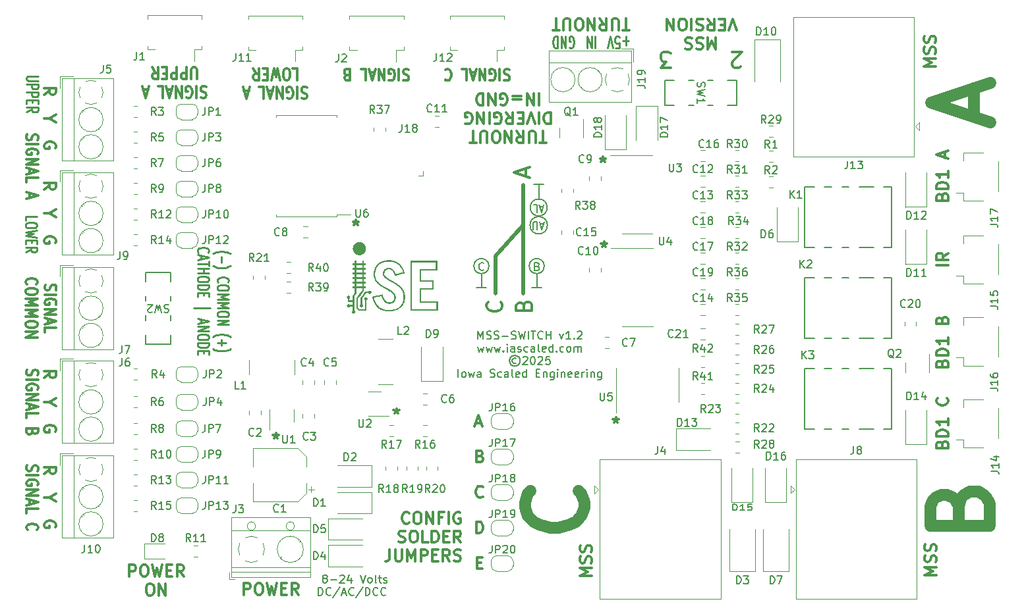
<source format=gto>
G04 #@! TF.GenerationSoftware,KiCad,Pcbnew,6.0.10-86aedd382b~118~ubuntu18.04.1*
G04 #@! TF.CreationDate,2024-12-31T11:37:35-07:00*
G04 #@! TF.ProjectId,mss-switch,6d73732d-7377-4697-9463-682e6b696361,rev?*
G04 #@! TF.SameCoordinates,Original*
G04 #@! TF.FileFunction,Legend,Top*
G04 #@! TF.FilePolarity,Positive*
%FSLAX46Y46*%
G04 Gerber Fmt 4.6, Leading zero omitted, Abs format (unit mm)*
G04 Created by KiCad (PCBNEW 6.0.10-86aedd382b~118~ubuntu18.04.1) date 2024-12-31 11:37:35*
%MOMM*%
%LPD*%
G01*
G04 APERTURE LIST*
%ADD10C,0.000000*%
%ADD11C,0.508000*%
%ADD12C,0.150000*%
%ADD13C,0.300000*%
%ADD14C,0.152400*%
%ADD15C,0.254000*%
%ADD16C,1.524000*%
%ADD17C,0.120000*%
G04 APERTURE END LIST*
D10*
G36*
X71015214Y-151419593D02*
G01*
X71030081Y-151421362D01*
X71044864Y-151424031D01*
X71059451Y-151427574D01*
X71073733Y-151431959D01*
X71087598Y-151437159D01*
X71100936Y-151443145D01*
X71113636Y-151449887D01*
X71125588Y-151457356D01*
X71136681Y-151465525D01*
X71141870Y-151469862D01*
X71146804Y-151474363D01*
X71151468Y-151479024D01*
X71155848Y-151483842D01*
X71164598Y-151494387D01*
X71172598Y-151505233D01*
X71179853Y-151516350D01*
X71186367Y-151527709D01*
X71192147Y-151539279D01*
X71197199Y-151551030D01*
X71201527Y-151562933D01*
X71205137Y-151574958D01*
X71208036Y-151587074D01*
X71210228Y-151599253D01*
X71211719Y-151611464D01*
X71212514Y-151623678D01*
X71212620Y-151635864D01*
X71212041Y-151647993D01*
X71210783Y-151660035D01*
X71208853Y-151671960D01*
X71206254Y-151683739D01*
X71202994Y-151695340D01*
X71199077Y-151706736D01*
X71194509Y-151717895D01*
X71189295Y-151728787D01*
X71183442Y-151739384D01*
X71176954Y-151749655D01*
X71169838Y-151759571D01*
X71162098Y-151769100D01*
X71153741Y-151778215D01*
X71144771Y-151786884D01*
X71135195Y-151795078D01*
X71125018Y-151802768D01*
X71114246Y-151809922D01*
X71102883Y-151816512D01*
X71090937Y-151822508D01*
X71081002Y-151826725D01*
X71070561Y-151830380D01*
X71059686Y-151833472D01*
X71048449Y-151836002D01*
X71036923Y-151837970D01*
X71025179Y-151839376D01*
X71013291Y-151840219D01*
X71001331Y-151840500D01*
X70989371Y-151840219D01*
X70977483Y-151839376D01*
X70965739Y-151837970D01*
X70954213Y-151836002D01*
X70942976Y-151833472D01*
X70932101Y-151830380D01*
X70921660Y-151826725D01*
X70911726Y-151822508D01*
X70905091Y-151819062D01*
X70897970Y-151814881D01*
X70890490Y-151810073D01*
X70882776Y-151804748D01*
X70874954Y-151799014D01*
X70867151Y-151792979D01*
X70859493Y-151786751D01*
X70852106Y-151780440D01*
X70845116Y-151774153D01*
X70838648Y-151768000D01*
X70832830Y-151762089D01*
X70827786Y-151756528D01*
X70823644Y-151751426D01*
X70821951Y-151749081D01*
X70820530Y-151746892D01*
X70819397Y-151744871D01*
X70818568Y-151743033D01*
X70818060Y-151741391D01*
X70817887Y-151739959D01*
X70817163Y-151739306D01*
X70815038Y-151738673D01*
X70806873Y-151737478D01*
X70793962Y-151736399D01*
X70776876Y-151735461D01*
X70756185Y-151734688D01*
X70732459Y-151734105D01*
X70678187Y-151733609D01*
X70538487Y-151733609D01*
X70283076Y-152056047D01*
X70027665Y-152379192D01*
X70027665Y-153170825D01*
X70046009Y-153180703D01*
X70051820Y-153184155D01*
X70057837Y-153188377D01*
X70064000Y-153193296D01*
X70070251Y-153198838D01*
X70076532Y-153204930D01*
X70082782Y-153211498D01*
X70088943Y-153218469D01*
X70094957Y-153225770D01*
X70100764Y-153233328D01*
X70106305Y-153241068D01*
X70111522Y-153248918D01*
X70116355Y-153256804D01*
X70120746Y-153264652D01*
X70124636Y-153272390D01*
X70127965Y-153279945D01*
X70130676Y-153287241D01*
X70133587Y-153297369D01*
X70135976Y-153308102D01*
X70137847Y-153319336D01*
X70139208Y-153330964D01*
X70140065Y-153342882D01*
X70140424Y-153354983D01*
X70140291Y-153367164D01*
X70139672Y-153379317D01*
X70138573Y-153391338D01*
X70137001Y-153403121D01*
X70134962Y-153414561D01*
X70132462Y-153425553D01*
X70129507Y-153435990D01*
X70126103Y-153445769D01*
X70122258Y-153454782D01*
X70117976Y-153462925D01*
X70109807Y-153475881D01*
X70101176Y-153488023D01*
X70092084Y-153499349D01*
X70082533Y-153509855D01*
X70072522Y-153519539D01*
X70062054Y-153528397D01*
X70051128Y-153536426D01*
X70039747Y-153543623D01*
X70027911Y-153549985D01*
X70015622Y-153555509D01*
X70002880Y-153560191D01*
X69989686Y-153564029D01*
X69976041Y-153567020D01*
X69961947Y-153569160D01*
X69947405Y-153570446D01*
X69932414Y-153570875D01*
X69921130Y-153570613D01*
X69910039Y-153569832D01*
X69899151Y-153568544D01*
X69888478Y-153566759D01*
X69878032Y-153564490D01*
X69867822Y-153561746D01*
X69857859Y-153558539D01*
X69848156Y-153554879D01*
X69838722Y-153550778D01*
X69829569Y-153546247D01*
X69820708Y-153541297D01*
X69812149Y-153535938D01*
X69803904Y-153530182D01*
X69795984Y-153524039D01*
X69788399Y-153517521D01*
X69781161Y-153510638D01*
X69774281Y-153503402D01*
X69767769Y-153495824D01*
X69761636Y-153487914D01*
X69755895Y-153479683D01*
X69750555Y-153471143D01*
X69745627Y-153462305D01*
X69741123Y-153453179D01*
X69737053Y-153443776D01*
X69733429Y-153434107D01*
X69730261Y-153424184D01*
X69727560Y-153414018D01*
X69725338Y-153403618D01*
X69723605Y-153392997D01*
X69722373Y-153382166D01*
X69721652Y-153371134D01*
X69721453Y-153359914D01*
X69721727Y-153347659D01*
X69722550Y-153335757D01*
X69723928Y-153324198D01*
X69725863Y-153312972D01*
X69728361Y-153302069D01*
X69731425Y-153291478D01*
X69735060Y-153281188D01*
X69739269Y-153271190D01*
X69744057Y-153261474D01*
X69749428Y-153252027D01*
X69755386Y-153242842D01*
X69761935Y-153233906D01*
X69769079Y-153225211D01*
X69776823Y-153216744D01*
X69785171Y-153208497D01*
X69794126Y-153200459D01*
X69830109Y-153169414D01*
X69830109Y-152303697D01*
X70135615Y-151917053D01*
X70440414Y-151529703D01*
X70627387Y-151528997D01*
X70814359Y-151528292D01*
X70833409Y-151500775D01*
X70837994Y-151494486D01*
X70843000Y-151488329D01*
X70848403Y-151482320D01*
X70854179Y-151476478D01*
X70860301Y-151470816D01*
X70866746Y-151465354D01*
X70873489Y-151460106D01*
X70880505Y-151455090D01*
X70887768Y-151450322D01*
X70895255Y-151445819D01*
X70902940Y-151441597D01*
X70910799Y-151437672D01*
X70918807Y-151434062D01*
X70926939Y-151430782D01*
X70935170Y-151427850D01*
X70943476Y-151425281D01*
X70950226Y-151423563D01*
X70957108Y-151422109D01*
X70971209Y-151419984D01*
X70985667Y-151418875D01*
X71000372Y-151418754D01*
X71015214Y-151419593D01*
G37*
G36*
X68828220Y-150520053D02*
G01*
X68828220Y-150294275D01*
X69082220Y-150294275D01*
X69279776Y-150294275D01*
X70048831Y-150294275D01*
X70048831Y-149920331D01*
X69279776Y-149920331D01*
X69279776Y-150294275D01*
X69082220Y-150294275D01*
X69082220Y-149920331D01*
X68828220Y-149920331D01*
X68828220Y-149694553D01*
X69082220Y-149694553D01*
X69279776Y-149694553D01*
X70048831Y-149694553D01*
X70048831Y-149320609D01*
X69279776Y-149320609D01*
X69279776Y-149694553D01*
X69082220Y-149694553D01*
X69082220Y-149320609D01*
X68828220Y-149320609D01*
X68828220Y-149101886D01*
X69082220Y-149101886D01*
X69279776Y-149101886D01*
X70048831Y-149101886D01*
X70048831Y-148727942D01*
X69279776Y-148727942D01*
X69279776Y-149101886D01*
X69082220Y-149101886D01*
X69082220Y-148727942D01*
X68828220Y-148727942D01*
X68828220Y-148502164D01*
X69082220Y-148502164D01*
X69279776Y-148502164D01*
X70048831Y-148502164D01*
X70048831Y-148128220D01*
X69279776Y-148128220D01*
X69279776Y-148502164D01*
X69082220Y-148502164D01*
X69082220Y-148128220D01*
X68828220Y-148128220D01*
X68828220Y-147909498D01*
X69082220Y-147909498D01*
X69082220Y-147556720D01*
X69279776Y-147556720D01*
X69279776Y-147909498D01*
X70048831Y-147909498D01*
X70048831Y-147556720D01*
X70246387Y-147556720D01*
X70246387Y-147909498D01*
X70500387Y-147909498D01*
X70500387Y-148128220D01*
X70246387Y-148128220D01*
X70246387Y-148502164D01*
X70500387Y-148502164D01*
X70500387Y-148727942D01*
X70246387Y-148727942D01*
X70246387Y-149101886D01*
X70500387Y-149101886D01*
X70500387Y-149320609D01*
X70246387Y-149320609D01*
X70246387Y-149694553D01*
X70500387Y-149694553D01*
X70500387Y-149920331D01*
X70246387Y-149920331D01*
X70246387Y-150294275D01*
X70500387Y-150294275D01*
X70500387Y-150520053D01*
X70246387Y-150520053D01*
X70246387Y-150886942D01*
X70500387Y-150886942D01*
X70500387Y-151119776D01*
X70246387Y-151119776D01*
X70246387Y-151448564D01*
X69854803Y-151943158D01*
X69463220Y-152438458D01*
X69463220Y-153550414D01*
X69734859Y-153822053D01*
X70401609Y-153822053D01*
X70401609Y-153237147D01*
X70401581Y-153046880D01*
X70401516Y-152969547D01*
X70401388Y-152902990D01*
X70401295Y-152873497D01*
X70401178Y-152846392D01*
X70401036Y-152821572D01*
X70400865Y-152798935D01*
X70400663Y-152778380D01*
X70400427Y-152759803D01*
X70400156Y-152743103D01*
X70399845Y-152728177D01*
X70399493Y-152714924D01*
X70399097Y-152703240D01*
X70398655Y-152693025D01*
X70398416Y-152688435D01*
X70398164Y-152684175D01*
X70397899Y-152680230D01*
X70397621Y-152676589D01*
X70397329Y-152673237D01*
X70397023Y-152670164D01*
X70396704Y-152667355D01*
X70396369Y-152664798D01*
X70396020Y-152662480D01*
X70395656Y-152660389D01*
X70395276Y-152658511D01*
X70394880Y-152656834D01*
X70394468Y-152655346D01*
X70394040Y-152654033D01*
X70393595Y-152652882D01*
X70393133Y-152651881D01*
X70392653Y-152651018D01*
X70392156Y-152650278D01*
X70391640Y-152649650D01*
X70391106Y-152649121D01*
X70390553Y-152648678D01*
X70389982Y-152648307D01*
X70389391Y-152647998D01*
X70388780Y-152647736D01*
X70387498Y-152647303D01*
X70385168Y-152646411D01*
X70382686Y-152645199D01*
X70377311Y-152641878D01*
X70371474Y-152637463D01*
X70365273Y-152632078D01*
X70358807Y-152625846D01*
X70352176Y-152618889D01*
X70345479Y-152611331D01*
X70338815Y-152603294D01*
X70332283Y-152594901D01*
X70325982Y-152586276D01*
X70320013Y-152577542D01*
X70314473Y-152568821D01*
X70309462Y-152560236D01*
X70305080Y-152551911D01*
X70301426Y-152543968D01*
X70298598Y-152536531D01*
X70295571Y-152526381D01*
X70293099Y-152515818D01*
X70291178Y-152504910D01*
X70289800Y-152493724D01*
X70288960Y-152482327D01*
X70288651Y-152470786D01*
X70288867Y-152459169D01*
X70289602Y-152447543D01*
X70290849Y-152435974D01*
X70292603Y-152424531D01*
X70294857Y-152413280D01*
X70297606Y-152402288D01*
X70300842Y-152391623D01*
X70304559Y-152381351D01*
X70308752Y-152371541D01*
X70313414Y-152362259D01*
X70317943Y-152354175D01*
X70322555Y-152346569D01*
X70327285Y-152339409D01*
X70332167Y-152332658D01*
X70337235Y-152326284D01*
X70342523Y-152320252D01*
X70348065Y-152314527D01*
X70353896Y-152309077D01*
X70360049Y-152303866D01*
X70366558Y-152298862D01*
X70373459Y-152294028D01*
X70380784Y-152289332D01*
X70388568Y-152284740D01*
X70396845Y-152280217D01*
X70405649Y-152275729D01*
X70415014Y-152271242D01*
X70426342Y-152266266D01*
X70431503Y-152264196D01*
X70436446Y-152262389D01*
X70441256Y-152260835D01*
X70446020Y-152259521D01*
X70450826Y-152258437D01*
X70455760Y-152257572D01*
X70460909Y-152256912D01*
X70466360Y-152256448D01*
X70472200Y-152256169D01*
X70478515Y-152256061D01*
X70485392Y-152256115D01*
X70492918Y-152256319D01*
X70510264Y-152257130D01*
X70522321Y-152257928D01*
X70533658Y-152259013D01*
X70544334Y-152260408D01*
X70554406Y-152262135D01*
X70563932Y-152264219D01*
X70572971Y-152266680D01*
X70581579Y-152269543D01*
X70589816Y-152272829D01*
X70597738Y-152276562D01*
X70605404Y-152280764D01*
X70612872Y-152285458D01*
X70620199Y-152290667D01*
X70627443Y-152296413D01*
X70634663Y-152302719D01*
X70641915Y-152309608D01*
X70649259Y-152317103D01*
X70657125Y-152325595D01*
X70664335Y-152333913D01*
X70670907Y-152342114D01*
X70676864Y-152350253D01*
X70682225Y-152358388D01*
X70687012Y-152366576D01*
X70691244Y-152374873D01*
X70694944Y-152383337D01*
X70698130Y-152392024D01*
X70700825Y-152400991D01*
X70703049Y-152410295D01*
X70704821Y-152419993D01*
X70706164Y-152430141D01*
X70707098Y-152440797D01*
X70707643Y-152452017D01*
X70707820Y-152463858D01*
X70707670Y-152477371D01*
X70706952Y-152490398D01*
X70705659Y-152502952D01*
X70703785Y-152515044D01*
X70701324Y-152526686D01*
X70698270Y-152537888D01*
X70694617Y-152548663D01*
X70690357Y-152559021D01*
X70685486Y-152568973D01*
X70682820Y-152573801D01*
X70679997Y-152578532D01*
X70677019Y-152583168D01*
X70673884Y-152587709D01*
X70667140Y-152596514D01*
X70659760Y-152604960D01*
X70651737Y-152613058D01*
X70643064Y-152620818D01*
X70633737Y-152628253D01*
X70599870Y-152654359D01*
X70599870Y-153336630D01*
X70599164Y-154019608D01*
X69650192Y-154019608D01*
X69458281Y-153827698D01*
X69265665Y-153635081D01*
X69265665Y-152362259D01*
X69657248Y-151866959D01*
X70048831Y-151372364D01*
X70048831Y-151119776D01*
X69279776Y-151119776D01*
X69279776Y-151442214D01*
X69279070Y-151765358D01*
X69152776Y-151924108D01*
X69026481Y-152082858D01*
X69025776Y-153028303D01*
X69025776Y-153973747D01*
X69061053Y-154004087D01*
X69070598Y-154012559D01*
X69079399Y-154021068D01*
X69087475Y-154029649D01*
X69094843Y-154038339D01*
X69101520Y-154047173D01*
X69107525Y-154056188D01*
X69112874Y-154065421D01*
X69117586Y-154074906D01*
X69121678Y-154084681D01*
X69125167Y-154094782D01*
X69128071Y-154105244D01*
X69130407Y-154116104D01*
X69132194Y-154127398D01*
X69133449Y-154139163D01*
X69134189Y-154151434D01*
X69134431Y-154164247D01*
X69134510Y-154180786D01*
X69134386Y-154188082D01*
X69134134Y-154194829D01*
X69133736Y-154201105D01*
X69133179Y-154206986D01*
X69132445Y-154212549D01*
X69131521Y-154217870D01*
X69130390Y-154223025D01*
X69129036Y-154228092D01*
X69127445Y-154233146D01*
X69125601Y-154238264D01*
X69123488Y-154243523D01*
X69121090Y-154248999D01*
X69118393Y-154254768D01*
X69115381Y-154260908D01*
X69108057Y-154274640D01*
X69100110Y-154287523D01*
X69091547Y-154299551D01*
X69082374Y-154310716D01*
X69072598Y-154321013D01*
X69062225Y-154330436D01*
X69051260Y-154338978D01*
X69039710Y-154346633D01*
X69027582Y-154353396D01*
X69014881Y-154359259D01*
X69001614Y-154364217D01*
X68987786Y-154368263D01*
X68973404Y-154371392D01*
X68958475Y-154373596D01*
X68943004Y-154374870D01*
X68926998Y-154375208D01*
X68914410Y-154374975D01*
X68902292Y-154374266D01*
X68890622Y-154373069D01*
X68879373Y-154371372D01*
X68868521Y-154369162D01*
X68858041Y-154366427D01*
X68847908Y-154363155D01*
X68838098Y-154359333D01*
X68828585Y-154354949D01*
X68819346Y-154349990D01*
X68810354Y-154344444D01*
X68801585Y-154338299D01*
X68793015Y-154331542D01*
X68784619Y-154324160D01*
X68776371Y-154316142D01*
X68768248Y-154307475D01*
X68760879Y-154298887D01*
X68754112Y-154290297D01*
X68747936Y-154281669D01*
X68742341Y-154272969D01*
X68737316Y-154264162D01*
X68732852Y-154255212D01*
X68728937Y-154246084D01*
X68725562Y-154236743D01*
X68722716Y-154227155D01*
X68720389Y-154217283D01*
X68718570Y-154207092D01*
X68717250Y-154196549D01*
X68716417Y-154185616D01*
X68716062Y-154174260D01*
X68716174Y-154162445D01*
X68716742Y-154150136D01*
X68717800Y-154138247D01*
X68719384Y-154126660D01*
X68721491Y-154115379D01*
X68724118Y-154104408D01*
X68727261Y-154093750D01*
X68730918Y-154083412D01*
X68735086Y-154073395D01*
X68739761Y-154063706D01*
X68744941Y-154054347D01*
X68750621Y-154045323D01*
X68756800Y-154036637D01*
X68763474Y-154028296D01*
X68770640Y-154020301D01*
X68778295Y-154012658D01*
X68786436Y-154005370D01*
X68795059Y-153998442D01*
X68828220Y-153973747D01*
X68828220Y-153462219D01*
X68464859Y-153462219D01*
X68433815Y-153498203D01*
X68424110Y-153508826D01*
X68413939Y-153518608D01*
X68403340Y-153527553D01*
X68392351Y-153535668D01*
X68381010Y-153542957D01*
X68369355Y-153549426D01*
X68357424Y-153555081D01*
X68345256Y-153559928D01*
X68332889Y-153563972D01*
X68320360Y-153567218D01*
X68307708Y-153569672D01*
X68294970Y-153571340D01*
X68282186Y-153572227D01*
X68269393Y-153572338D01*
X68256629Y-153571680D01*
X68243932Y-153570258D01*
X68231341Y-153568077D01*
X68218893Y-153565143D01*
X68206627Y-153561462D01*
X68194580Y-153557038D01*
X68182792Y-153551879D01*
X68171299Y-153545988D01*
X68160141Y-153539372D01*
X68149354Y-153532037D01*
X68138979Y-153523987D01*
X68129051Y-153515229D01*
X68119610Y-153505767D01*
X68110694Y-153495608D01*
X68102340Y-153484757D01*
X68094587Y-153473220D01*
X68087474Y-153461002D01*
X68081037Y-153448109D01*
X68077698Y-153440510D01*
X68074692Y-153432803D01*
X68072016Y-153424998D01*
X68069668Y-153417108D01*
X68067646Y-153409144D01*
X68065946Y-153401116D01*
X68064568Y-153393037D01*
X68063508Y-153384917D01*
X68062335Y-153368603D01*
X68062409Y-153352263D01*
X68063710Y-153335990D01*
X68066220Y-153319874D01*
X68069921Y-153304006D01*
X68074794Y-153288477D01*
X68080821Y-153273378D01*
X68087982Y-153258799D01*
X68091983Y-153251734D01*
X68096260Y-153244833D01*
X68100811Y-153238108D01*
X68105635Y-153231569D01*
X68110728Y-153225229D01*
X68116089Y-153219099D01*
X68121715Y-153213191D01*
X68127604Y-153207514D01*
X68135963Y-153200144D01*
X68144141Y-153193370D01*
X68152190Y-153187174D01*
X68160158Y-153181541D01*
X68168098Y-153176453D01*
X68176059Y-153171894D01*
X68184093Y-153167848D01*
X68192250Y-153164299D01*
X68200580Y-153161228D01*
X68209135Y-153158621D01*
X68217965Y-153156460D01*
X68227120Y-153154730D01*
X68236651Y-153153412D01*
X68246610Y-153152492D01*
X68257045Y-153151951D01*
X68268009Y-153151775D01*
X68281249Y-153151961D01*
X68293758Y-153152539D01*
X68305599Y-153153533D01*
X68316836Y-153154972D01*
X68327531Y-153156882D01*
X68337747Y-153159291D01*
X68347549Y-153162224D01*
X68356997Y-153165710D01*
X68366157Y-153169774D01*
X68375090Y-153174444D01*
X68383859Y-153179746D01*
X68392529Y-153185708D01*
X68401161Y-153192356D01*
X68409819Y-153199717D01*
X68418566Y-153207818D01*
X68427465Y-153216686D01*
X68468387Y-153257608D01*
X68828220Y-153257608D01*
X68828220Y-152855442D01*
X68172054Y-152855442D01*
X68172054Y-152449748D01*
X68136070Y-152418703D01*
X68124744Y-152408365D01*
X68114322Y-152397481D01*
X68104813Y-152386085D01*
X68096228Y-152374209D01*
X68088578Y-152361886D01*
X68081872Y-152349151D01*
X68076121Y-152336034D01*
X68071335Y-152322571D01*
X68067526Y-152308793D01*
X68064702Y-152294735D01*
X68062874Y-152280428D01*
X68062053Y-152265906D01*
X68062249Y-152251202D01*
X68063472Y-152236350D01*
X68065733Y-152221382D01*
X68069042Y-152206331D01*
X68074402Y-152188154D01*
X68080932Y-152170947D01*
X68084624Y-152162716D01*
X68088595Y-152154739D01*
X68092839Y-152147018D01*
X68097353Y-152139557D01*
X68102131Y-152132359D01*
X68107169Y-152125429D01*
X68112463Y-152118769D01*
X68118007Y-152112383D01*
X68123797Y-152106275D01*
X68129828Y-152100447D01*
X68136096Y-152094905D01*
X68142597Y-152089650D01*
X68149324Y-152084686D01*
X68156274Y-152080018D01*
X68163443Y-152075648D01*
X68170824Y-152071579D01*
X68178415Y-152067817D01*
X68186209Y-152064363D01*
X68194204Y-152061221D01*
X68202392Y-152058396D01*
X68210771Y-152055889D01*
X68219336Y-152053706D01*
X68237003Y-152050322D01*
X68255357Y-152048271D01*
X68274359Y-152047581D01*
X68282257Y-152047775D01*
X68290071Y-152048222D01*
X68297799Y-152048922D01*
X68305437Y-152049870D01*
X68312979Y-152051064D01*
X68320421Y-152052503D01*
X68327761Y-152054183D01*
X68334993Y-152056103D01*
X68342113Y-152058259D01*
X68349118Y-152060649D01*
X68356002Y-152063271D01*
X68362763Y-152066122D01*
X68369395Y-152069201D01*
X68375896Y-152072503D01*
X68382259Y-152076028D01*
X68388483Y-152079772D01*
X68394561Y-152083733D01*
X68400491Y-152087909D01*
X68406268Y-152092296D01*
X68411887Y-152096894D01*
X68417346Y-152101699D01*
X68422639Y-152106708D01*
X68427762Y-152111920D01*
X68432712Y-152117332D01*
X68437484Y-152122941D01*
X68442075Y-152128745D01*
X68446479Y-152134741D01*
X68450693Y-152140928D01*
X68454713Y-152147302D01*
X68458534Y-152153861D01*
X68462153Y-152160603D01*
X68465565Y-152167525D01*
X68469186Y-152175953D01*
X68472376Y-152185043D01*
X68475135Y-152194711D01*
X68477460Y-152204876D01*
X68479351Y-152215453D01*
X68480807Y-152226362D01*
X68481827Y-152237518D01*
X68482410Y-152248840D01*
X68482554Y-152260245D01*
X68482260Y-152271650D01*
X68481525Y-152282972D01*
X68480348Y-152294128D01*
X68478730Y-152305037D01*
X68476667Y-152315615D01*
X68474161Y-152325779D01*
X68471209Y-152335448D01*
X68468569Y-152342309D01*
X68465206Y-152349592D01*
X68461207Y-152357189D01*
X68456657Y-152364993D01*
X68451644Y-152372896D01*
X68446256Y-152380790D01*
X68440577Y-152388569D01*
X68434697Y-152396125D01*
X68428700Y-152403350D01*
X68422675Y-152410137D01*
X68416707Y-152416378D01*
X68410884Y-152421966D01*
X68405293Y-152426793D01*
X68400020Y-152430752D01*
X68397530Y-152432373D01*
X68395152Y-152433736D01*
X68392897Y-152434828D01*
X68390776Y-152435636D01*
X68388408Y-152436486D01*
X68386321Y-152437537D01*
X68384496Y-152438924D01*
X68382915Y-152440785D01*
X68381563Y-152443252D01*
X68380420Y-152446463D01*
X68379469Y-152450553D01*
X68378693Y-152455656D01*
X68378074Y-152461909D01*
X68377595Y-152469446D01*
X68376984Y-152488917D01*
X68376721Y-152515150D01*
X68376665Y-152549231D01*
X68376665Y-152657887D01*
X68828220Y-152657887D01*
X68828220Y-152007364D01*
X68955220Y-151847909D01*
X69082220Y-151687747D01*
X69082220Y-151119776D01*
X68828220Y-151119776D01*
X68828220Y-150886942D01*
X69082220Y-150886942D01*
X69279776Y-150886942D01*
X70048831Y-150886942D01*
X70048831Y-150520053D01*
X69279776Y-150520053D01*
X69279776Y-150886942D01*
X69082220Y-150886942D01*
X69082220Y-150520053D01*
X68828220Y-150520053D01*
G37*
D11*
X87122000Y-151765000D02*
X87122000Y-147002500D01*
X90678000Y-143002000D02*
X87122000Y-146939000D01*
D12*
X93421200Y-148259800D02*
G75*
G03*
X93421200Y-148259800I-965200J0D01*
G01*
X85344000Y-151024470D02*
X85979000Y-151024470D01*
X85344000Y-149225000D02*
X85344000Y-151024470D01*
X92075000Y-137744200D02*
X93345000Y-137744200D01*
D10*
G36*
X69681237Y-145180233D02*
G01*
X69723835Y-145181580D01*
X69763522Y-145183738D01*
X69797521Y-145186657D01*
X69811519Y-145188386D01*
X69823053Y-145190287D01*
X69853801Y-145196668D01*
X69884123Y-145204166D01*
X69914006Y-145212772D01*
X69943439Y-145222478D01*
X69972409Y-145233275D01*
X70000903Y-145245155D01*
X70028910Y-145258110D01*
X70056416Y-145272131D01*
X70083410Y-145287211D01*
X70109878Y-145303341D01*
X70135810Y-145320513D01*
X70161191Y-145338718D01*
X70186010Y-145357949D01*
X70210255Y-145378196D01*
X70233912Y-145399452D01*
X70256970Y-145421709D01*
X70276805Y-145442189D01*
X70295829Y-145463145D01*
X70314041Y-145484575D01*
X70331439Y-145506475D01*
X70348023Y-145528842D01*
X70363791Y-145551673D01*
X70378743Y-145574965D01*
X70392878Y-145598715D01*
X70406194Y-145622920D01*
X70418690Y-145647576D01*
X70430365Y-145672681D01*
X70441219Y-145698232D01*
X70451251Y-145724224D01*
X70460458Y-145750656D01*
X70468841Y-145777524D01*
X70476398Y-145804825D01*
X70482889Y-145832227D01*
X70488343Y-145860628D01*
X70492763Y-145889884D01*
X70496153Y-145919853D01*
X70498519Y-145950393D01*
X70499863Y-145981360D01*
X70500190Y-146012613D01*
X70499505Y-146044009D01*
X70497810Y-146075404D01*
X70495112Y-146106657D01*
X70491412Y-146137625D01*
X70486716Y-146168165D01*
X70481029Y-146198134D01*
X70474353Y-146227390D01*
X70466693Y-146255790D01*
X70458053Y-146283192D01*
X70449559Y-146307133D01*
X70440470Y-146330554D01*
X70430768Y-146353481D01*
X70420438Y-146375940D01*
X70409464Y-146397956D01*
X70397828Y-146419556D01*
X70385513Y-146440765D01*
X70372505Y-146461609D01*
X70358785Y-146482115D01*
X70344338Y-146502307D01*
X70329146Y-146522212D01*
X70313194Y-146541855D01*
X70296465Y-146561263D01*
X70278942Y-146580461D01*
X70260608Y-146599475D01*
X70241448Y-146618331D01*
X70213451Y-146644277D01*
X70184753Y-146668672D01*
X70155348Y-146691519D01*
X70125230Y-146712820D01*
X70094392Y-146732580D01*
X70062829Y-146750800D01*
X70030535Y-146767485D01*
X69997502Y-146782637D01*
X69963725Y-146796260D01*
X69929198Y-146808356D01*
X69893915Y-146818928D01*
X69857868Y-146827980D01*
X69821053Y-146835515D01*
X69783462Y-146841536D01*
X69745091Y-146846046D01*
X69705931Y-146849048D01*
X69662206Y-146850376D01*
X69618663Y-146849352D01*
X69575384Y-146846007D01*
X69532453Y-146840371D01*
X69489951Y-146832474D01*
X69447962Y-146822345D01*
X69406569Y-146810015D01*
X69365853Y-146795514D01*
X69325899Y-146778871D01*
X69286787Y-146760116D01*
X69248602Y-146739280D01*
X69211425Y-146716392D01*
X69175340Y-146691483D01*
X69140429Y-146664582D01*
X69106774Y-146635720D01*
X69074459Y-146604925D01*
X69045067Y-146574280D01*
X69017490Y-146542688D01*
X68991737Y-146510178D01*
X68967821Y-146476779D01*
X68945753Y-146442520D01*
X68925544Y-146407430D01*
X68907206Y-146371539D01*
X68890750Y-146334874D01*
X68876187Y-146297465D01*
X68863530Y-146259341D01*
X68852788Y-146220531D01*
X68843974Y-146181063D01*
X68837099Y-146140967D01*
X68832174Y-146100271D01*
X68829210Y-146059005D01*
X68828220Y-146017197D01*
X68828976Y-145980724D01*
X68831228Y-145944615D01*
X68834947Y-145908905D01*
X68840108Y-145873628D01*
X68846685Y-145838818D01*
X68854651Y-145804510D01*
X68863979Y-145770737D01*
X68874644Y-145737533D01*
X68886617Y-145704933D01*
X68899874Y-145672971D01*
X68914387Y-145641680D01*
X68930130Y-145611096D01*
X68947077Y-145581251D01*
X68965201Y-145552180D01*
X68984475Y-145523918D01*
X69004874Y-145496498D01*
X69026370Y-145469954D01*
X69048937Y-145444321D01*
X69072549Y-145419633D01*
X69097179Y-145395923D01*
X69122800Y-145373226D01*
X69149387Y-145351577D01*
X69176913Y-145331008D01*
X69205351Y-145311554D01*
X69234674Y-145293250D01*
X69264857Y-145276129D01*
X69295872Y-145260226D01*
X69327694Y-145245574D01*
X69360296Y-145232208D01*
X69393651Y-145220161D01*
X69427732Y-145209469D01*
X69462515Y-145200165D01*
X69485114Y-145194851D01*
X69506788Y-145189934D01*
X69516492Y-145187831D01*
X69525022Y-145186076D01*
X69532064Y-145184750D01*
X69537303Y-145183937D01*
X69549334Y-145182613D01*
X69563762Y-145181547D01*
X69598422Y-145180166D01*
X69638507Y-145179745D01*
X69681237Y-145180233D01*
G37*
D12*
X92456000Y-149225000D02*
X92456000Y-151024470D01*
D11*
X90678000Y-137795000D02*
X90678000Y-151765000D01*
D12*
X93802200Y-140716000D02*
G75*
G03*
X93802200Y-140716000I-1092200J0D01*
G01*
D10*
G36*
X79672609Y-147584942D02*
G01*
X79672609Y-148826720D01*
X77598275Y-148826720D01*
X77598275Y-150075553D01*
X79178720Y-150075553D01*
X79178720Y-151310275D01*
X77598275Y-151310275D01*
X77598275Y-152770775D01*
X79757276Y-152770775D01*
X79757276Y-154005497D01*
X76222442Y-154005497D01*
X76222442Y-153822053D01*
X76405886Y-153822053D01*
X79573831Y-153822053D01*
X79573831Y-152954220D01*
X77414830Y-152954220D01*
X77414830Y-151126831D01*
X78995275Y-151126831D01*
X78995275Y-150258998D01*
X77414830Y-150258998D01*
X77414830Y-148636220D01*
X79489164Y-148636220D01*
X79489164Y-147768387D01*
X76405886Y-147768387D01*
X76405886Y-153822053D01*
X76222442Y-153822053D01*
X76222442Y-147584942D01*
X79672609Y-147584942D01*
G37*
D12*
X92710000Y-139543670D02*
X92710000Y-137744200D01*
X93827600Y-143002000D02*
G75*
G03*
X93827600Y-143002000I-1117600J0D01*
G01*
X86309200Y-148259800D02*
G75*
G03*
X86309200Y-148259800I-965200J0D01*
G01*
X93091000Y-151024470D02*
X91821000Y-151024470D01*
D10*
G36*
X71324773Y-152240285D02*
G01*
X71319365Y-152216126D01*
X71315963Y-152197362D01*
X71314775Y-152184692D01*
X71315076Y-152180860D01*
X71316009Y-152178814D01*
X71530244Y-152130053D01*
X71994312Y-152030030D01*
X72457719Y-151932255D01*
X72669970Y-151890241D01*
X72670880Y-151892654D01*
X72672484Y-151898565D01*
X72677378Y-151919258D01*
X72683861Y-151949078D01*
X72691137Y-151984786D01*
X72707767Y-152063037D01*
X72726683Y-152138217D01*
X72747854Y-152210279D01*
X72771250Y-152279179D01*
X72796842Y-152344871D01*
X72824598Y-152407309D01*
X72854490Y-152466449D01*
X72886487Y-152522243D01*
X72903266Y-152548872D01*
X72920560Y-152574648D01*
X72938365Y-152599565D01*
X72956678Y-152623617D01*
X72975494Y-152646799D01*
X72994811Y-152669106D01*
X73014624Y-152690530D01*
X73034930Y-152711067D01*
X73055724Y-152730712D01*
X73077004Y-152749457D01*
X73098765Y-152767299D01*
X73121003Y-152784230D01*
X73143716Y-152800246D01*
X73166898Y-152815340D01*
X73190547Y-152829507D01*
X73214659Y-152842741D01*
X73245450Y-152858071D01*
X73276436Y-152871780D01*
X73307618Y-152883868D01*
X73338991Y-152894335D01*
X73370555Y-152903183D01*
X73402306Y-152910409D01*
X73434244Y-152916015D01*
X73466366Y-152920000D01*
X73498669Y-152922365D01*
X73531153Y-152923109D01*
X73563814Y-152922233D01*
X73596651Y-152919736D01*
X73629662Y-152915618D01*
X73662844Y-152909880D01*
X73696195Y-152902521D01*
X73729715Y-152893542D01*
X73779104Y-152877099D01*
X73825884Y-152857213D01*
X73869974Y-152833997D01*
X73911296Y-152807563D01*
X73949769Y-152778025D01*
X73985314Y-152745495D01*
X74017852Y-152710086D01*
X74047303Y-152671909D01*
X74073586Y-152631079D01*
X74096624Y-152587707D01*
X74116336Y-152541906D01*
X74132642Y-152493789D01*
X74145463Y-152443469D01*
X74154719Y-152391058D01*
X74160332Y-152336669D01*
X74162220Y-152280414D01*
X74161620Y-152249339D01*
X74159804Y-152219036D01*
X74156746Y-152189437D01*
X74152419Y-152160470D01*
X74146799Y-152132065D01*
X74139859Y-152104152D01*
X74131573Y-152076661D01*
X74121915Y-152049521D01*
X74110860Y-152022662D01*
X74098382Y-151996015D01*
X74084455Y-151969507D01*
X74069053Y-151943070D01*
X74052151Y-151916633D01*
X74033722Y-151890126D01*
X74013741Y-151863478D01*
X73992181Y-151836619D01*
X73963117Y-151802729D01*
X73932479Y-151769622D01*
X73899765Y-151736957D01*
X73864475Y-151704394D01*
X73826110Y-151671591D01*
X73784169Y-151638207D01*
X73738151Y-151603901D01*
X73687557Y-151568332D01*
X73570639Y-151492041D01*
X73429412Y-151406606D01*
X73259875Y-151309297D01*
X73058026Y-151197387D01*
X72894856Y-151107230D01*
X72754383Y-151027921D01*
X72633109Y-150957277D01*
X72527536Y-150893116D01*
X72434167Y-150833254D01*
X72349505Y-150775508D01*
X72270051Y-150717697D01*
X72192309Y-150657636D01*
X72151132Y-150623564D01*
X72106044Y-150583895D01*
X72058823Y-150540372D01*
X72011246Y-150494741D01*
X71965091Y-150448747D01*
X71922136Y-150404133D01*
X71884159Y-150362644D01*
X71867592Y-150343617D01*
X71852937Y-150326026D01*
X71807707Y-150267520D01*
X71765671Y-150208122D01*
X71726814Y-150147784D01*
X71691122Y-150086456D01*
X71658580Y-150024091D01*
X71629174Y-149960640D01*
X71602889Y-149896054D01*
X71579710Y-149830284D01*
X71559624Y-149763283D01*
X71542616Y-149695001D01*
X71528672Y-149625390D01*
X71517776Y-149554401D01*
X71509914Y-149481986D01*
X71505073Y-149408096D01*
X71503237Y-149332683D01*
X71504392Y-149255698D01*
X71508709Y-149170203D01*
X71515575Y-149086750D01*
X71524994Y-149005331D01*
X71536969Y-148925938D01*
X71551503Y-148848563D01*
X71568599Y-148773197D01*
X71588261Y-148699831D01*
X71610490Y-148628459D01*
X71635291Y-148559070D01*
X71662667Y-148491658D01*
X71692620Y-148426214D01*
X71725154Y-148362729D01*
X71760272Y-148301195D01*
X71797976Y-148241605D01*
X71838271Y-148183949D01*
X71881159Y-148128220D01*
X71892726Y-148114353D01*
X71905860Y-148099339D01*
X71936027Y-148066638D01*
X71970047Y-148031655D01*
X72006307Y-147995928D01*
X72043196Y-147960995D01*
X72079101Y-147928393D01*
X72112409Y-147899661D01*
X72127586Y-147887227D01*
X72141509Y-147876337D01*
X72194353Y-147838528D01*
X72249144Y-147802634D01*
X72305842Y-147768666D01*
X72364410Y-147736637D01*
X72424809Y-147706559D01*
X72487001Y-147678445D01*
X72550948Y-147652307D01*
X72616612Y-147628158D01*
X72683955Y-147606009D01*
X72752938Y-147585874D01*
X72823522Y-147567764D01*
X72895671Y-147551693D01*
X72969344Y-147537672D01*
X73044506Y-147525714D01*
X73121116Y-147515831D01*
X73199137Y-147508037D01*
X73246511Y-147505228D01*
X73308123Y-147503164D01*
X73379095Y-147501860D01*
X73454548Y-147501334D01*
X73529604Y-147501601D01*
X73599385Y-147502679D01*
X73659013Y-147504583D01*
X73703609Y-147507331D01*
X73859244Y-147526589D01*
X74009322Y-147555427D01*
X74082220Y-147573395D01*
X74153660Y-147593704D01*
X74223620Y-147616337D01*
X74292075Y-147641276D01*
X74359004Y-147668504D01*
X74424384Y-147698002D01*
X74488191Y-147729752D01*
X74550404Y-147763737D01*
X74610998Y-147799939D01*
X74669951Y-147838340D01*
X74727241Y-147878923D01*
X74782844Y-147921669D01*
X74836738Y-147966560D01*
X74888899Y-148013579D01*
X74939305Y-148062708D01*
X74987934Y-148113930D01*
X75034761Y-148167225D01*
X75079764Y-148222577D01*
X75122921Y-148279968D01*
X75164208Y-148339379D01*
X75203603Y-148400794D01*
X75241082Y-148464194D01*
X75276624Y-148529560D01*
X75310204Y-148596877D01*
X75341801Y-148666125D01*
X75371391Y-148737287D01*
X75424459Y-148885281D01*
X75435826Y-148921467D01*
X75447797Y-148962175D01*
X75459719Y-149004852D01*
X75470937Y-149046941D01*
X75480800Y-149085889D01*
X75488653Y-149119139D01*
X75493844Y-149144138D01*
X75495237Y-149152745D01*
X75495720Y-149158331D01*
X75493949Y-149160245D01*
X75488466Y-149163129D01*
X75465337Y-149172111D01*
X75363252Y-149205074D01*
X75173061Y-149262114D01*
X74878359Y-149348125D01*
X74638183Y-149417556D01*
X74441267Y-149473890D01*
X74307851Y-149511439D01*
X74271281Y-149521391D01*
X74258176Y-149524514D01*
X74256977Y-149522036D01*
X74254538Y-149515937D01*
X74246534Y-149494528D01*
X74235355Y-149463594D01*
X74222192Y-149426442D01*
X74191578Y-149342925D01*
X74160273Y-149264819D01*
X74128196Y-149192027D01*
X74095269Y-149124453D01*
X74061412Y-149062002D01*
X74026545Y-149004576D01*
X74008708Y-148977718D01*
X73990589Y-148952081D01*
X73972177Y-148927652D01*
X73953464Y-148904419D01*
X73934438Y-148882371D01*
X73915090Y-148861495D01*
X73895410Y-148841780D01*
X73875388Y-148823213D01*
X73855014Y-148805782D01*
X73834279Y-148789476D01*
X73813171Y-148774282D01*
X73791682Y-148760188D01*
X73769801Y-148747183D01*
X73747518Y-148735254D01*
X73724824Y-148724389D01*
X73701709Y-148714576D01*
X73678161Y-148705804D01*
X73654173Y-148698060D01*
X73629733Y-148691332D01*
X73604831Y-148685609D01*
X73588176Y-148682368D01*
X73570343Y-148679525D01*
X73551512Y-148677080D01*
X73531861Y-148675036D01*
X73490816Y-148672152D01*
X73448639Y-148670880D01*
X73406759Y-148671229D01*
X73366607Y-148673207D01*
X73347626Y-148674809D01*
X73329614Y-148676821D01*
X73312748Y-148679245D01*
X73297209Y-148682081D01*
X73251716Y-148693179D01*
X73208893Y-148706898D01*
X73168733Y-148723249D01*
X73131227Y-148742241D01*
X73113467Y-148752730D01*
X73096367Y-148763882D01*
X73079926Y-148775700D01*
X73064144Y-148788183D01*
X73049019Y-148801333D01*
X73034551Y-148815152D01*
X73020737Y-148829641D01*
X73007578Y-148844800D01*
X72995072Y-148860630D01*
X72983219Y-148877134D01*
X72972016Y-148894312D01*
X72961464Y-148912165D01*
X72942305Y-148949902D01*
X72925734Y-148990354D01*
X72911743Y-149033530D01*
X72900323Y-149079440D01*
X72891466Y-149128092D01*
X72885164Y-149179498D01*
X72883348Y-149200952D01*
X72882142Y-149221453D01*
X72881563Y-149241091D01*
X72881626Y-149259953D01*
X72882346Y-149278129D01*
X72883738Y-149295707D01*
X72885819Y-149312778D01*
X72888604Y-149329428D01*
X72892108Y-149345748D01*
X72896347Y-149361826D01*
X72901337Y-149377751D01*
X72907092Y-149393612D01*
X72913629Y-149409497D01*
X72920962Y-149425497D01*
X72929108Y-149441699D01*
X72938081Y-149458192D01*
X72949452Y-149477417D01*
X72962139Y-149496736D01*
X72976153Y-149516158D01*
X72991505Y-149535693D01*
X73008205Y-149555352D01*
X73026262Y-149575146D01*
X73045688Y-149595085D01*
X73066492Y-149615178D01*
X73088686Y-149635437D01*
X73112279Y-149655872D01*
X73137282Y-149676492D01*
X73163705Y-149697309D01*
X73191558Y-149718333D01*
X73220852Y-149739574D01*
X73251597Y-149761042D01*
X73283803Y-149782748D01*
X73329302Y-149812446D01*
X73375007Y-149841209D01*
X73423640Y-149870618D01*
X73477919Y-149902251D01*
X73614301Y-149978506D01*
X73805914Y-150082609D01*
X73936983Y-150153372D01*
X74049596Y-150214934D01*
X74146731Y-150269004D01*
X74231365Y-150317294D01*
X74306473Y-150361517D01*
X74375033Y-150403383D01*
X74440021Y-150444604D01*
X74504414Y-150486892D01*
X74626504Y-150571917D01*
X74740432Y-150658300D01*
X74846305Y-150746209D01*
X74944229Y-150835811D01*
X75034311Y-150927273D01*
X75116656Y-151020763D01*
X75191372Y-151116448D01*
X75258565Y-151214496D01*
X75318342Y-151315074D01*
X75370808Y-151418349D01*
X75416070Y-151524490D01*
X75454236Y-151633662D01*
X75485410Y-151746035D01*
X75509700Y-151861774D01*
X75527212Y-151981049D01*
X75538053Y-152104025D01*
X75541077Y-152179605D01*
X75541206Y-152257550D01*
X75538525Y-152336917D01*
X75533114Y-152416763D01*
X75525058Y-152496146D01*
X75514439Y-152574124D01*
X75501339Y-152649753D01*
X75485842Y-152722092D01*
X75449743Y-152853370D01*
X75404816Y-152979066D01*
X75351261Y-153099002D01*
X75289279Y-153213004D01*
X75219069Y-153320896D01*
X75140834Y-153422502D01*
X75054772Y-153517646D01*
X74961085Y-153606153D01*
X74859973Y-153687847D01*
X74751637Y-153762552D01*
X74636277Y-153830093D01*
X74514094Y-153890293D01*
X74385288Y-153942978D01*
X74250059Y-153987971D01*
X74108608Y-154025097D01*
X73961137Y-154054180D01*
X73854883Y-154069519D01*
X73745578Y-154081113D01*
X73634670Y-154088920D01*
X73523604Y-154092898D01*
X73413828Y-154093007D01*
X73306789Y-154089205D01*
X73203934Y-154081451D01*
X73154527Y-154076079D01*
X73106709Y-154069703D01*
X72991940Y-154049819D01*
X72880477Y-154024571D01*
X72772333Y-153993966D01*
X72667523Y-153958016D01*
X72566062Y-153916728D01*
X72467964Y-153870112D01*
X72373243Y-153818178D01*
X72281915Y-153760934D01*
X72193993Y-153698391D01*
X72109492Y-153630556D01*
X72028426Y-153557441D01*
X71950811Y-153479054D01*
X71876659Y-153395403D01*
X71805987Y-153306500D01*
X71738808Y-153212352D01*
X71675137Y-153112970D01*
X71651557Y-153072395D01*
X71625009Y-153023717D01*
X71596692Y-152969350D01*
X71567804Y-152911710D01*
X71539545Y-152853209D01*
X71513112Y-152796263D01*
X71489706Y-152743286D01*
X71470525Y-152696692D01*
X71443484Y-152624896D01*
X71415327Y-152543939D01*
X71387715Y-152459410D01*
X71362311Y-152376899D01*
X71347450Y-152325209D01*
X71543669Y-152325209D01*
X71543903Y-152328656D01*
X71544600Y-152332988D01*
X71545775Y-152338326D01*
X71547441Y-152344790D01*
X71549614Y-152352502D01*
X71555537Y-152372151D01*
X71563659Y-152398242D01*
X71582001Y-152454827D01*
X71601288Y-152510768D01*
X71621488Y-152566000D01*
X71642571Y-152620459D01*
X71664506Y-152674078D01*
X71687261Y-152726792D01*
X71710806Y-152778537D01*
X71735109Y-152829248D01*
X71760140Y-152878859D01*
X71785868Y-152927305D01*
X71812261Y-152974521D01*
X71839289Y-153020442D01*
X71866920Y-153065004D01*
X71895124Y-153108139D01*
X71923870Y-153149785D01*
X71953126Y-153189875D01*
X72014364Y-153267400D01*
X72078238Y-153340442D01*
X72144770Y-153409015D01*
X72213983Y-153473134D01*
X72285900Y-153532812D01*
X72360543Y-153588065D01*
X72437935Y-153638906D01*
X72518099Y-153685352D01*
X72601058Y-153727414D01*
X72686835Y-153765110D01*
X72775451Y-153798452D01*
X72866930Y-153827455D01*
X72961295Y-153852134D01*
X73058569Y-153872503D01*
X73158773Y-153888577D01*
X73261931Y-153900369D01*
X73317673Y-153903959D01*
X73385470Y-153905804D01*
X73461435Y-153906012D01*
X73541684Y-153904691D01*
X73622330Y-153901947D01*
X73699486Y-153897889D01*
X73769267Y-153892623D01*
X73827787Y-153886258D01*
X73910421Y-153873889D01*
X73990845Y-153859268D01*
X74069065Y-153842394D01*
X74145088Y-153823265D01*
X74218920Y-153801879D01*
X74290568Y-153778234D01*
X74360036Y-153752327D01*
X74427332Y-153724157D01*
X74492462Y-153693721D01*
X74555432Y-153661018D01*
X74616248Y-153626045D01*
X74674916Y-153588801D01*
X74731443Y-153549282D01*
X74785835Y-153507488D01*
X74838097Y-153463416D01*
X74888237Y-153417064D01*
X74934213Y-153370628D01*
X74977704Y-153322828D01*
X75018740Y-153273606D01*
X75057349Y-153222904D01*
X75093561Y-153170664D01*
X75127403Y-153116828D01*
X75158906Y-153061339D01*
X75188098Y-153004138D01*
X75215007Y-152945167D01*
X75239664Y-152884370D01*
X75262096Y-152821687D01*
X75282334Y-152757061D01*
X75300405Y-152690434D01*
X75316338Y-152621749D01*
X75330163Y-152550946D01*
X75341909Y-152477970D01*
X75344482Y-152456672D01*
X75346647Y-152430786D01*
X75349780Y-152367859D01*
X75351360Y-152294415D01*
X75351434Y-152215679D01*
X75350053Y-152136878D01*
X75347267Y-152063235D01*
X75343124Y-151999978D01*
X75337675Y-151952331D01*
X75330948Y-151913584D01*
X75322616Y-151871754D01*
X75312995Y-151828121D01*
X75302398Y-151783967D01*
X75291139Y-151740574D01*
X75279534Y-151699224D01*
X75267895Y-151661197D01*
X75256537Y-151627775D01*
X75245682Y-151599415D01*
X75233792Y-151570493D01*
X75220925Y-151541108D01*
X75207137Y-151511359D01*
X75192484Y-151481345D01*
X75177025Y-151451166D01*
X75143912Y-151390709D01*
X75108253Y-151330780D01*
X75070501Y-151272175D01*
X75050983Y-151243617D01*
X75031113Y-151215687D01*
X75010947Y-151188484D01*
X74990542Y-151162108D01*
X74976754Y-151145376D01*
X74960469Y-151126605D01*
X74921673Y-151084189D01*
X74876676Y-151037341D01*
X74828000Y-150988542D01*
X74778166Y-150940272D01*
X74729696Y-150895012D01*
X74685113Y-150855242D01*
X74646937Y-150823442D01*
X74559477Y-150756230D01*
X74472587Y-150693069D01*
X74382010Y-150631330D01*
X74283488Y-150568384D01*
X74172761Y-150501601D01*
X74045572Y-150428353D01*
X73897663Y-150346010D01*
X73724776Y-150251942D01*
X73550835Y-150157216D01*
X73405743Y-150076082D01*
X73342757Y-150039796D01*
X73285472Y-150005929D01*
X73233386Y-149974154D01*
X73185996Y-149944143D01*
X73142797Y-149915572D01*
X73103287Y-149888112D01*
X73066963Y-149861438D01*
X73033320Y-149835223D01*
X73001856Y-149809140D01*
X72972068Y-149782863D01*
X72943451Y-149756065D01*
X72915503Y-149728420D01*
X72888746Y-149700686D01*
X72864001Y-149673504D01*
X72841210Y-149646761D01*
X72820319Y-149620348D01*
X72801273Y-149594155D01*
X72784014Y-149568070D01*
X72768487Y-149541983D01*
X72754637Y-149515783D01*
X72742407Y-149489360D01*
X72731742Y-149462603D01*
X72722586Y-149435402D01*
X72714883Y-149407646D01*
X72708577Y-149379224D01*
X72703613Y-149350026D01*
X72699935Y-149319941D01*
X72697487Y-149288859D01*
X72695797Y-149240005D01*
X72696770Y-149191449D01*
X72700339Y-149143359D01*
X72706439Y-149095900D01*
X72715002Y-149049240D01*
X72725963Y-149003543D01*
X72739255Y-148958977D01*
X72754813Y-148915708D01*
X72772571Y-148873903D01*
X72792461Y-148833727D01*
X72814419Y-148795348D01*
X72838377Y-148758931D01*
X72864271Y-148724644D01*
X72892033Y-148692652D01*
X72921597Y-148663122D01*
X72937035Y-148649332D01*
X72952898Y-148636220D01*
X72999480Y-148602786D01*
X73049760Y-148573406D01*
X73103286Y-148548098D01*
X73159604Y-148526881D01*
X73218261Y-148509773D01*
X73278807Y-148496793D01*
X73340786Y-148487959D01*
X73403748Y-148483291D01*
X73467238Y-148482806D01*
X73530806Y-148486524D01*
X73593997Y-148494462D01*
X73656359Y-148506640D01*
X73717439Y-148523076D01*
X73776786Y-148543789D01*
X73833945Y-148568797D01*
X73888465Y-148598120D01*
X73904308Y-148608134D01*
X73921287Y-148620059D01*
X73939212Y-148633707D01*
X73957896Y-148648887D01*
X73977150Y-148665410D01*
X73996787Y-148683088D01*
X74016618Y-148701732D01*
X74036455Y-148721151D01*
X74056110Y-148741158D01*
X74075395Y-148761562D01*
X74094123Y-148782175D01*
X74112104Y-148802808D01*
X74129150Y-148823271D01*
X74145075Y-148843376D01*
X74159688Y-148862933D01*
X74172804Y-148881753D01*
X74194874Y-148916706D01*
X74217871Y-148955792D01*
X74241265Y-148997988D01*
X74264526Y-149042267D01*
X74287126Y-149087605D01*
X74308535Y-149132975D01*
X74328224Y-149177354D01*
X74345664Y-149219715D01*
X74350000Y-149230601D01*
X74354024Y-149240526D01*
X74357754Y-149249520D01*
X74361209Y-149257616D01*
X74364407Y-149264843D01*
X74367368Y-149271234D01*
X74368766Y-149274124D01*
X74370110Y-149276818D01*
X74371405Y-149279317D01*
X74372652Y-149281627D01*
X74373853Y-149283750D01*
X74375011Y-149285692D01*
X74376129Y-149287455D01*
X74377208Y-149289043D01*
X74378250Y-149290461D01*
X74379259Y-149291713D01*
X74380236Y-149292802D01*
X74381185Y-149293731D01*
X74382106Y-149294506D01*
X74383003Y-149295130D01*
X74383877Y-149295606D01*
X74384732Y-149295939D01*
X74385569Y-149296132D01*
X74386390Y-149296190D01*
X74387199Y-149296116D01*
X74387998Y-149295914D01*
X74825442Y-149168914D01*
X75130330Y-149080279D01*
X75225790Y-149051936D01*
X75253051Y-149043581D01*
X75264298Y-149039798D01*
X75266024Y-149038949D01*
X75267488Y-149037936D01*
X75268677Y-149036677D01*
X75269578Y-149035090D01*
X75270178Y-149033094D01*
X75270462Y-149030608D01*
X75270417Y-149027548D01*
X75270030Y-149023834D01*
X75269288Y-149019385D01*
X75268177Y-149014118D01*
X75264794Y-149000805D01*
X75259774Y-148983242D01*
X75253009Y-148960775D01*
X75238397Y-148915360D01*
X75222627Y-148870175D01*
X75205736Y-148825283D01*
X75187756Y-148780748D01*
X75168722Y-148736636D01*
X75148668Y-148693009D01*
X75127628Y-148649932D01*
X75105636Y-148607468D01*
X75082726Y-148565683D01*
X75058933Y-148524640D01*
X75034290Y-148484403D01*
X75008831Y-148445036D01*
X74982592Y-148406604D01*
X74955605Y-148369170D01*
X74927904Y-148332798D01*
X74899525Y-148297553D01*
X74886987Y-148282855D01*
X74873037Y-148267184D01*
X74841604Y-148233590D01*
X74806632Y-148198111D01*
X74769527Y-148162087D01*
X74731694Y-148126856D01*
X74694539Y-148093758D01*
X74659468Y-148064133D01*
X74643153Y-148051041D01*
X74627887Y-148039320D01*
X74582400Y-148006386D01*
X74535887Y-147975052D01*
X74488331Y-147945311D01*
X74439713Y-147917159D01*
X74390016Y-147890591D01*
X74339222Y-147865600D01*
X74287314Y-147842183D01*
X74234275Y-147820333D01*
X74180086Y-147800046D01*
X74124731Y-147781317D01*
X74068191Y-147764140D01*
X74010449Y-147748510D01*
X73951487Y-147734422D01*
X73891288Y-147721871D01*
X73829835Y-147710852D01*
X73767109Y-147701359D01*
X73720902Y-147696680D01*
X73658729Y-147692771D01*
X73585724Y-147689738D01*
X73507023Y-147687689D01*
X73427760Y-147686731D01*
X73353069Y-147686972D01*
X73288085Y-147688520D01*
X73237942Y-147691481D01*
X73076905Y-147710239D01*
X72999547Y-147722861D01*
X72924308Y-147737634D01*
X72851195Y-147754551D01*
X72780220Y-147773603D01*
X72711389Y-147794784D01*
X72644713Y-147818084D01*
X72580200Y-147843497D01*
X72517860Y-147871015D01*
X72457700Y-147900630D01*
X72399730Y-147932335D01*
X72343959Y-147966120D01*
X72290396Y-148001980D01*
X72239049Y-148039906D01*
X72189928Y-148079889D01*
X72143041Y-148121924D01*
X72098398Y-148166001D01*
X72056007Y-148212113D01*
X72015877Y-148260252D01*
X71978018Y-148310411D01*
X71942437Y-148362582D01*
X71909145Y-148416757D01*
X71878149Y-148472928D01*
X71849460Y-148531087D01*
X71823085Y-148591228D01*
X71799033Y-148653341D01*
X71777314Y-148717419D01*
X71757937Y-148783455D01*
X71740910Y-148851441D01*
X71726242Y-148921369D01*
X71713942Y-148993231D01*
X71706426Y-149047170D01*
X71700281Y-149100727D01*
X71695503Y-149153837D01*
X71692092Y-149206430D01*
X71690046Y-149258440D01*
X71689361Y-149309801D01*
X71690037Y-149360444D01*
X71692070Y-149410302D01*
X71695460Y-149459309D01*
X71700203Y-149507398D01*
X71706299Y-149554500D01*
X71713744Y-149600549D01*
X71722537Y-149645478D01*
X71732676Y-149689219D01*
X71744158Y-149731705D01*
X71756981Y-149772870D01*
X71771299Y-149813732D01*
X71787487Y-149854765D01*
X71805479Y-149895875D01*
X71825211Y-149936966D01*
X71846617Y-149977947D01*
X71869632Y-150018721D01*
X71894191Y-150059196D01*
X71920229Y-150099277D01*
X71947681Y-150138871D01*
X71976482Y-150177882D01*
X72006567Y-150216217D01*
X72037870Y-150253783D01*
X72070326Y-150290484D01*
X72103871Y-150326228D01*
X72138439Y-150360919D01*
X72173965Y-150394464D01*
X72258036Y-150468396D01*
X72345018Y-150538905D01*
X72438680Y-150608454D01*
X72542794Y-150679508D01*
X72661129Y-150754532D01*
X72797455Y-150835988D01*
X72955544Y-150926340D01*
X73139164Y-151028053D01*
X73344922Y-151141636D01*
X73426948Y-151187708D01*
X73497763Y-151228166D01*
X73559383Y-151264159D01*
X73613827Y-151296837D01*
X73663111Y-151327348D01*
X73709253Y-151356842D01*
X73769464Y-151397119D01*
X73826078Y-151436800D01*
X73879203Y-151475999D01*
X73928946Y-151514831D01*
X73975414Y-151553411D01*
X74018717Y-151591854D01*
X74058959Y-151630274D01*
X74096251Y-151668786D01*
X74130697Y-151707504D01*
X74162407Y-151746544D01*
X74191488Y-151786020D01*
X74218047Y-151826047D01*
X74242192Y-151866740D01*
X74264029Y-151908213D01*
X74283668Y-151950581D01*
X74301214Y-151993959D01*
X74310978Y-152022107D01*
X74319630Y-152051431D01*
X74327166Y-152081801D01*
X74333582Y-152113087D01*
X74338873Y-152145159D01*
X74343035Y-152177885D01*
X74346065Y-152211137D01*
X74347957Y-152244784D01*
X74348709Y-152278695D01*
X74348316Y-152312740D01*
X74346773Y-152346790D01*
X74344077Y-152380713D01*
X74340223Y-152414381D01*
X74335208Y-152447661D01*
X74329027Y-152480425D01*
X74321676Y-152512542D01*
X74302383Y-152577761D01*
X74278723Y-152639732D01*
X74250829Y-152698351D01*
X74218830Y-152753512D01*
X74182858Y-152805108D01*
X74143045Y-152853036D01*
X74099521Y-152897189D01*
X74052418Y-152937463D01*
X74001867Y-152973751D01*
X73948000Y-153005949D01*
X73890947Y-153033950D01*
X73830841Y-153057650D01*
X73767811Y-153076943D01*
X73701990Y-153091723D01*
X73633508Y-153101886D01*
X73562498Y-153107325D01*
X73518825Y-153108114D01*
X73475667Y-153106794D01*
X73433048Y-153103386D01*
X73390995Y-153097914D01*
X73349535Y-153090402D01*
X73308693Y-153080872D01*
X73268496Y-153069348D01*
X73228969Y-153055853D01*
X73190138Y-153040409D01*
X73152030Y-153023040D01*
X73114671Y-153003769D01*
X73078087Y-152982620D01*
X73042304Y-152959614D01*
X73007348Y-152934776D01*
X72973245Y-152908129D01*
X72940022Y-152879695D01*
X72907703Y-152849498D01*
X72876317Y-152817561D01*
X72845887Y-152783907D01*
X72816442Y-152748560D01*
X72760606Y-152672875D01*
X72709018Y-152590693D01*
X72661887Y-152502198D01*
X72619421Y-152407575D01*
X72581829Y-152307010D01*
X72549320Y-152200686D01*
X72544610Y-152182857D01*
X72540082Y-152166136D01*
X72535851Y-152150903D01*
X72532034Y-152137539D01*
X72528746Y-152126424D01*
X72526103Y-152117938D01*
X72524221Y-152112462D01*
X72523601Y-152110971D01*
X72523215Y-152110376D01*
X72058342Y-152207477D01*
X71553781Y-152315692D01*
X71548939Y-152317011D01*
X71547075Y-152317848D01*
X71545601Y-152318966D01*
X71544533Y-152320485D01*
X71543884Y-152322525D01*
X71543669Y-152325209D01*
X71347450Y-152325209D01*
X71340776Y-152301994D01*
X71324773Y-152240285D01*
G37*
D12*
X85979000Y-151024470D02*
X84709000Y-151024470D01*
D13*
X76024619Y-122963857D02*
X75843190Y-122892428D01*
X75540809Y-122892428D01*
X75419857Y-122963857D01*
X75359380Y-123035285D01*
X75298904Y-123178142D01*
X75298904Y-123321000D01*
X75359380Y-123463857D01*
X75419857Y-123535285D01*
X75540809Y-123606714D01*
X75782714Y-123678142D01*
X75903666Y-123749571D01*
X75964142Y-123821000D01*
X76024619Y-123963857D01*
X76024619Y-124106714D01*
X75964142Y-124249571D01*
X75903666Y-124321000D01*
X75782714Y-124392428D01*
X75480333Y-124392428D01*
X75298904Y-124321000D01*
X74754619Y-122892428D02*
X74754619Y-124392428D01*
X73484619Y-124321000D02*
X73605571Y-124392428D01*
X73787000Y-124392428D01*
X73968428Y-124321000D01*
X74089380Y-124178142D01*
X74149857Y-124035285D01*
X74210333Y-123749571D01*
X74210333Y-123535285D01*
X74149857Y-123249571D01*
X74089380Y-123106714D01*
X73968428Y-122963857D01*
X73787000Y-122892428D01*
X73666047Y-122892428D01*
X73484619Y-122963857D01*
X73424142Y-123035285D01*
X73424142Y-123535285D01*
X73666047Y-123535285D01*
X72879857Y-122892428D02*
X72879857Y-124392428D01*
X72154142Y-122892428D01*
X72154142Y-124392428D01*
X71609857Y-123321000D02*
X71005095Y-123321000D01*
X71730809Y-122892428D02*
X71307476Y-124392428D01*
X70884142Y-122892428D01*
X69856047Y-122892428D02*
X70460809Y-122892428D01*
X70460809Y-124392428D01*
X68041761Y-123678142D02*
X67860333Y-123606714D01*
X67799857Y-123535285D01*
X67739380Y-123392428D01*
X67739380Y-123178142D01*
X67799857Y-123035285D01*
X67860333Y-122963857D01*
X67981285Y-122892428D01*
X68465095Y-122892428D01*
X68465095Y-124392428D01*
X68041761Y-124392428D01*
X67920809Y-124321000D01*
X67860333Y-124249571D01*
X67799857Y-124106714D01*
X67799857Y-123963857D01*
X67860333Y-123821000D01*
X67920809Y-123749571D01*
X68041761Y-123678142D01*
X68465095Y-123678142D01*
D14*
X84914619Y-157644979D02*
X84914619Y-156628979D01*
X85253285Y-157354693D01*
X85591952Y-156628979D01*
X85591952Y-157644979D01*
X86027380Y-157596598D02*
X86172523Y-157644979D01*
X86414428Y-157644979D01*
X86511190Y-157596598D01*
X86559571Y-157548217D01*
X86607952Y-157451455D01*
X86607952Y-157354693D01*
X86559571Y-157257931D01*
X86511190Y-157209550D01*
X86414428Y-157161169D01*
X86220904Y-157112788D01*
X86124142Y-157064407D01*
X86075761Y-157016026D01*
X86027380Y-156919264D01*
X86027380Y-156822502D01*
X86075761Y-156725740D01*
X86124142Y-156677360D01*
X86220904Y-156628979D01*
X86462809Y-156628979D01*
X86607952Y-156677360D01*
X86995000Y-157596598D02*
X87140142Y-157644979D01*
X87382047Y-157644979D01*
X87478809Y-157596598D01*
X87527190Y-157548217D01*
X87575571Y-157451455D01*
X87575571Y-157354693D01*
X87527190Y-157257931D01*
X87478809Y-157209550D01*
X87382047Y-157161169D01*
X87188523Y-157112788D01*
X87091761Y-157064407D01*
X87043380Y-157016026D01*
X86995000Y-156919264D01*
X86995000Y-156822502D01*
X87043380Y-156725740D01*
X87091761Y-156677360D01*
X87188523Y-156628979D01*
X87430428Y-156628979D01*
X87575571Y-156677360D01*
X88011000Y-157257931D02*
X88785095Y-157257931D01*
X89220523Y-157596598D02*
X89365666Y-157644979D01*
X89607571Y-157644979D01*
X89704333Y-157596598D01*
X89752714Y-157548217D01*
X89801095Y-157451455D01*
X89801095Y-157354693D01*
X89752714Y-157257931D01*
X89704333Y-157209550D01*
X89607571Y-157161169D01*
X89414047Y-157112788D01*
X89317285Y-157064407D01*
X89268904Y-157016026D01*
X89220523Y-156919264D01*
X89220523Y-156822502D01*
X89268904Y-156725740D01*
X89317285Y-156677360D01*
X89414047Y-156628979D01*
X89655952Y-156628979D01*
X89801095Y-156677360D01*
X90139761Y-156628979D02*
X90381666Y-157644979D01*
X90575190Y-156919264D01*
X90768714Y-157644979D01*
X91010619Y-156628979D01*
X91397666Y-157644979D02*
X91397666Y-156628979D01*
X91736333Y-156628979D02*
X92316904Y-156628979D01*
X92026619Y-157644979D02*
X92026619Y-156628979D01*
X93236142Y-157548217D02*
X93187761Y-157596598D01*
X93042619Y-157644979D01*
X92945857Y-157644979D01*
X92800714Y-157596598D01*
X92703952Y-157499836D01*
X92655571Y-157403074D01*
X92607190Y-157209550D01*
X92607190Y-157064407D01*
X92655571Y-156870883D01*
X92703952Y-156774121D01*
X92800714Y-156677360D01*
X92945857Y-156628979D01*
X93042619Y-156628979D01*
X93187761Y-156677360D01*
X93236142Y-156725740D01*
X93671571Y-157644979D02*
X93671571Y-156628979D01*
X93671571Y-157112788D02*
X94252142Y-157112788D01*
X94252142Y-157644979D02*
X94252142Y-156628979D01*
X95413285Y-156967645D02*
X95655190Y-157644979D01*
X95897095Y-156967645D01*
X96816333Y-157644979D02*
X96235761Y-157644979D01*
X96526047Y-157644979D02*
X96526047Y-156628979D01*
X96429285Y-156774121D01*
X96332523Y-156870883D01*
X96235761Y-156919264D01*
X97251761Y-157548217D02*
X97300142Y-157596598D01*
X97251761Y-157644979D01*
X97203380Y-157596598D01*
X97251761Y-157548217D01*
X97251761Y-157644979D01*
X97687190Y-156725740D02*
X97735571Y-156677360D01*
X97832333Y-156628979D01*
X98074238Y-156628979D01*
X98171000Y-156677360D01*
X98219380Y-156725740D01*
X98267761Y-156822502D01*
X98267761Y-156919264D01*
X98219380Y-157064407D01*
X97638809Y-157644979D01*
X98267761Y-157644979D01*
X84890428Y-158603405D02*
X85083952Y-159280739D01*
X85277476Y-158796929D01*
X85471000Y-159280739D01*
X85664523Y-158603405D01*
X85954809Y-158603405D02*
X86148333Y-159280739D01*
X86341857Y-158796929D01*
X86535380Y-159280739D01*
X86728904Y-158603405D01*
X87019190Y-158603405D02*
X87212714Y-159280739D01*
X87406238Y-158796929D01*
X87599761Y-159280739D01*
X87793285Y-158603405D01*
X88180333Y-159183977D02*
X88228714Y-159232358D01*
X88180333Y-159280739D01*
X88131952Y-159232358D01*
X88180333Y-159183977D01*
X88180333Y-159280739D01*
X88664142Y-159280739D02*
X88664142Y-158603405D01*
X88664142Y-158264739D02*
X88615761Y-158313120D01*
X88664142Y-158361500D01*
X88712523Y-158313120D01*
X88664142Y-158264739D01*
X88664142Y-158361500D01*
X89583380Y-159280739D02*
X89583380Y-158748548D01*
X89535000Y-158651786D01*
X89438238Y-158603405D01*
X89244714Y-158603405D01*
X89147952Y-158651786D01*
X89583380Y-159232358D02*
X89486619Y-159280739D01*
X89244714Y-159280739D01*
X89147952Y-159232358D01*
X89099571Y-159135596D01*
X89099571Y-159038834D01*
X89147952Y-158942072D01*
X89244714Y-158893691D01*
X89486619Y-158893691D01*
X89583380Y-158845310D01*
X90018809Y-159232358D02*
X90115571Y-159280739D01*
X90309095Y-159280739D01*
X90405857Y-159232358D01*
X90454238Y-159135596D01*
X90454238Y-159087215D01*
X90405857Y-158990453D01*
X90309095Y-158942072D01*
X90163952Y-158942072D01*
X90067190Y-158893691D01*
X90018809Y-158796929D01*
X90018809Y-158748548D01*
X90067190Y-158651786D01*
X90163952Y-158603405D01*
X90309095Y-158603405D01*
X90405857Y-158651786D01*
X91325095Y-159232358D02*
X91228333Y-159280739D01*
X91034809Y-159280739D01*
X90938047Y-159232358D01*
X90889666Y-159183977D01*
X90841285Y-159087215D01*
X90841285Y-158796929D01*
X90889666Y-158700167D01*
X90938047Y-158651786D01*
X91034809Y-158603405D01*
X91228333Y-158603405D01*
X91325095Y-158651786D01*
X92195952Y-159280739D02*
X92195952Y-158748548D01*
X92147571Y-158651786D01*
X92050809Y-158603405D01*
X91857285Y-158603405D01*
X91760523Y-158651786D01*
X92195952Y-159232358D02*
X92099190Y-159280739D01*
X91857285Y-159280739D01*
X91760523Y-159232358D01*
X91712142Y-159135596D01*
X91712142Y-159038834D01*
X91760523Y-158942072D01*
X91857285Y-158893691D01*
X92099190Y-158893691D01*
X92195952Y-158845310D01*
X92824904Y-159280739D02*
X92728142Y-159232358D01*
X92679761Y-159135596D01*
X92679761Y-158264739D01*
X93599000Y-159232358D02*
X93502238Y-159280739D01*
X93308714Y-159280739D01*
X93211952Y-159232358D01*
X93163571Y-159135596D01*
X93163571Y-158748548D01*
X93211952Y-158651786D01*
X93308714Y-158603405D01*
X93502238Y-158603405D01*
X93599000Y-158651786D01*
X93647380Y-158748548D01*
X93647380Y-158845310D01*
X93163571Y-158942072D01*
X94518238Y-159280739D02*
X94518238Y-158264739D01*
X94518238Y-159232358D02*
X94421476Y-159280739D01*
X94227952Y-159280739D01*
X94131190Y-159232358D01*
X94082809Y-159183977D01*
X94034428Y-159087215D01*
X94034428Y-158796929D01*
X94082809Y-158700167D01*
X94131190Y-158651786D01*
X94227952Y-158603405D01*
X94421476Y-158603405D01*
X94518238Y-158651786D01*
X95002047Y-159183977D02*
X95050428Y-159232358D01*
X95002047Y-159280739D01*
X94953666Y-159232358D01*
X95002047Y-159183977D01*
X95002047Y-159280739D01*
X95921285Y-159232358D02*
X95824523Y-159280739D01*
X95631000Y-159280739D01*
X95534238Y-159232358D01*
X95485857Y-159183977D01*
X95437476Y-159087215D01*
X95437476Y-158796929D01*
X95485857Y-158700167D01*
X95534238Y-158651786D01*
X95631000Y-158603405D01*
X95824523Y-158603405D01*
X95921285Y-158651786D01*
X96501857Y-159280739D02*
X96405095Y-159232358D01*
X96356714Y-159183977D01*
X96308333Y-159087215D01*
X96308333Y-158796929D01*
X96356714Y-158700167D01*
X96405095Y-158651786D01*
X96501857Y-158603405D01*
X96647000Y-158603405D01*
X96743761Y-158651786D01*
X96792142Y-158700167D01*
X96840523Y-158796929D01*
X96840523Y-159087215D01*
X96792142Y-159183977D01*
X96743761Y-159232358D01*
X96647000Y-159280739D01*
X96501857Y-159280739D01*
X97275952Y-159280739D02*
X97275952Y-158603405D01*
X97275952Y-158700167D02*
X97324333Y-158651786D01*
X97421095Y-158603405D01*
X97566238Y-158603405D01*
X97663000Y-158651786D01*
X97711380Y-158748548D01*
X97711380Y-159280739D01*
X97711380Y-158748548D02*
X97759761Y-158651786D01*
X97856523Y-158603405D01*
X98001666Y-158603405D01*
X98098428Y-158651786D01*
X98146809Y-158748548D01*
X98146809Y-159280739D01*
X89825285Y-160142403D02*
X89728523Y-160094022D01*
X89535000Y-160094022D01*
X89438238Y-160142403D01*
X89341476Y-160239165D01*
X89293095Y-160335927D01*
X89293095Y-160529451D01*
X89341476Y-160626213D01*
X89438238Y-160722975D01*
X89535000Y-160771356D01*
X89728523Y-160771356D01*
X89825285Y-160722975D01*
X89631761Y-159755356D02*
X89389857Y-159803737D01*
X89147952Y-159948880D01*
X89002809Y-160190784D01*
X88954428Y-160432689D01*
X89002809Y-160674594D01*
X89147952Y-160916499D01*
X89389857Y-161061641D01*
X89631761Y-161110022D01*
X89873666Y-161061641D01*
X90115571Y-160916499D01*
X90260714Y-160674594D01*
X90309095Y-160432689D01*
X90260714Y-160190784D01*
X90115571Y-159948880D01*
X89873666Y-159803737D01*
X89631761Y-159755356D01*
X90696142Y-159997260D02*
X90744523Y-159948880D01*
X90841285Y-159900499D01*
X91083190Y-159900499D01*
X91179952Y-159948880D01*
X91228333Y-159997260D01*
X91276714Y-160094022D01*
X91276714Y-160190784D01*
X91228333Y-160335927D01*
X90647761Y-160916499D01*
X91276714Y-160916499D01*
X91905666Y-159900499D02*
X92002428Y-159900499D01*
X92099190Y-159948880D01*
X92147571Y-159997260D01*
X92195952Y-160094022D01*
X92244333Y-160287546D01*
X92244333Y-160529451D01*
X92195952Y-160722975D01*
X92147571Y-160819737D01*
X92099190Y-160868118D01*
X92002428Y-160916499D01*
X91905666Y-160916499D01*
X91808904Y-160868118D01*
X91760523Y-160819737D01*
X91712142Y-160722975D01*
X91663761Y-160529451D01*
X91663761Y-160287546D01*
X91712142Y-160094022D01*
X91760523Y-159997260D01*
X91808904Y-159948880D01*
X91905666Y-159900499D01*
X92631380Y-159997260D02*
X92679761Y-159948880D01*
X92776523Y-159900499D01*
X93018428Y-159900499D01*
X93115190Y-159948880D01*
X93163571Y-159997260D01*
X93211952Y-160094022D01*
X93211952Y-160190784D01*
X93163571Y-160335927D01*
X92583000Y-160916499D01*
X93211952Y-160916499D01*
X94131190Y-159900499D02*
X93647380Y-159900499D01*
X93599000Y-160384308D01*
X93647380Y-160335927D01*
X93744142Y-160287546D01*
X93986047Y-160287546D01*
X94082809Y-160335927D01*
X94131190Y-160384308D01*
X94179571Y-160481070D01*
X94179571Y-160722975D01*
X94131190Y-160819737D01*
X94082809Y-160868118D01*
X93986047Y-160916499D01*
X93744142Y-160916499D01*
X93647380Y-160868118D01*
X93599000Y-160819737D01*
X82374619Y-162552259D02*
X82374619Y-161536259D01*
X83003571Y-162552259D02*
X82906809Y-162503878D01*
X82858428Y-162455497D01*
X82810047Y-162358735D01*
X82810047Y-162068449D01*
X82858428Y-161971687D01*
X82906809Y-161923306D01*
X83003571Y-161874925D01*
X83148714Y-161874925D01*
X83245476Y-161923306D01*
X83293857Y-161971687D01*
X83342238Y-162068449D01*
X83342238Y-162358735D01*
X83293857Y-162455497D01*
X83245476Y-162503878D01*
X83148714Y-162552259D01*
X83003571Y-162552259D01*
X83680904Y-161874925D02*
X83874428Y-162552259D01*
X84067952Y-162068449D01*
X84261476Y-162552259D01*
X84455000Y-161874925D01*
X85277476Y-162552259D02*
X85277476Y-162020068D01*
X85229095Y-161923306D01*
X85132333Y-161874925D01*
X84938809Y-161874925D01*
X84842047Y-161923306D01*
X85277476Y-162503878D02*
X85180714Y-162552259D01*
X84938809Y-162552259D01*
X84842047Y-162503878D01*
X84793666Y-162407116D01*
X84793666Y-162310354D01*
X84842047Y-162213592D01*
X84938809Y-162165211D01*
X85180714Y-162165211D01*
X85277476Y-162116830D01*
X86487000Y-162503878D02*
X86632142Y-162552259D01*
X86874047Y-162552259D01*
X86970809Y-162503878D01*
X87019190Y-162455497D01*
X87067571Y-162358735D01*
X87067571Y-162261973D01*
X87019190Y-162165211D01*
X86970809Y-162116830D01*
X86874047Y-162068449D01*
X86680523Y-162020068D01*
X86583761Y-161971687D01*
X86535380Y-161923306D01*
X86487000Y-161826544D01*
X86487000Y-161729782D01*
X86535380Y-161633020D01*
X86583761Y-161584640D01*
X86680523Y-161536259D01*
X86922428Y-161536259D01*
X87067571Y-161584640D01*
X87938428Y-162503878D02*
X87841666Y-162552259D01*
X87648142Y-162552259D01*
X87551380Y-162503878D01*
X87503000Y-162455497D01*
X87454619Y-162358735D01*
X87454619Y-162068449D01*
X87503000Y-161971687D01*
X87551380Y-161923306D01*
X87648142Y-161874925D01*
X87841666Y-161874925D01*
X87938428Y-161923306D01*
X88809285Y-162552259D02*
X88809285Y-162020068D01*
X88760904Y-161923306D01*
X88664142Y-161874925D01*
X88470619Y-161874925D01*
X88373857Y-161923306D01*
X88809285Y-162503878D02*
X88712523Y-162552259D01*
X88470619Y-162552259D01*
X88373857Y-162503878D01*
X88325476Y-162407116D01*
X88325476Y-162310354D01*
X88373857Y-162213592D01*
X88470619Y-162165211D01*
X88712523Y-162165211D01*
X88809285Y-162116830D01*
X89438238Y-162552259D02*
X89341476Y-162503878D01*
X89293095Y-162407116D01*
X89293095Y-161536259D01*
X90212333Y-162503878D02*
X90115571Y-162552259D01*
X89922047Y-162552259D01*
X89825285Y-162503878D01*
X89776904Y-162407116D01*
X89776904Y-162020068D01*
X89825285Y-161923306D01*
X89922047Y-161874925D01*
X90115571Y-161874925D01*
X90212333Y-161923306D01*
X90260714Y-162020068D01*
X90260714Y-162116830D01*
X89776904Y-162213592D01*
X91131571Y-162552259D02*
X91131571Y-161536259D01*
X91131571Y-162503878D02*
X91034809Y-162552259D01*
X90841285Y-162552259D01*
X90744523Y-162503878D01*
X90696142Y-162455497D01*
X90647761Y-162358735D01*
X90647761Y-162068449D01*
X90696142Y-161971687D01*
X90744523Y-161923306D01*
X90841285Y-161874925D01*
X91034809Y-161874925D01*
X91131571Y-161923306D01*
X92389476Y-162020068D02*
X92728142Y-162020068D01*
X92873285Y-162552259D02*
X92389476Y-162552259D01*
X92389476Y-161536259D01*
X92873285Y-161536259D01*
X93308714Y-161874925D02*
X93308714Y-162552259D01*
X93308714Y-161971687D02*
X93357095Y-161923306D01*
X93453857Y-161874925D01*
X93599000Y-161874925D01*
X93695761Y-161923306D01*
X93744142Y-162020068D01*
X93744142Y-162552259D01*
X94663380Y-161874925D02*
X94663380Y-162697401D01*
X94615000Y-162794163D01*
X94566619Y-162842544D01*
X94469857Y-162890925D01*
X94324714Y-162890925D01*
X94227952Y-162842544D01*
X94663380Y-162503878D02*
X94566619Y-162552259D01*
X94373095Y-162552259D01*
X94276333Y-162503878D01*
X94227952Y-162455497D01*
X94179571Y-162358735D01*
X94179571Y-162068449D01*
X94227952Y-161971687D01*
X94276333Y-161923306D01*
X94373095Y-161874925D01*
X94566619Y-161874925D01*
X94663380Y-161923306D01*
X95147190Y-162552259D02*
X95147190Y-161874925D01*
X95147190Y-161536259D02*
X95098809Y-161584640D01*
X95147190Y-161633020D01*
X95195571Y-161584640D01*
X95147190Y-161536259D01*
X95147190Y-161633020D01*
X95631000Y-161874925D02*
X95631000Y-162552259D01*
X95631000Y-161971687D02*
X95679380Y-161923306D01*
X95776142Y-161874925D01*
X95921285Y-161874925D01*
X96018047Y-161923306D01*
X96066428Y-162020068D01*
X96066428Y-162552259D01*
X96937285Y-162503878D02*
X96840523Y-162552259D01*
X96647000Y-162552259D01*
X96550238Y-162503878D01*
X96501857Y-162407116D01*
X96501857Y-162020068D01*
X96550238Y-161923306D01*
X96647000Y-161874925D01*
X96840523Y-161874925D01*
X96937285Y-161923306D01*
X96985666Y-162020068D01*
X96985666Y-162116830D01*
X96501857Y-162213592D01*
X97808142Y-162503878D02*
X97711380Y-162552259D01*
X97517857Y-162552259D01*
X97421095Y-162503878D01*
X97372714Y-162407116D01*
X97372714Y-162020068D01*
X97421095Y-161923306D01*
X97517857Y-161874925D01*
X97711380Y-161874925D01*
X97808142Y-161923306D01*
X97856523Y-162020068D01*
X97856523Y-162116830D01*
X97372714Y-162213592D01*
X98291952Y-162552259D02*
X98291952Y-161874925D01*
X98291952Y-162068449D02*
X98340333Y-161971687D01*
X98388714Y-161923306D01*
X98485476Y-161874925D01*
X98582238Y-161874925D01*
X98920904Y-162552259D02*
X98920904Y-161874925D01*
X98920904Y-161536259D02*
X98872523Y-161584640D01*
X98920904Y-161633020D01*
X98969285Y-161584640D01*
X98920904Y-161536259D01*
X98920904Y-161633020D01*
X99404714Y-161874925D02*
X99404714Y-162552259D01*
X99404714Y-161971687D02*
X99453095Y-161923306D01*
X99549857Y-161874925D01*
X99695000Y-161874925D01*
X99791761Y-161923306D01*
X99840142Y-162020068D01*
X99840142Y-162552259D01*
X100759380Y-161874925D02*
X100759380Y-162697401D01*
X100711000Y-162794163D01*
X100662619Y-162842544D01*
X100565857Y-162890925D01*
X100420714Y-162890925D01*
X100323952Y-162842544D01*
X100759380Y-162503878D02*
X100662619Y-162552259D01*
X100469095Y-162552259D01*
X100372333Y-162503878D01*
X100323952Y-162455497D01*
X100275571Y-162358735D01*
X100275571Y-162068449D01*
X100323952Y-161971687D01*
X100372333Y-161923306D01*
X100469095Y-161874925D01*
X100662619Y-161874925D01*
X100759380Y-161923306D01*
D13*
X104333857Y-117915428D02*
X103476714Y-117915428D01*
X103905285Y-116415428D02*
X103905285Y-117915428D01*
X102976714Y-117915428D02*
X102976714Y-116701142D01*
X102905285Y-116558285D01*
X102833857Y-116486857D01*
X102691000Y-116415428D01*
X102405285Y-116415428D01*
X102262428Y-116486857D01*
X102191000Y-116558285D01*
X102119571Y-116701142D01*
X102119571Y-117915428D01*
X100548142Y-116415428D02*
X101048142Y-117129714D01*
X101405285Y-116415428D02*
X101405285Y-117915428D01*
X100833857Y-117915428D01*
X100691000Y-117844000D01*
X100619571Y-117772571D01*
X100548142Y-117629714D01*
X100548142Y-117415428D01*
X100619571Y-117272571D01*
X100691000Y-117201142D01*
X100833857Y-117129714D01*
X101405285Y-117129714D01*
X99905285Y-116415428D02*
X99905285Y-117915428D01*
X99048142Y-116415428D01*
X99048142Y-117915428D01*
X98048142Y-117915428D02*
X97762428Y-117915428D01*
X97619571Y-117844000D01*
X97476714Y-117701142D01*
X97405285Y-117415428D01*
X97405285Y-116915428D01*
X97476714Y-116629714D01*
X97619571Y-116486857D01*
X97762428Y-116415428D01*
X98048142Y-116415428D01*
X98191000Y-116486857D01*
X98333857Y-116629714D01*
X98405285Y-116915428D01*
X98405285Y-117415428D01*
X98333857Y-117701142D01*
X98191000Y-117844000D01*
X98048142Y-117915428D01*
X96762428Y-117915428D02*
X96762428Y-116701142D01*
X96691000Y-116558285D01*
X96619571Y-116486857D01*
X96476714Y-116415428D01*
X96191000Y-116415428D01*
X96048142Y-116486857D01*
X95976714Y-116558285D01*
X95905285Y-116701142D01*
X95905285Y-117915428D01*
X95405285Y-117915428D02*
X94548142Y-117915428D01*
X94976714Y-116415428D02*
X94976714Y-117915428D01*
X74422000Y-166564571D02*
X74422000Y-166921714D01*
X74064857Y-166778857D02*
X74422000Y-166921714D01*
X74779142Y-166778857D01*
X74207714Y-167207428D02*
X74422000Y-166921714D01*
X74636285Y-167207428D01*
X93665857Y-132395428D02*
X92808714Y-132395428D01*
X93237285Y-130895428D02*
X93237285Y-132395428D01*
X92308714Y-132395428D02*
X92308714Y-131181142D01*
X92237285Y-131038285D01*
X92165857Y-130966857D01*
X92023000Y-130895428D01*
X91737285Y-130895428D01*
X91594428Y-130966857D01*
X91523000Y-131038285D01*
X91451571Y-131181142D01*
X91451571Y-132395428D01*
X89880142Y-130895428D02*
X90380142Y-131609714D01*
X90737285Y-130895428D02*
X90737285Y-132395428D01*
X90165857Y-132395428D01*
X90023000Y-132324000D01*
X89951571Y-132252571D01*
X89880142Y-132109714D01*
X89880142Y-131895428D01*
X89951571Y-131752571D01*
X90023000Y-131681142D01*
X90165857Y-131609714D01*
X90737285Y-131609714D01*
X89237285Y-130895428D02*
X89237285Y-132395428D01*
X88380142Y-130895428D01*
X88380142Y-132395428D01*
X87380142Y-132395428D02*
X87094428Y-132395428D01*
X86951571Y-132324000D01*
X86808714Y-132181142D01*
X86737285Y-131895428D01*
X86737285Y-131395428D01*
X86808714Y-131109714D01*
X86951571Y-130966857D01*
X87094428Y-130895428D01*
X87380142Y-130895428D01*
X87523000Y-130966857D01*
X87665857Y-131109714D01*
X87737285Y-131395428D01*
X87737285Y-131895428D01*
X87665857Y-132181142D01*
X87523000Y-132324000D01*
X87380142Y-132395428D01*
X86094428Y-132395428D02*
X86094428Y-131181142D01*
X86023000Y-131038285D01*
X85951571Y-130966857D01*
X85808714Y-130895428D01*
X85523000Y-130895428D01*
X85380142Y-130966857D01*
X85308714Y-131038285D01*
X85237285Y-131181142D01*
X85237285Y-132395428D01*
X84737285Y-132395428D02*
X83880142Y-132395428D01*
X84308714Y-130895428D02*
X84308714Y-132395428D01*
X94237285Y-128480428D02*
X94237285Y-129980428D01*
X93880142Y-129980428D01*
X93665857Y-129909000D01*
X93523000Y-129766142D01*
X93451571Y-129623285D01*
X93380142Y-129337571D01*
X93380142Y-129123285D01*
X93451571Y-128837571D01*
X93523000Y-128694714D01*
X93665857Y-128551857D01*
X93880142Y-128480428D01*
X94237285Y-128480428D01*
X92737285Y-128480428D02*
X92737285Y-129980428D01*
X92237285Y-129980428D02*
X91737285Y-128480428D01*
X91237285Y-129980428D01*
X90737285Y-129266142D02*
X90237285Y-129266142D01*
X90023000Y-128480428D02*
X90737285Y-128480428D01*
X90737285Y-129980428D01*
X90023000Y-129980428D01*
X88523000Y-128480428D02*
X89023000Y-129194714D01*
X89380142Y-128480428D02*
X89380142Y-129980428D01*
X88808714Y-129980428D01*
X88665857Y-129909000D01*
X88594428Y-129837571D01*
X88523000Y-129694714D01*
X88523000Y-129480428D01*
X88594428Y-129337571D01*
X88665857Y-129266142D01*
X88808714Y-129194714D01*
X89380142Y-129194714D01*
X87094428Y-129909000D02*
X87237285Y-129980428D01*
X87451571Y-129980428D01*
X87665857Y-129909000D01*
X87808714Y-129766142D01*
X87880142Y-129623285D01*
X87951571Y-129337571D01*
X87951571Y-129123285D01*
X87880142Y-128837571D01*
X87808714Y-128694714D01*
X87665857Y-128551857D01*
X87451571Y-128480428D01*
X87308714Y-128480428D01*
X87094428Y-128551857D01*
X87023000Y-128623285D01*
X87023000Y-129123285D01*
X87308714Y-129123285D01*
X86380142Y-128480428D02*
X86380142Y-129980428D01*
X85665857Y-128480428D02*
X85665857Y-129980428D01*
X84808714Y-128480428D01*
X84808714Y-129980428D01*
X83308714Y-129909000D02*
X83451571Y-129980428D01*
X83665857Y-129980428D01*
X83880142Y-129909000D01*
X84023000Y-129766142D01*
X84094428Y-129623285D01*
X84165857Y-129337571D01*
X84165857Y-129123285D01*
X84094428Y-128837571D01*
X84023000Y-128694714D01*
X83880142Y-128551857D01*
X83665857Y-128480428D01*
X83523000Y-128480428D01*
X83308714Y-128551857D01*
X83237285Y-128623285D01*
X83237285Y-129123285D01*
X83523000Y-129123285D01*
X92773000Y-126065428D02*
X92773000Y-127565428D01*
X92058714Y-126065428D02*
X92058714Y-127565428D01*
X91201571Y-126065428D01*
X91201571Y-127565428D01*
X90487285Y-126851142D02*
X89344428Y-126851142D01*
X89344428Y-126422571D02*
X90487285Y-126422571D01*
X87844428Y-127494000D02*
X87987285Y-127565428D01*
X88201571Y-127565428D01*
X88415857Y-127494000D01*
X88558714Y-127351142D01*
X88630142Y-127208285D01*
X88701571Y-126922571D01*
X88701571Y-126708285D01*
X88630142Y-126422571D01*
X88558714Y-126279714D01*
X88415857Y-126136857D01*
X88201571Y-126065428D01*
X88058714Y-126065428D01*
X87844428Y-126136857D01*
X87773000Y-126208285D01*
X87773000Y-126708285D01*
X88058714Y-126708285D01*
X87130142Y-126065428D02*
X87130142Y-127565428D01*
X86273000Y-126065428D01*
X86273000Y-127565428D01*
X85558714Y-126065428D02*
X85558714Y-127565428D01*
X85201571Y-127565428D01*
X84987285Y-127494000D01*
X84844428Y-127351142D01*
X84773000Y-127208285D01*
X84701571Y-126922571D01*
X84701571Y-126708285D01*
X84773000Y-126422571D01*
X84844428Y-126279714D01*
X84987285Y-126136857D01*
X85201571Y-126065428D01*
X85558714Y-126065428D01*
X84768571Y-186416607D02*
X85268571Y-186416607D01*
X85482857Y-187202321D02*
X84768571Y-187202321D01*
X84768571Y-185702321D01*
X85482857Y-185702321D01*
X99484571Y-188110571D02*
X97984571Y-188110571D01*
X99056000Y-187610571D01*
X97984571Y-187110571D01*
X99484571Y-187110571D01*
X99413142Y-186467714D02*
X99484571Y-186253428D01*
X99484571Y-185896285D01*
X99413142Y-185753428D01*
X99341714Y-185682000D01*
X99198857Y-185610571D01*
X99056000Y-185610571D01*
X98913142Y-185682000D01*
X98841714Y-185753428D01*
X98770285Y-185896285D01*
X98698857Y-186182000D01*
X98627428Y-186324857D01*
X98556000Y-186396285D01*
X98413142Y-186467714D01*
X98270285Y-186467714D01*
X98127428Y-186396285D01*
X98056000Y-186324857D01*
X97984571Y-186182000D01*
X97984571Y-185824857D01*
X98056000Y-185610571D01*
X99413142Y-185039142D02*
X99484571Y-184824857D01*
X99484571Y-184467714D01*
X99413142Y-184324857D01*
X99341714Y-184253428D01*
X99198857Y-184182000D01*
X99056000Y-184182000D01*
X98913142Y-184253428D01*
X98841714Y-184324857D01*
X98770285Y-184467714D01*
X98698857Y-184753428D01*
X98627428Y-184896285D01*
X98556000Y-184967714D01*
X98413142Y-185039142D01*
X98270285Y-185039142D01*
X98127428Y-184967714D01*
X98056000Y-184896285D01*
X97984571Y-184753428D01*
X97984571Y-184396285D01*
X98056000Y-184182000D01*
X30595000Y-133107857D02*
X30666428Y-132965000D01*
X30666428Y-132750714D01*
X30595000Y-132536428D01*
X30452142Y-132393571D01*
X30309285Y-132322142D01*
X30023571Y-132250714D01*
X29809285Y-132250714D01*
X29523571Y-132322142D01*
X29380714Y-132393571D01*
X29237857Y-132536428D01*
X29166428Y-132750714D01*
X29166428Y-132893571D01*
X29237857Y-133107857D01*
X29309285Y-133179285D01*
X29809285Y-133179285D01*
X29809285Y-132893571D01*
X29166428Y-138386285D02*
X29880714Y-137886285D01*
X29166428Y-137529142D02*
X30666428Y-137529142D01*
X30666428Y-138100571D01*
X30595000Y-138243428D01*
X30523571Y-138314857D01*
X30380714Y-138386285D01*
X30166428Y-138386285D01*
X30023571Y-138314857D01*
X29952142Y-138243428D01*
X29880714Y-138100571D01*
X29880714Y-137529142D01*
X50005904Y-125187357D02*
X49824476Y-125115928D01*
X49522095Y-125115928D01*
X49401142Y-125187357D01*
X49340666Y-125258785D01*
X49280190Y-125401642D01*
X49280190Y-125544500D01*
X49340666Y-125687357D01*
X49401142Y-125758785D01*
X49522095Y-125830214D01*
X49764000Y-125901642D01*
X49884952Y-125973071D01*
X49945428Y-126044500D01*
X50005904Y-126187357D01*
X50005904Y-126330214D01*
X49945428Y-126473071D01*
X49884952Y-126544500D01*
X49764000Y-126615928D01*
X49461619Y-126615928D01*
X49280190Y-126544500D01*
X48735904Y-125115928D02*
X48735904Y-126615928D01*
X47465904Y-126544500D02*
X47586857Y-126615928D01*
X47768285Y-126615928D01*
X47949714Y-126544500D01*
X48070666Y-126401642D01*
X48131142Y-126258785D01*
X48191619Y-125973071D01*
X48191619Y-125758785D01*
X48131142Y-125473071D01*
X48070666Y-125330214D01*
X47949714Y-125187357D01*
X47768285Y-125115928D01*
X47647333Y-125115928D01*
X47465904Y-125187357D01*
X47405428Y-125258785D01*
X47405428Y-125758785D01*
X47647333Y-125758785D01*
X46861142Y-125115928D02*
X46861142Y-126615928D01*
X46135428Y-125115928D01*
X46135428Y-126615928D01*
X45591142Y-125544500D02*
X44986380Y-125544500D01*
X45712095Y-125115928D02*
X45288761Y-126615928D01*
X44865428Y-125115928D01*
X43837333Y-125115928D02*
X44442095Y-125115928D01*
X44442095Y-126615928D01*
X42506857Y-125544500D02*
X41902095Y-125544500D01*
X42627809Y-125115928D02*
X42204476Y-126615928D01*
X41781142Y-125115928D01*
X48796380Y-124200928D02*
X48796380Y-122986642D01*
X48735904Y-122843785D01*
X48675428Y-122772357D01*
X48554476Y-122700928D01*
X48312571Y-122700928D01*
X48191619Y-122772357D01*
X48131142Y-122843785D01*
X48070666Y-122986642D01*
X48070666Y-124200928D01*
X47465904Y-122700928D02*
X47465904Y-124200928D01*
X46982095Y-124200928D01*
X46861142Y-124129500D01*
X46800666Y-124058071D01*
X46740190Y-123915214D01*
X46740190Y-123700928D01*
X46800666Y-123558071D01*
X46861142Y-123486642D01*
X46982095Y-123415214D01*
X47465904Y-123415214D01*
X46195904Y-122700928D02*
X46195904Y-124200928D01*
X45712095Y-124200928D01*
X45591142Y-124129500D01*
X45530666Y-124058071D01*
X45470190Y-123915214D01*
X45470190Y-123700928D01*
X45530666Y-123558071D01*
X45591142Y-123486642D01*
X45712095Y-123415214D01*
X46195904Y-123415214D01*
X44925904Y-123486642D02*
X44502571Y-123486642D01*
X44321142Y-122700928D02*
X44925904Y-122700928D01*
X44925904Y-124200928D01*
X44321142Y-124200928D01*
X43051142Y-122700928D02*
X43474476Y-123415214D01*
X43776857Y-122700928D02*
X43776857Y-124200928D01*
X43293047Y-124200928D01*
X43172095Y-124129500D01*
X43111619Y-124058071D01*
X43051142Y-123915214D01*
X43051142Y-123700928D01*
X43111619Y-123558071D01*
X43172095Y-123486642D01*
X43293047Y-123415214D01*
X43776857Y-123415214D01*
D15*
X26753428Y-142379095D02*
X26753428Y-141895285D01*
X28253428Y-141895285D01*
X28253428Y-142911285D02*
X28253428Y-143104809D01*
X28182000Y-143201571D01*
X28039142Y-143298333D01*
X27753428Y-143346714D01*
X27253428Y-143346714D01*
X26967714Y-143298333D01*
X26824857Y-143201571D01*
X26753428Y-143104809D01*
X26753428Y-142911285D01*
X26824857Y-142814523D01*
X26967714Y-142717761D01*
X27253428Y-142669380D01*
X27753428Y-142669380D01*
X28039142Y-142717761D01*
X28182000Y-142814523D01*
X28253428Y-142911285D01*
X28253428Y-143685380D02*
X26753428Y-143927285D01*
X27824857Y-144120809D01*
X26753428Y-144314333D01*
X28253428Y-144556238D01*
X27539142Y-144943285D02*
X27539142Y-145281952D01*
X26753428Y-145427095D02*
X26753428Y-144943285D01*
X28253428Y-144943285D01*
X28253428Y-145427095D01*
X26753428Y-146443095D02*
X27467714Y-146104428D01*
X26753428Y-145862523D02*
X28253428Y-145862523D01*
X28253428Y-146249571D01*
X28182000Y-146346333D01*
X28110571Y-146394714D01*
X27967714Y-146443095D01*
X27753428Y-146443095D01*
X27610571Y-146394714D01*
X27539142Y-146346333D01*
X27467714Y-146249571D01*
X27467714Y-145862523D01*
D13*
X76061428Y-181254714D02*
X75990000Y-181326142D01*
X75775714Y-181397571D01*
X75632857Y-181397571D01*
X75418571Y-181326142D01*
X75275714Y-181183285D01*
X75204285Y-181040428D01*
X75132857Y-180754714D01*
X75132857Y-180540428D01*
X75204285Y-180254714D01*
X75275714Y-180111857D01*
X75418571Y-179969000D01*
X75632857Y-179897571D01*
X75775714Y-179897571D01*
X75990000Y-179969000D01*
X76061428Y-180040428D01*
X76990000Y-179897571D02*
X77275714Y-179897571D01*
X77418571Y-179969000D01*
X77561428Y-180111857D01*
X77632857Y-180397571D01*
X77632857Y-180897571D01*
X77561428Y-181183285D01*
X77418571Y-181326142D01*
X77275714Y-181397571D01*
X76990000Y-181397571D01*
X76847142Y-181326142D01*
X76704285Y-181183285D01*
X76632857Y-180897571D01*
X76632857Y-180397571D01*
X76704285Y-180111857D01*
X76847142Y-179969000D01*
X76990000Y-179897571D01*
X78275714Y-181397571D02*
X78275714Y-179897571D01*
X79132857Y-181397571D01*
X79132857Y-179897571D01*
X80347142Y-180611857D02*
X79847142Y-180611857D01*
X79847142Y-181397571D02*
X79847142Y-179897571D01*
X80561428Y-179897571D01*
X81132857Y-181397571D02*
X81132857Y-179897571D01*
X82632857Y-179969000D02*
X82490000Y-179897571D01*
X82275714Y-179897571D01*
X82061428Y-179969000D01*
X81918571Y-180111857D01*
X81847142Y-180254714D01*
X81775714Y-180540428D01*
X81775714Y-180754714D01*
X81847142Y-181040428D01*
X81918571Y-181183285D01*
X82061428Y-181326142D01*
X82275714Y-181397571D01*
X82418571Y-181397571D01*
X82632857Y-181326142D01*
X82704285Y-181254714D01*
X82704285Y-180754714D01*
X82418571Y-180754714D01*
X74704285Y-183741142D02*
X74918571Y-183812571D01*
X75275714Y-183812571D01*
X75418571Y-183741142D01*
X75490000Y-183669714D01*
X75561428Y-183526857D01*
X75561428Y-183384000D01*
X75490000Y-183241142D01*
X75418571Y-183169714D01*
X75275714Y-183098285D01*
X74990000Y-183026857D01*
X74847142Y-182955428D01*
X74775714Y-182884000D01*
X74704285Y-182741142D01*
X74704285Y-182598285D01*
X74775714Y-182455428D01*
X74847142Y-182384000D01*
X74990000Y-182312571D01*
X75347142Y-182312571D01*
X75561428Y-182384000D01*
X76490000Y-182312571D02*
X76775714Y-182312571D01*
X76918571Y-182384000D01*
X77061428Y-182526857D01*
X77132857Y-182812571D01*
X77132857Y-183312571D01*
X77061428Y-183598285D01*
X76918571Y-183741142D01*
X76775714Y-183812571D01*
X76490000Y-183812571D01*
X76347142Y-183741142D01*
X76204285Y-183598285D01*
X76132857Y-183312571D01*
X76132857Y-182812571D01*
X76204285Y-182526857D01*
X76347142Y-182384000D01*
X76490000Y-182312571D01*
X78490000Y-183812571D02*
X77775714Y-183812571D01*
X77775714Y-182312571D01*
X78990000Y-183812571D02*
X78990000Y-182312571D01*
X79347142Y-182312571D01*
X79561428Y-182384000D01*
X79704285Y-182526857D01*
X79775714Y-182669714D01*
X79847142Y-182955428D01*
X79847142Y-183169714D01*
X79775714Y-183455428D01*
X79704285Y-183598285D01*
X79561428Y-183741142D01*
X79347142Y-183812571D01*
X78990000Y-183812571D01*
X80490000Y-183026857D02*
X80990000Y-183026857D01*
X81204285Y-183812571D02*
X80490000Y-183812571D01*
X80490000Y-182312571D01*
X81204285Y-182312571D01*
X82704285Y-183812571D02*
X82204285Y-183098285D01*
X81847142Y-183812571D02*
X81847142Y-182312571D01*
X82418571Y-182312571D01*
X82561428Y-182384000D01*
X82632857Y-182455428D01*
X82704285Y-182598285D01*
X82704285Y-182812571D01*
X82632857Y-182955428D01*
X82561428Y-183026857D01*
X82418571Y-183098285D01*
X81847142Y-183098285D01*
X73561428Y-184727571D02*
X73561428Y-185799000D01*
X73490000Y-186013285D01*
X73347142Y-186156142D01*
X73132857Y-186227571D01*
X72990000Y-186227571D01*
X74275714Y-184727571D02*
X74275714Y-185941857D01*
X74347142Y-186084714D01*
X74418571Y-186156142D01*
X74561428Y-186227571D01*
X74847142Y-186227571D01*
X74990000Y-186156142D01*
X75061428Y-186084714D01*
X75132857Y-185941857D01*
X75132857Y-184727571D01*
X75847142Y-186227571D02*
X75847142Y-184727571D01*
X76347142Y-185799000D01*
X76847142Y-184727571D01*
X76847142Y-186227571D01*
X77561428Y-186227571D02*
X77561428Y-184727571D01*
X78132857Y-184727571D01*
X78275714Y-184799000D01*
X78347142Y-184870428D01*
X78418571Y-185013285D01*
X78418571Y-185227571D01*
X78347142Y-185370428D01*
X78275714Y-185441857D01*
X78132857Y-185513285D01*
X77561428Y-185513285D01*
X79061428Y-185441857D02*
X79561428Y-185441857D01*
X79775714Y-186227571D02*
X79061428Y-186227571D01*
X79061428Y-184727571D01*
X79775714Y-184727571D01*
X81275714Y-186227571D02*
X80775714Y-185513285D01*
X80418571Y-186227571D02*
X80418571Y-184727571D01*
X80990000Y-184727571D01*
X81132857Y-184799000D01*
X81204285Y-184870428D01*
X81275714Y-185013285D01*
X81275714Y-185227571D01*
X81204285Y-185370428D01*
X81132857Y-185441857D01*
X80990000Y-185513285D01*
X80418571Y-185513285D01*
X81847142Y-186156142D02*
X82061428Y-186227571D01*
X82418571Y-186227571D01*
X82561428Y-186156142D01*
X82632857Y-186084714D01*
X82704285Y-185941857D01*
X82704285Y-185799000D01*
X82632857Y-185656142D01*
X82561428Y-185584714D01*
X82418571Y-185513285D01*
X82132857Y-185441857D01*
X81990000Y-185370428D01*
X81918571Y-185299000D01*
X81847142Y-185156142D01*
X81847142Y-185013285D01*
X81918571Y-184870428D01*
X81990000Y-184799000D01*
X82132857Y-184727571D01*
X82490000Y-184727571D01*
X82704285Y-184799000D01*
X85554285Y-177915464D02*
X85482857Y-177986892D01*
X85268571Y-178058321D01*
X85125714Y-178058321D01*
X84911428Y-177986892D01*
X84768571Y-177844035D01*
X84697142Y-177701178D01*
X84625714Y-177415464D01*
X84625714Y-177201178D01*
X84697142Y-176915464D01*
X84768571Y-176772607D01*
X84911428Y-176629750D01*
X85125714Y-176558321D01*
X85268571Y-176558321D01*
X85482857Y-176629750D01*
X85554285Y-176701178D01*
X144545857Y-139311178D02*
X144617285Y-139096892D01*
X144688714Y-139025464D01*
X144831571Y-138954035D01*
X145045857Y-138954035D01*
X145188714Y-139025464D01*
X145260142Y-139096892D01*
X145331571Y-139239750D01*
X145331571Y-139811178D01*
X143831571Y-139811178D01*
X143831571Y-139311178D01*
X143903000Y-139168321D01*
X143974428Y-139096892D01*
X144117285Y-139025464D01*
X144260142Y-139025464D01*
X144403000Y-139096892D01*
X144474428Y-139168321D01*
X144545857Y-139311178D01*
X144545857Y-139811178D01*
X145331571Y-138311178D02*
X143831571Y-138311178D01*
X143831571Y-137954035D01*
X143903000Y-137739750D01*
X144045857Y-137596892D01*
X144188714Y-137525464D01*
X144474428Y-137454035D01*
X144688714Y-137454035D01*
X144974428Y-137525464D01*
X145117285Y-137596892D01*
X145260142Y-137739750D01*
X145331571Y-137954035D01*
X145331571Y-138311178D01*
X145331571Y-136025464D02*
X145331571Y-136882607D01*
X145331571Y-136454035D02*
X143831571Y-136454035D01*
X144045857Y-136596892D01*
X144188714Y-136739750D01*
X144260142Y-136882607D01*
X144903000Y-134311178D02*
X144903000Y-133596892D01*
X145331571Y-134454035D02*
X143831571Y-133954035D01*
X145331571Y-133454035D01*
X40096714Y-188193071D02*
X40096714Y-186693071D01*
X40668142Y-186693071D01*
X40811000Y-186764500D01*
X40882428Y-186835928D01*
X40953857Y-186978785D01*
X40953857Y-187193071D01*
X40882428Y-187335928D01*
X40811000Y-187407357D01*
X40668142Y-187478785D01*
X40096714Y-187478785D01*
X41882428Y-186693071D02*
X42168142Y-186693071D01*
X42311000Y-186764500D01*
X42453857Y-186907357D01*
X42525285Y-187193071D01*
X42525285Y-187693071D01*
X42453857Y-187978785D01*
X42311000Y-188121642D01*
X42168142Y-188193071D01*
X41882428Y-188193071D01*
X41739571Y-188121642D01*
X41596714Y-187978785D01*
X41525285Y-187693071D01*
X41525285Y-187193071D01*
X41596714Y-186907357D01*
X41739571Y-186764500D01*
X41882428Y-186693071D01*
X43025285Y-186693071D02*
X43382428Y-188193071D01*
X43668142Y-187121642D01*
X43953857Y-188193071D01*
X44311000Y-186693071D01*
X44882428Y-187407357D02*
X45382428Y-187407357D01*
X45596714Y-188193071D02*
X44882428Y-188193071D01*
X44882428Y-186693071D01*
X45596714Y-186693071D01*
X47096714Y-188193071D02*
X46596714Y-187478785D01*
X46239571Y-188193071D02*
X46239571Y-186693071D01*
X46811000Y-186693071D01*
X46953857Y-186764500D01*
X47025285Y-186835928D01*
X47096714Y-186978785D01*
X47096714Y-187193071D01*
X47025285Y-187335928D01*
X46953857Y-187407357D01*
X46811000Y-187478785D01*
X46239571Y-187478785D01*
X42632428Y-189108071D02*
X42918142Y-189108071D01*
X43061000Y-189179500D01*
X43203857Y-189322357D01*
X43275285Y-189608071D01*
X43275285Y-190108071D01*
X43203857Y-190393785D01*
X43061000Y-190536642D01*
X42918142Y-190608071D01*
X42632428Y-190608071D01*
X42489571Y-190536642D01*
X42346714Y-190393785D01*
X42275285Y-190108071D01*
X42275285Y-189608071D01*
X42346714Y-189322357D01*
X42489571Y-189179500D01*
X42632428Y-189108071D01*
X43918142Y-190608071D02*
X43918142Y-189108071D01*
X44775285Y-190608071D01*
X44775285Y-189108071D01*
X69215000Y-142307571D02*
X69215000Y-142664714D01*
X68857857Y-142521857D02*
X69215000Y-142664714D01*
X69572142Y-142521857D01*
X69000714Y-142950428D02*
X69215000Y-142664714D01*
X69429285Y-142950428D01*
D12*
X92527428Y-148286041D02*
X92670285Y-148333660D01*
X92717904Y-148381279D01*
X92765523Y-148476517D01*
X92765523Y-148619374D01*
X92717904Y-148714612D01*
X92670285Y-148762231D01*
X92575047Y-148809850D01*
X92194095Y-148809850D01*
X92194095Y-147809850D01*
X92527428Y-147809850D01*
X92622666Y-147857470D01*
X92670285Y-147905089D01*
X92717904Y-148000327D01*
X92717904Y-148095565D01*
X92670285Y-148190803D01*
X92622666Y-148238422D01*
X92527428Y-148286041D01*
X92194095Y-148286041D01*
D13*
X26951857Y-131330095D02*
X26880428Y-131511523D01*
X26880428Y-131813904D01*
X26951857Y-131934857D01*
X27023285Y-131995333D01*
X27166142Y-132055809D01*
X27309000Y-132055809D01*
X27451857Y-131995333D01*
X27523285Y-131934857D01*
X27594714Y-131813904D01*
X27666142Y-131572000D01*
X27737571Y-131451047D01*
X27809000Y-131390571D01*
X27951857Y-131330095D01*
X28094714Y-131330095D01*
X28237571Y-131390571D01*
X28309000Y-131451047D01*
X28380428Y-131572000D01*
X28380428Y-131874380D01*
X28309000Y-132055809D01*
X26880428Y-132600095D02*
X28380428Y-132600095D01*
X28309000Y-133870095D02*
X28380428Y-133749142D01*
X28380428Y-133567714D01*
X28309000Y-133386285D01*
X28166142Y-133265333D01*
X28023285Y-133204857D01*
X27737571Y-133144380D01*
X27523285Y-133144380D01*
X27237571Y-133204857D01*
X27094714Y-133265333D01*
X26951857Y-133386285D01*
X26880428Y-133567714D01*
X26880428Y-133688666D01*
X26951857Y-133870095D01*
X27023285Y-133930571D01*
X27523285Y-133930571D01*
X27523285Y-133688666D01*
X26880428Y-134474857D02*
X28380428Y-134474857D01*
X26880428Y-135200571D01*
X28380428Y-135200571D01*
X27309000Y-135744857D02*
X27309000Y-136349619D01*
X26880428Y-135623904D02*
X28380428Y-136047238D01*
X26880428Y-136470571D01*
X26880428Y-137498666D02*
X26880428Y-136893904D01*
X28380428Y-136893904D01*
X27309000Y-138829142D02*
X27309000Y-139433904D01*
X26880428Y-138708190D02*
X28380428Y-139131523D01*
X26880428Y-139554857D01*
X144545857Y-171168321D02*
X144617285Y-170954035D01*
X144688714Y-170882607D01*
X144831571Y-170811178D01*
X145045857Y-170811178D01*
X145188714Y-170882607D01*
X145260142Y-170954035D01*
X145331571Y-171096892D01*
X145331571Y-171668321D01*
X143831571Y-171668321D01*
X143831571Y-171168321D01*
X143903000Y-171025464D01*
X143974428Y-170954035D01*
X144117285Y-170882607D01*
X144260142Y-170882607D01*
X144403000Y-170954035D01*
X144474428Y-171025464D01*
X144545857Y-171168321D01*
X144545857Y-171668321D01*
X145331571Y-170168321D02*
X143831571Y-170168321D01*
X143831571Y-169811178D01*
X143903000Y-169596892D01*
X144045857Y-169454035D01*
X144188714Y-169382607D01*
X144474428Y-169311178D01*
X144688714Y-169311178D01*
X144974428Y-169382607D01*
X145117285Y-169454035D01*
X145260142Y-169596892D01*
X145331571Y-169811178D01*
X145331571Y-170168321D01*
X145331571Y-167882607D02*
X145331571Y-168739750D01*
X145331571Y-168311178D02*
X143831571Y-168311178D01*
X144045857Y-168454035D01*
X144188714Y-168596892D01*
X144260142Y-168739750D01*
X145188714Y-165239750D02*
X145260142Y-165311178D01*
X145331571Y-165525464D01*
X145331571Y-165668321D01*
X145260142Y-165882607D01*
X145117285Y-166025464D01*
X144974428Y-166096892D01*
X144688714Y-166168321D01*
X144474428Y-166168321D01*
X144188714Y-166096892D01*
X144045857Y-166025464D01*
X143903000Y-165882607D01*
X143831571Y-165668321D01*
X143831571Y-165525464D01*
X143903000Y-165311178D01*
X143974428Y-165239750D01*
D15*
X99973190Y-118701428D02*
X99973190Y-120201428D01*
X99489380Y-118701428D02*
X99489380Y-120201428D01*
X98908809Y-118701428D01*
X98908809Y-120201428D01*
D13*
X29880714Y-178054000D02*
X29166428Y-178054000D01*
X30666428Y-177554000D02*
X29880714Y-178054000D01*
X30666428Y-178554000D01*
X30595000Y-145299857D02*
X30666428Y-145157000D01*
X30666428Y-144942714D01*
X30595000Y-144728428D01*
X30452142Y-144585571D01*
X30309285Y-144514142D01*
X30023571Y-144442714D01*
X29809285Y-144442714D01*
X29523571Y-144514142D01*
X29380714Y-144585571D01*
X29237857Y-144728428D01*
X29166428Y-144942714D01*
X29166428Y-145085571D01*
X29237857Y-145299857D01*
X29309285Y-145371285D01*
X29809285Y-145371285D01*
X29809285Y-145085571D01*
X54828714Y-190543571D02*
X54828714Y-189043571D01*
X55400142Y-189043571D01*
X55543000Y-189115000D01*
X55614428Y-189186428D01*
X55685857Y-189329285D01*
X55685857Y-189543571D01*
X55614428Y-189686428D01*
X55543000Y-189757857D01*
X55400142Y-189829285D01*
X54828714Y-189829285D01*
X56614428Y-189043571D02*
X56900142Y-189043571D01*
X57043000Y-189115000D01*
X57185857Y-189257857D01*
X57257285Y-189543571D01*
X57257285Y-190043571D01*
X57185857Y-190329285D01*
X57043000Y-190472142D01*
X56900142Y-190543571D01*
X56614428Y-190543571D01*
X56471571Y-190472142D01*
X56328714Y-190329285D01*
X56257285Y-190043571D01*
X56257285Y-189543571D01*
X56328714Y-189257857D01*
X56471571Y-189115000D01*
X56614428Y-189043571D01*
X57757285Y-189043571D02*
X58114428Y-190543571D01*
X58400142Y-189472142D01*
X58685857Y-190543571D01*
X59043000Y-189043571D01*
X59614428Y-189757857D02*
X60114428Y-189757857D01*
X60328714Y-190543571D02*
X59614428Y-190543571D01*
X59614428Y-189043571D01*
X60328714Y-189043571D01*
X61828714Y-190543571D02*
X61328714Y-189829285D01*
X60971571Y-190543571D02*
X60971571Y-189043571D01*
X61543000Y-189043571D01*
X61685857Y-189115000D01*
X61757285Y-189186428D01*
X61828714Y-189329285D01*
X61828714Y-189543571D01*
X61757285Y-189686428D01*
X61685857Y-189757857D01*
X61543000Y-189829285D01*
X60971571Y-189829285D01*
X62959904Y-125314357D02*
X62778476Y-125242928D01*
X62476095Y-125242928D01*
X62355142Y-125314357D01*
X62294666Y-125385785D01*
X62234190Y-125528642D01*
X62234190Y-125671500D01*
X62294666Y-125814357D01*
X62355142Y-125885785D01*
X62476095Y-125957214D01*
X62718000Y-126028642D01*
X62838952Y-126100071D01*
X62899428Y-126171500D01*
X62959904Y-126314357D01*
X62959904Y-126457214D01*
X62899428Y-126600071D01*
X62838952Y-126671500D01*
X62718000Y-126742928D01*
X62415619Y-126742928D01*
X62234190Y-126671500D01*
X61689904Y-125242928D02*
X61689904Y-126742928D01*
X60419904Y-126671500D02*
X60540857Y-126742928D01*
X60722285Y-126742928D01*
X60903714Y-126671500D01*
X61024666Y-126528642D01*
X61085142Y-126385785D01*
X61145619Y-126100071D01*
X61145619Y-125885785D01*
X61085142Y-125600071D01*
X61024666Y-125457214D01*
X60903714Y-125314357D01*
X60722285Y-125242928D01*
X60601333Y-125242928D01*
X60419904Y-125314357D01*
X60359428Y-125385785D01*
X60359428Y-125885785D01*
X60601333Y-125885785D01*
X59815142Y-125242928D02*
X59815142Y-126742928D01*
X59089428Y-125242928D01*
X59089428Y-126742928D01*
X58545142Y-125671500D02*
X57940380Y-125671500D01*
X58666095Y-125242928D02*
X58242761Y-126742928D01*
X57819428Y-125242928D01*
X56791333Y-125242928D02*
X57396095Y-125242928D01*
X57396095Y-126742928D01*
X55460857Y-125671500D02*
X54856095Y-125671500D01*
X55581809Y-125242928D02*
X55158476Y-126742928D01*
X54735142Y-125242928D01*
X61115380Y-122827928D02*
X61720142Y-122827928D01*
X61720142Y-124327928D01*
X60450142Y-124327928D02*
X60208238Y-124327928D01*
X60087285Y-124256500D01*
X59966333Y-124113642D01*
X59905857Y-123827928D01*
X59905857Y-123327928D01*
X59966333Y-123042214D01*
X60087285Y-122899357D01*
X60208238Y-122827928D01*
X60450142Y-122827928D01*
X60571095Y-122899357D01*
X60692047Y-123042214D01*
X60752523Y-123327928D01*
X60752523Y-123827928D01*
X60692047Y-124113642D01*
X60571095Y-124256500D01*
X60450142Y-124327928D01*
X59482523Y-124327928D02*
X59180142Y-122827928D01*
X58938238Y-123899357D01*
X58696333Y-122827928D01*
X58393952Y-124327928D01*
X57910142Y-123613642D02*
X57486809Y-123613642D01*
X57305380Y-122827928D02*
X57910142Y-122827928D01*
X57910142Y-124327928D01*
X57305380Y-124327928D01*
X56035380Y-122827928D02*
X56458714Y-123542214D01*
X56761095Y-122827928D02*
X56761095Y-124327928D01*
X56277285Y-124327928D01*
X56156333Y-124256500D01*
X56095857Y-124185071D01*
X56035380Y-124042214D01*
X56035380Y-123827928D01*
X56095857Y-123685071D01*
X56156333Y-123613642D01*
X56277285Y-123542214D01*
X56761095Y-123542214D01*
X29880714Y-141478000D02*
X29166428Y-141478000D01*
X30666428Y-140978000D02*
X29880714Y-141478000D01*
X30666428Y-141978000D01*
X145331571Y-148157750D02*
X143831571Y-148157750D01*
X145331571Y-146586321D02*
X144617285Y-147086321D01*
X145331571Y-147443464D02*
X143831571Y-147443464D01*
X143831571Y-146872035D01*
X143903000Y-146729178D01*
X143974428Y-146657750D01*
X144117285Y-146586321D01*
X144331571Y-146586321D01*
X144474428Y-146657750D01*
X144545857Y-146729178D01*
X144617285Y-146872035D01*
X144617285Y-147443464D01*
X118690571Y-122545988D02*
X118593809Y-122642750D01*
X118400285Y-122739511D01*
X117916476Y-122739511D01*
X117722952Y-122642750D01*
X117626190Y-122545988D01*
X117529428Y-122352464D01*
X117529428Y-122158940D01*
X117626190Y-121868654D01*
X118787333Y-120707511D01*
X117529428Y-120707511D01*
X109643333Y-122739511D02*
X108385428Y-122739511D01*
X109062761Y-121965416D01*
X108772476Y-121965416D01*
X108578952Y-121868654D01*
X108482190Y-121771892D01*
X108385428Y-121578369D01*
X108385428Y-121094559D01*
X108482190Y-120901035D01*
X108578952Y-120804273D01*
X108772476Y-120707511D01*
X109353047Y-120707511D01*
X109546571Y-120804273D01*
X109643333Y-120901035D01*
X84605857Y-168485750D02*
X85320142Y-168485750D01*
X84463000Y-168914321D02*
X84963000Y-167414321D01*
X85463000Y-168914321D01*
X87847714Y-152855047D02*
X87944476Y-152951809D01*
X88041238Y-153242095D01*
X88041238Y-153435619D01*
X87944476Y-153725904D01*
X87750952Y-153919428D01*
X87557428Y-154016190D01*
X87170380Y-154112952D01*
X86880095Y-154112952D01*
X86493047Y-154016190D01*
X86299523Y-153919428D01*
X86106000Y-153725904D01*
X86009238Y-153435619D01*
X86009238Y-153242095D01*
X86106000Y-152951809D01*
X86202761Y-152855047D01*
X29880714Y-165735000D02*
X29166428Y-165735000D01*
X30666428Y-165235000D02*
X29880714Y-165735000D01*
X30666428Y-166235000D01*
X115466571Y-118853678D02*
X115466571Y-120353678D01*
X114966571Y-119282250D01*
X114466571Y-120353678D01*
X114466571Y-118853678D01*
X113823714Y-118925107D02*
X113609428Y-118853678D01*
X113252285Y-118853678D01*
X113109428Y-118925107D01*
X113038000Y-118996535D01*
X112966571Y-119139392D01*
X112966571Y-119282250D01*
X113038000Y-119425107D01*
X113109428Y-119496535D01*
X113252285Y-119567964D01*
X113538000Y-119639392D01*
X113680857Y-119710821D01*
X113752285Y-119782250D01*
X113823714Y-119925107D01*
X113823714Y-120067964D01*
X113752285Y-120210821D01*
X113680857Y-120282250D01*
X113538000Y-120353678D01*
X113180857Y-120353678D01*
X112966571Y-120282250D01*
X112395142Y-118925107D02*
X112180857Y-118853678D01*
X111823714Y-118853678D01*
X111680857Y-118925107D01*
X111609428Y-118996535D01*
X111538000Y-119139392D01*
X111538000Y-119282250D01*
X111609428Y-119425107D01*
X111680857Y-119496535D01*
X111823714Y-119567964D01*
X112109428Y-119639392D01*
X112252285Y-119710821D01*
X112323714Y-119782250D01*
X112395142Y-119925107D01*
X112395142Y-120067964D01*
X112323714Y-120210821D01*
X112252285Y-120282250D01*
X112109428Y-120353678D01*
X111752285Y-120353678D01*
X111538000Y-120282250D01*
X118109428Y-117938678D02*
X117609428Y-116438678D01*
X117109428Y-117938678D01*
X116609428Y-117224392D02*
X116109428Y-117224392D01*
X115895142Y-116438678D02*
X116609428Y-116438678D01*
X116609428Y-117938678D01*
X115895142Y-117938678D01*
X114395142Y-116438678D02*
X114895142Y-117152964D01*
X115252285Y-116438678D02*
X115252285Y-117938678D01*
X114680857Y-117938678D01*
X114538000Y-117867250D01*
X114466571Y-117795821D01*
X114395142Y-117652964D01*
X114395142Y-117438678D01*
X114466571Y-117295821D01*
X114538000Y-117224392D01*
X114680857Y-117152964D01*
X115252285Y-117152964D01*
X113823714Y-116510107D02*
X113609428Y-116438678D01*
X113252285Y-116438678D01*
X113109428Y-116510107D01*
X113038000Y-116581535D01*
X112966571Y-116724392D01*
X112966571Y-116867250D01*
X113038000Y-117010107D01*
X113109428Y-117081535D01*
X113252285Y-117152964D01*
X113538000Y-117224392D01*
X113680857Y-117295821D01*
X113752285Y-117367250D01*
X113823714Y-117510107D01*
X113823714Y-117652964D01*
X113752285Y-117795821D01*
X113680857Y-117867250D01*
X113538000Y-117938678D01*
X113180857Y-117938678D01*
X112966571Y-117867250D01*
X112323714Y-116438678D02*
X112323714Y-117938678D01*
X111323714Y-117938678D02*
X111038000Y-117938678D01*
X110895142Y-117867250D01*
X110752285Y-117724392D01*
X110680857Y-117438678D01*
X110680857Y-116938678D01*
X110752285Y-116652964D01*
X110895142Y-116510107D01*
X111038000Y-116438678D01*
X111323714Y-116438678D01*
X111466571Y-116510107D01*
X111609428Y-116652964D01*
X111680857Y-116938678D01*
X111680857Y-117438678D01*
X111609428Y-117724392D01*
X111466571Y-117867250D01*
X111323714Y-117938678D01*
X110038000Y-116438678D02*
X110038000Y-117938678D01*
X109180857Y-116438678D01*
X109180857Y-117938678D01*
X100965000Y-134179571D02*
X100965000Y-134536714D01*
X100607857Y-134393857D02*
X100965000Y-134536714D01*
X101322142Y-134393857D01*
X100750714Y-134822428D02*
X100965000Y-134536714D01*
X101179285Y-134822428D01*
D16*
X146648714Y-179121464D02*
X147011571Y-178032892D01*
X147374428Y-177670035D01*
X148100142Y-177307178D01*
X149188714Y-177307178D01*
X149914428Y-177670035D01*
X150277285Y-178032892D01*
X150640142Y-178758607D01*
X150640142Y-181661464D01*
X143020142Y-181661464D01*
X143020142Y-179121464D01*
X143383000Y-178395750D01*
X143745857Y-178032892D01*
X144471571Y-177670035D01*
X145197285Y-177670035D01*
X145923000Y-178032892D01*
X146285857Y-178395750D01*
X146648714Y-179121464D01*
X146648714Y-181661464D01*
D13*
X58928000Y-169739571D02*
X58928000Y-170096714D01*
X58570857Y-169953857D02*
X58928000Y-170096714D01*
X59285142Y-169953857D01*
X58713714Y-170382428D02*
X58928000Y-170096714D01*
X59142285Y-170382428D01*
X91016666Y-136677666D02*
X91016666Y-135710047D01*
X91597238Y-136871190D02*
X89565238Y-136193857D01*
X91597238Y-135516523D01*
X102616000Y-167707571D02*
X102616000Y-168064714D01*
X102258857Y-167921857D02*
X102616000Y-168064714D01*
X102973142Y-167921857D01*
X102401714Y-168350428D02*
X102616000Y-168064714D01*
X102830285Y-168350428D01*
X143680571Y-122578571D02*
X142180571Y-122578571D01*
X143252000Y-122078571D01*
X142180571Y-121578571D01*
X143680571Y-121578571D01*
X143609142Y-120935714D02*
X143680571Y-120721428D01*
X143680571Y-120364285D01*
X143609142Y-120221428D01*
X143537714Y-120150000D01*
X143394857Y-120078571D01*
X143252000Y-120078571D01*
X143109142Y-120150000D01*
X143037714Y-120221428D01*
X142966285Y-120364285D01*
X142894857Y-120650000D01*
X142823428Y-120792857D01*
X142752000Y-120864285D01*
X142609142Y-120935714D01*
X142466285Y-120935714D01*
X142323428Y-120864285D01*
X142252000Y-120792857D01*
X142180571Y-120650000D01*
X142180571Y-120292857D01*
X142252000Y-120078571D01*
X143609142Y-119507142D02*
X143680571Y-119292857D01*
X143680571Y-118935714D01*
X143609142Y-118792857D01*
X143537714Y-118721428D01*
X143394857Y-118650000D01*
X143252000Y-118650000D01*
X143109142Y-118721428D01*
X143037714Y-118792857D01*
X142966285Y-118935714D01*
X142894857Y-119221428D01*
X142823428Y-119364285D01*
X142752000Y-119435714D01*
X142609142Y-119507142D01*
X142466285Y-119507142D01*
X142323428Y-119435714D01*
X142252000Y-119364285D01*
X142180571Y-119221428D01*
X142180571Y-118864285D01*
X142252000Y-118650000D01*
X29302357Y-150646190D02*
X29230928Y-150827619D01*
X29230928Y-151130000D01*
X29302357Y-151250952D01*
X29373785Y-151311428D01*
X29516642Y-151371904D01*
X29659500Y-151371904D01*
X29802357Y-151311428D01*
X29873785Y-151250952D01*
X29945214Y-151130000D01*
X30016642Y-150888095D01*
X30088071Y-150767142D01*
X30159500Y-150706666D01*
X30302357Y-150646190D01*
X30445214Y-150646190D01*
X30588071Y-150706666D01*
X30659500Y-150767142D01*
X30730928Y-150888095D01*
X30730928Y-151190476D01*
X30659500Y-151371904D01*
X29230928Y-151916190D02*
X30730928Y-151916190D01*
X30659500Y-153186190D02*
X30730928Y-153065238D01*
X30730928Y-152883809D01*
X30659500Y-152702380D01*
X30516642Y-152581428D01*
X30373785Y-152520952D01*
X30088071Y-152460476D01*
X29873785Y-152460476D01*
X29588071Y-152520952D01*
X29445214Y-152581428D01*
X29302357Y-152702380D01*
X29230928Y-152883809D01*
X29230928Y-153004761D01*
X29302357Y-153186190D01*
X29373785Y-153246666D01*
X29873785Y-153246666D01*
X29873785Y-153004761D01*
X29230928Y-153790952D02*
X30730928Y-153790952D01*
X29230928Y-154516666D01*
X30730928Y-154516666D01*
X29659500Y-155060952D02*
X29659500Y-155665714D01*
X29230928Y-154940000D02*
X30730928Y-155363333D01*
X29230928Y-155786666D01*
X29230928Y-156814761D02*
X29230928Y-156210000D01*
X30730928Y-156210000D01*
X26958785Y-150615952D02*
X26887357Y-150555476D01*
X26815928Y-150374047D01*
X26815928Y-150253095D01*
X26887357Y-150071666D01*
X27030214Y-149950714D01*
X27173071Y-149890238D01*
X27458785Y-149829761D01*
X27673071Y-149829761D01*
X27958785Y-149890238D01*
X28101642Y-149950714D01*
X28244500Y-150071666D01*
X28315928Y-150253095D01*
X28315928Y-150374047D01*
X28244500Y-150555476D01*
X28173071Y-150615952D01*
X28315928Y-151402142D02*
X28315928Y-151644047D01*
X28244500Y-151765000D01*
X28101642Y-151885952D01*
X27815928Y-151946428D01*
X27315928Y-151946428D01*
X27030214Y-151885952D01*
X26887357Y-151765000D01*
X26815928Y-151644047D01*
X26815928Y-151402142D01*
X26887357Y-151281190D01*
X27030214Y-151160238D01*
X27315928Y-151099761D01*
X27815928Y-151099761D01*
X28101642Y-151160238D01*
X28244500Y-151281190D01*
X28315928Y-151402142D01*
X26815928Y-152490714D02*
X28315928Y-152490714D01*
X27244500Y-152914047D01*
X28315928Y-153337380D01*
X26815928Y-153337380D01*
X26815928Y-153942142D02*
X28315928Y-153942142D01*
X27244500Y-154365476D01*
X28315928Y-154788809D01*
X26815928Y-154788809D01*
X28315928Y-155635476D02*
X28315928Y-155877380D01*
X28244500Y-155998333D01*
X28101642Y-156119285D01*
X27815928Y-156179761D01*
X27315928Y-156179761D01*
X27030214Y-156119285D01*
X26887357Y-155998333D01*
X26815928Y-155877380D01*
X26815928Y-155635476D01*
X26887357Y-155514523D01*
X27030214Y-155393571D01*
X27315928Y-155333095D01*
X27815928Y-155333095D01*
X28101642Y-155393571D01*
X28244500Y-155514523D01*
X28315928Y-155635476D01*
X26815928Y-156724047D02*
X28315928Y-156724047D01*
X26815928Y-157449761D01*
X28315928Y-157449761D01*
D12*
X93336533Y-142835333D02*
X92913200Y-142835333D01*
X93421200Y-142549619D02*
X93124866Y-143549619D01*
X92828533Y-142549619D01*
X92532200Y-143549619D02*
X92532200Y-142740095D01*
X92489866Y-142644857D01*
X92447533Y-142597238D01*
X92362866Y-142549619D01*
X92193533Y-142549619D01*
X92108866Y-142597238D01*
X92066533Y-142644857D01*
X92024200Y-142740095D01*
X92024200Y-143549619D01*
D15*
X28380428Y-123837095D02*
X27166142Y-123837095D01*
X27023285Y-123885476D01*
X26951857Y-123933857D01*
X26880428Y-124030619D01*
X26880428Y-124224142D01*
X26951857Y-124320904D01*
X27023285Y-124369285D01*
X27166142Y-124417666D01*
X28380428Y-124417666D01*
X26880428Y-124901476D02*
X28380428Y-124901476D01*
X28380428Y-125288523D01*
X28309000Y-125385285D01*
X28237571Y-125433666D01*
X28094714Y-125482047D01*
X27880428Y-125482047D01*
X27737571Y-125433666D01*
X27666142Y-125385285D01*
X27594714Y-125288523D01*
X27594714Y-124901476D01*
X26880428Y-125917476D02*
X28380428Y-125917476D01*
X28380428Y-126304523D01*
X28309000Y-126401285D01*
X28237571Y-126449666D01*
X28094714Y-126498047D01*
X27880428Y-126498047D01*
X27737571Y-126449666D01*
X27666142Y-126401285D01*
X27594714Y-126304523D01*
X27594714Y-125917476D01*
X27666142Y-126933476D02*
X27666142Y-127272142D01*
X26880428Y-127417285D02*
X26880428Y-126933476D01*
X28380428Y-126933476D01*
X28380428Y-127417285D01*
X26880428Y-128433285D02*
X27594714Y-128094619D01*
X26880428Y-127852714D02*
X28380428Y-127852714D01*
X28380428Y-128239761D01*
X28309000Y-128336523D01*
X28237571Y-128384904D01*
X28094714Y-128433285D01*
X27880428Y-128433285D01*
X27737571Y-128384904D01*
X27666142Y-128336523D01*
X27594714Y-128239761D01*
X27594714Y-127852714D01*
D14*
X65144952Y-188418167D02*
X65048190Y-188369786D01*
X64999809Y-188321405D01*
X64951428Y-188224643D01*
X64951428Y-188176262D01*
X64999809Y-188079500D01*
X65048190Y-188031120D01*
X65144952Y-187982739D01*
X65338476Y-187982739D01*
X65435238Y-188031120D01*
X65483619Y-188079500D01*
X65532000Y-188176262D01*
X65532000Y-188224643D01*
X65483619Y-188321405D01*
X65435238Y-188369786D01*
X65338476Y-188418167D01*
X65144952Y-188418167D01*
X65048190Y-188466548D01*
X64999809Y-188514929D01*
X64951428Y-188611691D01*
X64951428Y-188805215D01*
X64999809Y-188901977D01*
X65048190Y-188950358D01*
X65144952Y-188998739D01*
X65338476Y-188998739D01*
X65435238Y-188950358D01*
X65483619Y-188901977D01*
X65532000Y-188805215D01*
X65532000Y-188611691D01*
X65483619Y-188514929D01*
X65435238Y-188466548D01*
X65338476Y-188418167D01*
X65967428Y-188611691D02*
X66741523Y-188611691D01*
X67176952Y-188079500D02*
X67225333Y-188031120D01*
X67322095Y-187982739D01*
X67564000Y-187982739D01*
X67660761Y-188031120D01*
X67709142Y-188079500D01*
X67757523Y-188176262D01*
X67757523Y-188273024D01*
X67709142Y-188418167D01*
X67128571Y-188998739D01*
X67757523Y-188998739D01*
X68628380Y-188321405D02*
X68628380Y-188998739D01*
X68386476Y-187934358D02*
X68144571Y-188660072D01*
X68773523Y-188660072D01*
X69789523Y-187982739D02*
X70128190Y-188998739D01*
X70466857Y-187982739D01*
X70950666Y-188998739D02*
X70853904Y-188950358D01*
X70805523Y-188901977D01*
X70757142Y-188805215D01*
X70757142Y-188514929D01*
X70805523Y-188418167D01*
X70853904Y-188369786D01*
X70950666Y-188321405D01*
X71095809Y-188321405D01*
X71192571Y-188369786D01*
X71240952Y-188418167D01*
X71289333Y-188514929D01*
X71289333Y-188805215D01*
X71240952Y-188901977D01*
X71192571Y-188950358D01*
X71095809Y-188998739D01*
X70950666Y-188998739D01*
X71869904Y-188998739D02*
X71773142Y-188950358D01*
X71724761Y-188853596D01*
X71724761Y-187982739D01*
X72111809Y-188321405D02*
X72498857Y-188321405D01*
X72256952Y-187982739D02*
X72256952Y-188853596D01*
X72305333Y-188950358D01*
X72402095Y-188998739D01*
X72498857Y-188998739D01*
X72789142Y-188950358D02*
X72885904Y-188998739D01*
X73079428Y-188998739D01*
X73176190Y-188950358D01*
X73224571Y-188853596D01*
X73224571Y-188805215D01*
X73176190Y-188708453D01*
X73079428Y-188660072D01*
X72934285Y-188660072D01*
X72837523Y-188611691D01*
X72789142Y-188514929D01*
X72789142Y-188466548D01*
X72837523Y-188369786D01*
X72934285Y-188321405D01*
X73079428Y-188321405D01*
X73176190Y-188369786D01*
X64395047Y-190634499D02*
X64395047Y-189618499D01*
X64636952Y-189618499D01*
X64782095Y-189666880D01*
X64878857Y-189763641D01*
X64927238Y-189860403D01*
X64975619Y-190053927D01*
X64975619Y-190199070D01*
X64927238Y-190392594D01*
X64878857Y-190489356D01*
X64782095Y-190586118D01*
X64636952Y-190634499D01*
X64395047Y-190634499D01*
X65991619Y-190537737D02*
X65943238Y-190586118D01*
X65798095Y-190634499D01*
X65701333Y-190634499D01*
X65556190Y-190586118D01*
X65459428Y-190489356D01*
X65411047Y-190392594D01*
X65362666Y-190199070D01*
X65362666Y-190053927D01*
X65411047Y-189860403D01*
X65459428Y-189763641D01*
X65556190Y-189666880D01*
X65701333Y-189618499D01*
X65798095Y-189618499D01*
X65943238Y-189666880D01*
X65991619Y-189715260D01*
X67152761Y-189570118D02*
X66281904Y-190876403D01*
X67443047Y-190344213D02*
X67926857Y-190344213D01*
X67346285Y-190634499D02*
X67684952Y-189618499D01*
X68023619Y-190634499D01*
X68942857Y-190537737D02*
X68894476Y-190586118D01*
X68749333Y-190634499D01*
X68652571Y-190634499D01*
X68507428Y-190586118D01*
X68410666Y-190489356D01*
X68362285Y-190392594D01*
X68313904Y-190199070D01*
X68313904Y-190053927D01*
X68362285Y-189860403D01*
X68410666Y-189763641D01*
X68507428Y-189666880D01*
X68652571Y-189618499D01*
X68749333Y-189618499D01*
X68894476Y-189666880D01*
X68942857Y-189715260D01*
X70104000Y-189570118D02*
X69233142Y-190876403D01*
X70442666Y-190634499D02*
X70442666Y-189618499D01*
X70684571Y-189618499D01*
X70829714Y-189666880D01*
X70926476Y-189763641D01*
X70974857Y-189860403D01*
X71023238Y-190053927D01*
X71023238Y-190199070D01*
X70974857Y-190392594D01*
X70926476Y-190489356D01*
X70829714Y-190586118D01*
X70684571Y-190634499D01*
X70442666Y-190634499D01*
X72039238Y-190537737D02*
X71990857Y-190586118D01*
X71845714Y-190634499D01*
X71748952Y-190634499D01*
X71603809Y-190586118D01*
X71507047Y-190489356D01*
X71458666Y-190392594D01*
X71410285Y-190199070D01*
X71410285Y-190053927D01*
X71458666Y-189860403D01*
X71507047Y-189763641D01*
X71603809Y-189666880D01*
X71748952Y-189618499D01*
X71845714Y-189618499D01*
X71990857Y-189666880D01*
X72039238Y-189715260D01*
X73055238Y-190537737D02*
X73006857Y-190586118D01*
X72861714Y-190634499D01*
X72764952Y-190634499D01*
X72619809Y-190586118D01*
X72523047Y-190489356D01*
X72474666Y-190392594D01*
X72426285Y-190199070D01*
X72426285Y-190053927D01*
X72474666Y-189860403D01*
X72523047Y-189763641D01*
X72619809Y-189666880D01*
X72764952Y-189618499D01*
X72861714Y-189618499D01*
X73006857Y-189666880D01*
X73055238Y-189715260D01*
D13*
X29166428Y-162643285D02*
X29880714Y-162143285D01*
X29166428Y-161786142D02*
X30666428Y-161786142D01*
X30666428Y-162357571D01*
X30595000Y-162500428D01*
X30523571Y-162571857D01*
X30380714Y-162643285D01*
X30166428Y-162643285D01*
X30023571Y-162571857D01*
X29952142Y-162500428D01*
X29880714Y-162357571D01*
X29880714Y-161786142D01*
D16*
X97844428Y-177180178D02*
X98207285Y-177543035D01*
X98570142Y-178631607D01*
X98570142Y-179357321D01*
X98207285Y-180445892D01*
X97481571Y-181171607D01*
X96755857Y-181534464D01*
X95304428Y-181897321D01*
X94215857Y-181897321D01*
X92764428Y-181534464D01*
X92038714Y-181171607D01*
X91313000Y-180445892D01*
X90950142Y-179357321D01*
X90950142Y-178631607D01*
X91313000Y-177543035D01*
X91675857Y-177180178D01*
X148590000Y-129029035D02*
X148590000Y-125400464D01*
X150767142Y-129754750D02*
X143147142Y-127214750D01*
X150767142Y-124674750D01*
D13*
X26951857Y-161592380D02*
X26880428Y-161773809D01*
X26880428Y-162076190D01*
X26951857Y-162197142D01*
X27023285Y-162257619D01*
X27166142Y-162318095D01*
X27309000Y-162318095D01*
X27451857Y-162257619D01*
X27523285Y-162197142D01*
X27594714Y-162076190D01*
X27666142Y-161834285D01*
X27737571Y-161713333D01*
X27809000Y-161652857D01*
X27951857Y-161592380D01*
X28094714Y-161592380D01*
X28237571Y-161652857D01*
X28309000Y-161713333D01*
X28380428Y-161834285D01*
X28380428Y-162136666D01*
X28309000Y-162318095D01*
X26880428Y-162862380D02*
X28380428Y-162862380D01*
X28309000Y-164132380D02*
X28380428Y-164011428D01*
X28380428Y-163830000D01*
X28309000Y-163648571D01*
X28166142Y-163527619D01*
X28023285Y-163467142D01*
X27737571Y-163406666D01*
X27523285Y-163406666D01*
X27237571Y-163467142D01*
X27094714Y-163527619D01*
X26951857Y-163648571D01*
X26880428Y-163830000D01*
X26880428Y-163950952D01*
X26951857Y-164132380D01*
X27023285Y-164192857D01*
X27523285Y-164192857D01*
X27523285Y-163950952D01*
X26880428Y-164737142D02*
X28380428Y-164737142D01*
X26880428Y-165462857D01*
X28380428Y-165462857D01*
X27309000Y-166007142D02*
X27309000Y-166611904D01*
X26880428Y-165886190D02*
X28380428Y-166309523D01*
X26880428Y-166732857D01*
X26880428Y-167760952D02*
X26880428Y-167156190D01*
X28380428Y-167156190D01*
X27666142Y-169575238D02*
X27594714Y-169756666D01*
X27523285Y-169817142D01*
X27380428Y-169877619D01*
X27166142Y-169877619D01*
X27023285Y-169817142D01*
X26951857Y-169756666D01*
X26880428Y-169635714D01*
X26880428Y-169151904D01*
X28380428Y-169151904D01*
X28380428Y-169575238D01*
X28309000Y-169696190D01*
X28237571Y-169756666D01*
X28094714Y-169817142D01*
X27951857Y-169817142D01*
X27809000Y-169756666D01*
X27737571Y-169696190D01*
X27666142Y-169575238D01*
X27666142Y-169151904D01*
D15*
X104303285Y-119272857D02*
X103529190Y-119272857D01*
X103916238Y-118701428D02*
X103916238Y-119844285D01*
X102561571Y-120201428D02*
X103045380Y-120201428D01*
X103093761Y-119487142D01*
X103045380Y-119558571D01*
X102948619Y-119630000D01*
X102706714Y-119630000D01*
X102609952Y-119558571D01*
X102561571Y-119487142D01*
X102513190Y-119344285D01*
X102513190Y-118987142D01*
X102561571Y-118844285D01*
X102609952Y-118772857D01*
X102706714Y-118701428D01*
X102948619Y-118701428D01*
X103045380Y-118772857D01*
X103093761Y-118844285D01*
X102222904Y-120201428D02*
X101884238Y-118701428D01*
X101545571Y-120201428D01*
X48994285Y-146515666D02*
X48922857Y-146467285D01*
X48851428Y-146322142D01*
X48851428Y-146225380D01*
X48922857Y-146080238D01*
X49065714Y-145983476D01*
X49208571Y-145935095D01*
X49494285Y-145886714D01*
X49708571Y-145886714D01*
X49994285Y-145935095D01*
X50137142Y-145983476D01*
X50280000Y-146080238D01*
X50351428Y-146225380D01*
X50351428Y-146322142D01*
X50280000Y-146467285D01*
X50208571Y-146515666D01*
X49280000Y-146902714D02*
X49280000Y-147386523D01*
X48851428Y-146805952D02*
X50351428Y-147144619D01*
X48851428Y-147483285D01*
X50351428Y-147676809D02*
X50351428Y-148257380D01*
X48851428Y-147967095D02*
X50351428Y-147967095D01*
X48851428Y-148596047D02*
X50351428Y-148596047D01*
X49637142Y-148596047D02*
X49637142Y-149176619D01*
X48851428Y-149176619D02*
X50351428Y-149176619D01*
X50351428Y-149853952D02*
X50351428Y-150047476D01*
X50280000Y-150144238D01*
X50137142Y-150241000D01*
X49851428Y-150289380D01*
X49351428Y-150289380D01*
X49065714Y-150241000D01*
X48922857Y-150144238D01*
X48851428Y-150047476D01*
X48851428Y-149853952D01*
X48922857Y-149757190D01*
X49065714Y-149660428D01*
X49351428Y-149612047D01*
X49851428Y-149612047D01*
X50137142Y-149660428D01*
X50280000Y-149757190D01*
X50351428Y-149853952D01*
X48851428Y-150724809D02*
X50351428Y-150724809D01*
X50351428Y-150966714D01*
X50280000Y-151111857D01*
X50137142Y-151208619D01*
X49994285Y-151257000D01*
X49708571Y-151305380D01*
X49494285Y-151305380D01*
X49208571Y-151257000D01*
X49065714Y-151208619D01*
X48922857Y-151111857D01*
X48851428Y-150966714D01*
X48851428Y-150724809D01*
X49637142Y-151740809D02*
X49637142Y-152079476D01*
X48851428Y-152224619D02*
X48851428Y-151740809D01*
X50351428Y-151740809D01*
X50351428Y-152224619D01*
X48351428Y-153676047D02*
X50494285Y-153676047D01*
X49280000Y-155127476D02*
X49280000Y-155611285D01*
X48851428Y-155030714D02*
X50351428Y-155369380D01*
X48851428Y-155708047D01*
X48851428Y-156046714D02*
X50351428Y-156046714D01*
X48851428Y-156627285D01*
X50351428Y-156627285D01*
X50351428Y-157304619D02*
X50351428Y-157498142D01*
X50280000Y-157594904D01*
X50137142Y-157691666D01*
X49851428Y-157740047D01*
X49351428Y-157740047D01*
X49065714Y-157691666D01*
X48922857Y-157594904D01*
X48851428Y-157498142D01*
X48851428Y-157304619D01*
X48922857Y-157207857D01*
X49065714Y-157111095D01*
X49351428Y-157062714D01*
X49851428Y-157062714D01*
X50137142Y-157111095D01*
X50280000Y-157207857D01*
X50351428Y-157304619D01*
X48851428Y-158175476D02*
X50351428Y-158175476D01*
X50351428Y-158417380D01*
X50280000Y-158562523D01*
X50137142Y-158659285D01*
X49994285Y-158707666D01*
X49708571Y-158756047D01*
X49494285Y-158756047D01*
X49208571Y-158707666D01*
X49065714Y-158659285D01*
X48922857Y-158562523D01*
X48851428Y-158417380D01*
X48851428Y-158175476D01*
X49637142Y-159191476D02*
X49637142Y-159530142D01*
X48851428Y-159675285D02*
X48851428Y-159191476D01*
X50351428Y-159191476D01*
X50351428Y-159675285D01*
D12*
X93281500Y-140625533D02*
X92858166Y-140625533D01*
X93366166Y-140339819D02*
X93069833Y-141339819D01*
X92773500Y-140339819D01*
X92053833Y-140339819D02*
X92477166Y-140339819D01*
X92477166Y-141339819D01*
D13*
X30595000Y-169556857D02*
X30666428Y-169414000D01*
X30666428Y-169199714D01*
X30595000Y-168985428D01*
X30452142Y-168842571D01*
X30309285Y-168771142D01*
X30023571Y-168699714D01*
X29809285Y-168699714D01*
X29523571Y-168771142D01*
X29380714Y-168842571D01*
X29237857Y-168985428D01*
X29166428Y-169199714D01*
X29166428Y-169342571D01*
X29237857Y-169556857D01*
X29309285Y-169628285D01*
X29809285Y-169628285D01*
X29809285Y-169342571D01*
X101092000Y-145101571D02*
X101092000Y-145458714D01*
X100734857Y-145315857D02*
X101092000Y-145458714D01*
X101449142Y-145315857D01*
X100877714Y-145744428D02*
X101092000Y-145458714D01*
X101306285Y-145744428D01*
D15*
X50820000Y-146660809D02*
X50891428Y-146612428D01*
X51105714Y-146515666D01*
X51248571Y-146467285D01*
X51462857Y-146418904D01*
X51820000Y-146370523D01*
X52105714Y-146370523D01*
X52462857Y-146418904D01*
X52677142Y-146467285D01*
X52820000Y-146515666D01*
X53034285Y-146612428D01*
X53105714Y-146660809D01*
X51962857Y-147047857D02*
X51962857Y-147821952D01*
X50820000Y-148209000D02*
X50891428Y-148257380D01*
X51105714Y-148354142D01*
X51248571Y-148402523D01*
X51462857Y-148450904D01*
X51820000Y-148499285D01*
X52105714Y-148499285D01*
X52462857Y-148450904D01*
X52677142Y-148402523D01*
X52820000Y-148354142D01*
X53034285Y-148257380D01*
X53105714Y-148209000D01*
X51534285Y-150337761D02*
X51462857Y-150289380D01*
X51391428Y-150144238D01*
X51391428Y-150047476D01*
X51462857Y-149902333D01*
X51605714Y-149805571D01*
X51748571Y-149757190D01*
X52034285Y-149708809D01*
X52248571Y-149708809D01*
X52534285Y-149757190D01*
X52677142Y-149805571D01*
X52820000Y-149902333D01*
X52891428Y-150047476D01*
X52891428Y-150144238D01*
X52820000Y-150289380D01*
X52748571Y-150337761D01*
X52891428Y-150966714D02*
X52891428Y-151160238D01*
X52820000Y-151257000D01*
X52677142Y-151353761D01*
X52391428Y-151402142D01*
X51891428Y-151402142D01*
X51605714Y-151353761D01*
X51462857Y-151257000D01*
X51391428Y-151160238D01*
X51391428Y-150966714D01*
X51462857Y-150869952D01*
X51605714Y-150773190D01*
X51891428Y-150724809D01*
X52391428Y-150724809D01*
X52677142Y-150773190D01*
X52820000Y-150869952D01*
X52891428Y-150966714D01*
X51391428Y-151837571D02*
X52891428Y-151837571D01*
X51820000Y-152176238D01*
X52891428Y-152514904D01*
X51391428Y-152514904D01*
X51391428Y-152998714D02*
X52891428Y-152998714D01*
X51820000Y-153337380D01*
X52891428Y-153676047D01*
X51391428Y-153676047D01*
X52891428Y-154353380D02*
X52891428Y-154546904D01*
X52820000Y-154643666D01*
X52677142Y-154740428D01*
X52391428Y-154788809D01*
X51891428Y-154788809D01*
X51605714Y-154740428D01*
X51462857Y-154643666D01*
X51391428Y-154546904D01*
X51391428Y-154353380D01*
X51462857Y-154256619D01*
X51605714Y-154159857D01*
X51891428Y-154111476D01*
X52391428Y-154111476D01*
X52677142Y-154159857D01*
X52820000Y-154256619D01*
X52891428Y-154353380D01*
X51391428Y-155224238D02*
X52891428Y-155224238D01*
X51391428Y-155804809D01*
X52891428Y-155804809D01*
X50820000Y-157353000D02*
X50891428Y-157304619D01*
X51105714Y-157207857D01*
X51248571Y-157159476D01*
X51462857Y-157111095D01*
X51820000Y-157062714D01*
X52105714Y-157062714D01*
X52462857Y-157111095D01*
X52677142Y-157159476D01*
X52820000Y-157207857D01*
X53034285Y-157304619D01*
X53105714Y-157353000D01*
X51962857Y-157740047D02*
X51962857Y-158514142D01*
X51391428Y-158127095D02*
X52534285Y-158127095D01*
X50820000Y-158901190D02*
X50891428Y-158949571D01*
X51105714Y-159046333D01*
X51248571Y-159094714D01*
X51462857Y-159143095D01*
X51820000Y-159191476D01*
X52105714Y-159191476D01*
X52462857Y-159143095D01*
X52677142Y-159094714D01*
X52820000Y-159046333D01*
X53034285Y-158949571D01*
X53105714Y-158901190D01*
D13*
X85197142Y-172700607D02*
X85411428Y-172772035D01*
X85482857Y-172843464D01*
X85554285Y-172986321D01*
X85554285Y-173200607D01*
X85482857Y-173343464D01*
X85411428Y-173414892D01*
X85268571Y-173486321D01*
X84697142Y-173486321D01*
X84697142Y-171986321D01*
X85197142Y-171986321D01*
X85340000Y-172057750D01*
X85411428Y-172129178D01*
X85482857Y-172272035D01*
X85482857Y-172414892D01*
X85411428Y-172557750D01*
X85340000Y-172629178D01*
X85197142Y-172700607D01*
X84697142Y-172700607D01*
X29880714Y-129286000D02*
X29166428Y-129286000D01*
X30666428Y-128786000D02*
X29880714Y-129286000D01*
X30666428Y-129786000D01*
D12*
X85653523Y-148714612D02*
X85605904Y-148762231D01*
X85463047Y-148809850D01*
X85367809Y-148809850D01*
X85224952Y-148762231D01*
X85129714Y-148666993D01*
X85082095Y-148571755D01*
X85034476Y-148381279D01*
X85034476Y-148238422D01*
X85082095Y-148047946D01*
X85129714Y-147952708D01*
X85224952Y-147857470D01*
X85367809Y-147809850D01*
X85463047Y-147809850D01*
X85605904Y-147857470D01*
X85653523Y-147905089D01*
D13*
X30595000Y-181875857D02*
X30666428Y-181733000D01*
X30666428Y-181518714D01*
X30595000Y-181304428D01*
X30452142Y-181161571D01*
X30309285Y-181090142D01*
X30023571Y-181018714D01*
X29809285Y-181018714D01*
X29523571Y-181090142D01*
X29380714Y-181161571D01*
X29237857Y-181304428D01*
X29166428Y-181518714D01*
X29166428Y-181661571D01*
X29237857Y-181875857D01*
X29309285Y-181947285D01*
X29809285Y-181947285D01*
X29809285Y-181661571D01*
X84697142Y-182630321D02*
X84697142Y-181130321D01*
X85054285Y-181130321D01*
X85268571Y-181201750D01*
X85411428Y-181344607D01*
X85482857Y-181487464D01*
X85554285Y-181773178D01*
X85554285Y-181987464D01*
X85482857Y-182273178D01*
X85411428Y-182416035D01*
X85268571Y-182558892D01*
X85054285Y-182630321D01*
X84697142Y-182630321D01*
D15*
X96659095Y-120130000D02*
X96755857Y-120201428D01*
X96901000Y-120201428D01*
X97046142Y-120130000D01*
X97142904Y-119987142D01*
X97191285Y-119844285D01*
X97239666Y-119558571D01*
X97239666Y-119344285D01*
X97191285Y-119058571D01*
X97142904Y-118915714D01*
X97046142Y-118772857D01*
X96901000Y-118701428D01*
X96804238Y-118701428D01*
X96659095Y-118772857D01*
X96610714Y-118844285D01*
X96610714Y-119344285D01*
X96804238Y-119344285D01*
X96175285Y-118701428D02*
X96175285Y-120201428D01*
X95594714Y-118701428D01*
X95594714Y-120201428D01*
X95110904Y-118701428D02*
X95110904Y-120201428D01*
X94869000Y-120201428D01*
X94723857Y-120130000D01*
X94627095Y-119987142D01*
X94578714Y-119844285D01*
X94530333Y-119558571D01*
X94530333Y-119344285D01*
X94578714Y-119058571D01*
X94627095Y-118915714D01*
X94723857Y-118772857D01*
X94869000Y-118701428D01*
X95110904Y-118701428D01*
D13*
X29166428Y-126194285D02*
X29880714Y-125694285D01*
X29166428Y-125337142D02*
X30666428Y-125337142D01*
X30666428Y-125908571D01*
X30595000Y-126051428D01*
X30523571Y-126122857D01*
X30380714Y-126194285D01*
X30166428Y-126194285D01*
X30023571Y-126122857D01*
X29952142Y-126051428D01*
X29880714Y-125908571D01*
X29880714Y-125337142D01*
X144545857Y-160754321D02*
X144617285Y-160540035D01*
X144688714Y-160468607D01*
X144831571Y-160397178D01*
X145045857Y-160397178D01*
X145188714Y-160468607D01*
X145260142Y-160540035D01*
X145331571Y-160682892D01*
X145331571Y-161254321D01*
X143831571Y-161254321D01*
X143831571Y-160754321D01*
X143903000Y-160611464D01*
X143974428Y-160540035D01*
X144117285Y-160468607D01*
X144260142Y-160468607D01*
X144403000Y-160540035D01*
X144474428Y-160611464D01*
X144545857Y-160754321D01*
X144545857Y-161254321D01*
X145331571Y-159754321D02*
X143831571Y-159754321D01*
X143831571Y-159397178D01*
X143903000Y-159182892D01*
X144045857Y-159040035D01*
X144188714Y-158968607D01*
X144474428Y-158897178D01*
X144688714Y-158897178D01*
X144974428Y-158968607D01*
X145117285Y-159040035D01*
X145260142Y-159182892D01*
X145331571Y-159397178D01*
X145331571Y-159754321D01*
X145331571Y-157468607D02*
X145331571Y-158325750D01*
X145331571Y-157897178D02*
X143831571Y-157897178D01*
X144045857Y-158040035D01*
X144188714Y-158182892D01*
X144260142Y-158325750D01*
X144545857Y-155182892D02*
X144617285Y-154968607D01*
X144688714Y-154897178D01*
X144831571Y-154825750D01*
X145045857Y-154825750D01*
X145188714Y-154897178D01*
X145260142Y-154968607D01*
X145331571Y-155111464D01*
X145331571Y-155682892D01*
X143831571Y-155682892D01*
X143831571Y-155182892D01*
X143903000Y-155040035D01*
X143974428Y-154968607D01*
X144117285Y-154897178D01*
X144260142Y-154897178D01*
X144403000Y-154968607D01*
X144474428Y-155040035D01*
X144545857Y-155182892D01*
X144545857Y-155682892D01*
X90786857Y-153338857D02*
X90883619Y-153048571D01*
X90980380Y-152951809D01*
X91173904Y-152855047D01*
X91464190Y-152855047D01*
X91657714Y-152951809D01*
X91754476Y-153048571D01*
X91851238Y-153242095D01*
X91851238Y-154016190D01*
X89819238Y-154016190D01*
X89819238Y-153338857D01*
X89916000Y-153145333D01*
X90012761Y-153048571D01*
X90206285Y-152951809D01*
X90399809Y-152951809D01*
X90593333Y-153048571D01*
X90690095Y-153145333D01*
X90786857Y-153338857D01*
X90786857Y-154016190D01*
X26951857Y-173911380D02*
X26880428Y-174092809D01*
X26880428Y-174395190D01*
X26951857Y-174516142D01*
X27023285Y-174576619D01*
X27166142Y-174637095D01*
X27309000Y-174637095D01*
X27451857Y-174576619D01*
X27523285Y-174516142D01*
X27594714Y-174395190D01*
X27666142Y-174153285D01*
X27737571Y-174032333D01*
X27809000Y-173971857D01*
X27951857Y-173911380D01*
X28094714Y-173911380D01*
X28237571Y-173971857D01*
X28309000Y-174032333D01*
X28380428Y-174153285D01*
X28380428Y-174455666D01*
X28309000Y-174637095D01*
X26880428Y-175181380D02*
X28380428Y-175181380D01*
X28309000Y-176451380D02*
X28380428Y-176330428D01*
X28380428Y-176149000D01*
X28309000Y-175967571D01*
X28166142Y-175846619D01*
X28023285Y-175786142D01*
X27737571Y-175725666D01*
X27523285Y-175725666D01*
X27237571Y-175786142D01*
X27094714Y-175846619D01*
X26951857Y-175967571D01*
X26880428Y-176149000D01*
X26880428Y-176269952D01*
X26951857Y-176451380D01*
X27023285Y-176511857D01*
X27523285Y-176511857D01*
X27523285Y-176269952D01*
X26880428Y-177056142D02*
X28380428Y-177056142D01*
X26880428Y-177781857D01*
X28380428Y-177781857D01*
X27309000Y-178326142D02*
X27309000Y-178930904D01*
X26880428Y-178205190D02*
X28380428Y-178628523D01*
X26880428Y-179051857D01*
X26880428Y-180079952D02*
X26880428Y-179475190D01*
X28380428Y-179475190D01*
X27023285Y-182196619D02*
X26951857Y-182136142D01*
X26880428Y-181954714D01*
X26880428Y-181833761D01*
X26951857Y-181652333D01*
X27094714Y-181531380D01*
X27237571Y-181470904D01*
X27523285Y-181410428D01*
X27737571Y-181410428D01*
X28023285Y-181470904D01*
X28166142Y-181531380D01*
X28309000Y-181652333D01*
X28380428Y-181833761D01*
X28380428Y-181954714D01*
X28309000Y-182136142D01*
X28237571Y-182196619D01*
X88978619Y-122963857D02*
X88797190Y-122892428D01*
X88494809Y-122892428D01*
X88373857Y-122963857D01*
X88313380Y-123035285D01*
X88252904Y-123178142D01*
X88252904Y-123321000D01*
X88313380Y-123463857D01*
X88373857Y-123535285D01*
X88494809Y-123606714D01*
X88736714Y-123678142D01*
X88857666Y-123749571D01*
X88918142Y-123821000D01*
X88978619Y-123963857D01*
X88978619Y-124106714D01*
X88918142Y-124249571D01*
X88857666Y-124321000D01*
X88736714Y-124392428D01*
X88434333Y-124392428D01*
X88252904Y-124321000D01*
X87708619Y-122892428D02*
X87708619Y-124392428D01*
X86438619Y-124321000D02*
X86559571Y-124392428D01*
X86741000Y-124392428D01*
X86922428Y-124321000D01*
X87043380Y-124178142D01*
X87103857Y-124035285D01*
X87164333Y-123749571D01*
X87164333Y-123535285D01*
X87103857Y-123249571D01*
X87043380Y-123106714D01*
X86922428Y-122963857D01*
X86741000Y-122892428D01*
X86620047Y-122892428D01*
X86438619Y-122963857D01*
X86378142Y-123035285D01*
X86378142Y-123535285D01*
X86620047Y-123535285D01*
X85833857Y-122892428D02*
X85833857Y-124392428D01*
X85108142Y-122892428D01*
X85108142Y-124392428D01*
X84563857Y-123321000D02*
X83959095Y-123321000D01*
X84684809Y-122892428D02*
X84261476Y-124392428D01*
X83838142Y-122892428D01*
X82810047Y-122892428D02*
X83414809Y-122892428D01*
X83414809Y-124392428D01*
X80693380Y-123035285D02*
X80753857Y-122963857D01*
X80935285Y-122892428D01*
X81056238Y-122892428D01*
X81237666Y-122963857D01*
X81358619Y-123106714D01*
X81419095Y-123249571D01*
X81479571Y-123535285D01*
X81479571Y-123749571D01*
X81419095Y-124035285D01*
X81358619Y-124178142D01*
X81237666Y-124321000D01*
X81056238Y-124392428D01*
X80935285Y-124392428D01*
X80753857Y-124321000D01*
X80693380Y-124249571D01*
X29166428Y-174962285D02*
X29880714Y-174462285D01*
X29166428Y-174105142D02*
X30666428Y-174105142D01*
X30666428Y-174676571D01*
X30595000Y-174819428D01*
X30523571Y-174890857D01*
X30380714Y-174962285D01*
X30166428Y-174962285D01*
X30023571Y-174890857D01*
X29952142Y-174819428D01*
X29880714Y-174676571D01*
X29880714Y-174105142D01*
X143807571Y-187983571D02*
X142307571Y-187983571D01*
X143379000Y-187483571D01*
X142307571Y-186983571D01*
X143807571Y-186983571D01*
X143736142Y-186340714D02*
X143807571Y-186126428D01*
X143807571Y-185769285D01*
X143736142Y-185626428D01*
X143664714Y-185555000D01*
X143521857Y-185483571D01*
X143379000Y-185483571D01*
X143236142Y-185555000D01*
X143164714Y-185626428D01*
X143093285Y-185769285D01*
X143021857Y-186055000D01*
X142950428Y-186197857D01*
X142879000Y-186269285D01*
X142736142Y-186340714D01*
X142593285Y-186340714D01*
X142450428Y-186269285D01*
X142379000Y-186197857D01*
X142307571Y-186055000D01*
X142307571Y-185697857D01*
X142379000Y-185483571D01*
X143736142Y-184912142D02*
X143807571Y-184697857D01*
X143807571Y-184340714D01*
X143736142Y-184197857D01*
X143664714Y-184126428D01*
X143521857Y-184055000D01*
X143379000Y-184055000D01*
X143236142Y-184126428D01*
X143164714Y-184197857D01*
X143093285Y-184340714D01*
X143021857Y-184626428D01*
X142950428Y-184769285D01*
X142879000Y-184840714D01*
X142736142Y-184912142D01*
X142593285Y-184912142D01*
X142450428Y-184840714D01*
X142379000Y-184769285D01*
X142307571Y-184626428D01*
X142307571Y-184269285D01*
X142379000Y-184055000D01*
D12*
X47998142Y-183714380D02*
X47664809Y-183238190D01*
X47426714Y-183714380D02*
X47426714Y-182714380D01*
X47807666Y-182714380D01*
X47902904Y-182762000D01*
X47950523Y-182809619D01*
X47998142Y-182904857D01*
X47998142Y-183047714D01*
X47950523Y-183142952D01*
X47902904Y-183190571D01*
X47807666Y-183238190D01*
X47426714Y-183238190D01*
X48950523Y-183714380D02*
X48379095Y-183714380D01*
X48664809Y-183714380D02*
X48664809Y-182714380D01*
X48569571Y-182857238D01*
X48474333Y-182952476D01*
X48379095Y-183000095D01*
X49902904Y-183714380D02*
X49331476Y-183714380D01*
X49617190Y-183714380D02*
X49617190Y-182714380D01*
X49521952Y-182857238D01*
X49426714Y-182952476D01*
X49331476Y-183000095D01*
X67714904Y-173299380D02*
X67714904Y-172299380D01*
X67953000Y-172299380D01*
X68095857Y-172347000D01*
X68191095Y-172442238D01*
X68238714Y-172537476D01*
X68286333Y-172727952D01*
X68286333Y-172870809D01*
X68238714Y-173061285D01*
X68191095Y-173156523D01*
X68095857Y-173251761D01*
X67953000Y-173299380D01*
X67714904Y-173299380D01*
X68667285Y-172394619D02*
X68714904Y-172347000D01*
X68810142Y-172299380D01*
X69048238Y-172299380D01*
X69143476Y-172347000D01*
X69191095Y-172394619D01*
X69238714Y-172489857D01*
X69238714Y-172585095D01*
X69191095Y-172727952D01*
X68619666Y-173299380D01*
X69238714Y-173299380D01*
X121023142Y-161996380D02*
X120689809Y-161520190D01*
X120451714Y-161996380D02*
X120451714Y-160996380D01*
X120832666Y-160996380D01*
X120927904Y-161044000D01*
X120975523Y-161091619D01*
X121023142Y-161186857D01*
X121023142Y-161329714D01*
X120975523Y-161424952D01*
X120927904Y-161472571D01*
X120832666Y-161520190D01*
X120451714Y-161520190D01*
X121404095Y-161091619D02*
X121451714Y-161044000D01*
X121546952Y-160996380D01*
X121785047Y-160996380D01*
X121880285Y-161044000D01*
X121927904Y-161091619D01*
X121975523Y-161186857D01*
X121975523Y-161282095D01*
X121927904Y-161424952D01*
X121356476Y-161996380D01*
X121975523Y-161996380D01*
X122880285Y-160996380D02*
X122404095Y-160996380D01*
X122356476Y-161472571D01*
X122404095Y-161424952D01*
X122499333Y-161377333D01*
X122737428Y-161377333D01*
X122832666Y-161424952D01*
X122880285Y-161472571D01*
X122927904Y-161567809D01*
X122927904Y-161805904D01*
X122880285Y-161901142D01*
X122832666Y-161948761D01*
X122737428Y-161996380D01*
X122499333Y-161996380D01*
X122404095Y-161948761D01*
X122356476Y-161901142D01*
X43521333Y-169616380D02*
X43188000Y-169140190D01*
X42949904Y-169616380D02*
X42949904Y-168616380D01*
X43330857Y-168616380D01*
X43426095Y-168664000D01*
X43473714Y-168711619D01*
X43521333Y-168806857D01*
X43521333Y-168949714D01*
X43473714Y-169044952D01*
X43426095Y-169092571D01*
X43330857Y-169140190D01*
X42949904Y-169140190D01*
X44092761Y-169044952D02*
X43997523Y-168997333D01*
X43949904Y-168949714D01*
X43902285Y-168854476D01*
X43902285Y-168806857D01*
X43949904Y-168711619D01*
X43997523Y-168664000D01*
X44092761Y-168616380D01*
X44283238Y-168616380D01*
X44378476Y-168664000D01*
X44426095Y-168711619D01*
X44473714Y-168806857D01*
X44473714Y-168854476D01*
X44426095Y-168949714D01*
X44378476Y-168997333D01*
X44283238Y-169044952D01*
X44092761Y-169044952D01*
X43997523Y-169092571D01*
X43949904Y-169140190D01*
X43902285Y-169235428D01*
X43902285Y-169425904D01*
X43949904Y-169521142D01*
X43997523Y-169568761D01*
X44092761Y-169616380D01*
X44283238Y-169616380D01*
X44378476Y-169568761D01*
X44426095Y-169521142D01*
X44473714Y-169425904D01*
X44473714Y-169235428D01*
X44426095Y-169140190D01*
X44378476Y-169092571D01*
X44283238Y-169044952D01*
X43553142Y-145359380D02*
X43219809Y-144883190D01*
X42981714Y-145359380D02*
X42981714Y-144359380D01*
X43362666Y-144359380D01*
X43457904Y-144407000D01*
X43505523Y-144454619D01*
X43553142Y-144549857D01*
X43553142Y-144692714D01*
X43505523Y-144787952D01*
X43457904Y-144835571D01*
X43362666Y-144883190D01*
X42981714Y-144883190D01*
X44505523Y-145359380D02*
X43934095Y-145359380D01*
X44219809Y-145359380D02*
X44219809Y-144359380D01*
X44124571Y-144502238D01*
X44029333Y-144597476D01*
X43934095Y-144645095D01*
X45362666Y-144692714D02*
X45362666Y-145359380D01*
X45124571Y-144311761D02*
X44886476Y-145026047D01*
X45505523Y-145026047D01*
X150709380Y-163965273D02*
X151423666Y-163965273D01*
X151566523Y-164012892D01*
X151661761Y-164108130D01*
X151709380Y-164250988D01*
X151709380Y-164346226D01*
X151709380Y-162965273D02*
X151709380Y-163536702D01*
X151709380Y-163250988D02*
X150709380Y-163250988D01*
X150852238Y-163346226D01*
X150947476Y-163441464D01*
X150995095Y-163536702D01*
X150709380Y-162108130D02*
X150709380Y-162298607D01*
X150757000Y-162393845D01*
X150804619Y-162441464D01*
X150947476Y-162536702D01*
X151137952Y-162584321D01*
X151518904Y-162584321D01*
X151614142Y-162536702D01*
X151661761Y-162489083D01*
X151709380Y-162393845D01*
X151709380Y-162203369D01*
X151661761Y-162108130D01*
X151614142Y-162060511D01*
X151518904Y-162012892D01*
X151280809Y-162012892D01*
X151185571Y-162060511D01*
X151137952Y-162108130D01*
X151090333Y-162203369D01*
X151090333Y-162393845D01*
X151137952Y-162489083D01*
X151185571Y-162536702D01*
X151280809Y-162584321D01*
X49871476Y-175220380D02*
X49871476Y-175934666D01*
X49823857Y-176077523D01*
X49728619Y-176172761D01*
X49585761Y-176220380D01*
X49490523Y-176220380D01*
X50347666Y-176220380D02*
X50347666Y-175220380D01*
X50728619Y-175220380D01*
X50823857Y-175268000D01*
X50871476Y-175315619D01*
X50919095Y-175410857D01*
X50919095Y-175553714D01*
X50871476Y-175648952D01*
X50823857Y-175696571D01*
X50728619Y-175744190D01*
X50347666Y-175744190D01*
X51871476Y-176220380D02*
X51300047Y-176220380D01*
X51585761Y-176220380D02*
X51585761Y-175220380D01*
X51490523Y-175363238D01*
X51395285Y-175458476D01*
X51300047Y-175506095D01*
X52823857Y-176220380D02*
X52252428Y-176220380D01*
X52538142Y-176220380D02*
X52538142Y-175220380D01*
X52442904Y-175363238D01*
X52347666Y-175458476D01*
X52252428Y-175506095D01*
X54189333Y-164028380D02*
X53713142Y-164028380D01*
X53713142Y-163028380D01*
X55046476Y-164028380D02*
X54475047Y-164028380D01*
X54760761Y-164028380D02*
X54760761Y-163028380D01*
X54665523Y-163171238D01*
X54570285Y-163266476D01*
X54475047Y-163314095D01*
X108204095Y-144516130D02*
X108204095Y-145325654D01*
X108251714Y-145420892D01*
X108299333Y-145468511D01*
X108394571Y-145516130D01*
X108585047Y-145516130D01*
X108680285Y-145468511D01*
X108727904Y-145420892D01*
X108775523Y-145325654D01*
X108775523Y-144516130D01*
X109680285Y-144849464D02*
X109680285Y-145516130D01*
X109442190Y-144468511D02*
X109204095Y-145182797D01*
X109823142Y-145182797D01*
X117570642Y-136303130D02*
X117237309Y-135826940D01*
X116999214Y-136303130D02*
X116999214Y-135303130D01*
X117380166Y-135303130D01*
X117475404Y-135350750D01*
X117523023Y-135398369D01*
X117570642Y-135493607D01*
X117570642Y-135636464D01*
X117523023Y-135731702D01*
X117475404Y-135779321D01*
X117380166Y-135826940D01*
X116999214Y-135826940D01*
X117903976Y-135303130D02*
X118523023Y-135303130D01*
X118189690Y-135684083D01*
X118332547Y-135684083D01*
X118427785Y-135731702D01*
X118475404Y-135779321D01*
X118523023Y-135874559D01*
X118523023Y-136112654D01*
X118475404Y-136207892D01*
X118427785Y-136255511D01*
X118332547Y-136303130D01*
X118046833Y-136303130D01*
X117951595Y-136255511D01*
X117903976Y-136207892D01*
X119475404Y-136303130D02*
X118903976Y-136303130D01*
X119189690Y-136303130D02*
X119189690Y-135303130D01*
X119094452Y-135445988D01*
X118999214Y-135541226D01*
X118903976Y-135588845D01*
X34369476Y-184110380D02*
X34369476Y-184824666D01*
X34321857Y-184967523D01*
X34226619Y-185062761D01*
X34083761Y-185110380D01*
X33988523Y-185110380D01*
X35369476Y-185110380D02*
X34798047Y-185110380D01*
X35083761Y-185110380D02*
X35083761Y-184110380D01*
X34988523Y-184253238D01*
X34893285Y-184348476D01*
X34798047Y-184396095D01*
X35988523Y-184110380D02*
X36083761Y-184110380D01*
X36179000Y-184158000D01*
X36226619Y-184205619D01*
X36274238Y-184300857D01*
X36321857Y-184491333D01*
X36321857Y-184729428D01*
X36274238Y-184919904D01*
X36226619Y-185015142D01*
X36179000Y-185062761D01*
X36083761Y-185110380D01*
X35988523Y-185110380D01*
X35893285Y-185062761D01*
X35845666Y-185015142D01*
X35798047Y-184919904D01*
X35750428Y-184729428D01*
X35750428Y-184491333D01*
X35798047Y-184300857D01*
X35845666Y-184205619D01*
X35893285Y-184158000D01*
X35988523Y-184110380D01*
X49839666Y-168616380D02*
X49839666Y-169330666D01*
X49792047Y-169473523D01*
X49696809Y-169568761D01*
X49553952Y-169616380D01*
X49458714Y-169616380D01*
X50315857Y-169616380D02*
X50315857Y-168616380D01*
X50696809Y-168616380D01*
X50792047Y-168664000D01*
X50839666Y-168711619D01*
X50887285Y-168806857D01*
X50887285Y-168949714D01*
X50839666Y-169044952D01*
X50792047Y-169092571D01*
X50696809Y-169140190D01*
X50315857Y-169140190D01*
X51220619Y-168616380D02*
X51887285Y-168616380D01*
X51458714Y-169616380D01*
X36750666Y-122388380D02*
X36750666Y-123102666D01*
X36703047Y-123245523D01*
X36607809Y-123340761D01*
X36464952Y-123388380D01*
X36369714Y-123388380D01*
X37703047Y-122388380D02*
X37226857Y-122388380D01*
X37179238Y-122864571D01*
X37226857Y-122816952D01*
X37322095Y-122769333D01*
X37560190Y-122769333D01*
X37655428Y-122816952D01*
X37703047Y-122864571D01*
X37750666Y-122959809D01*
X37750666Y-123197904D01*
X37703047Y-123293142D01*
X37655428Y-123340761D01*
X37560190Y-123388380D01*
X37322095Y-123388380D01*
X37226857Y-123340761D01*
X37179238Y-123293142D01*
X69596095Y-167981380D02*
X69596095Y-168790904D01*
X69643714Y-168886142D01*
X69691333Y-168933761D01*
X69786571Y-168981380D01*
X69977047Y-168981380D01*
X70072285Y-168933761D01*
X70119904Y-168886142D01*
X70167523Y-168790904D01*
X70167523Y-167981380D01*
X70596095Y-168076619D02*
X70643714Y-168029000D01*
X70738952Y-167981380D01*
X70977047Y-167981380D01*
X71072285Y-168029000D01*
X71119904Y-168076619D01*
X71167523Y-168171857D01*
X71167523Y-168267095D01*
X71119904Y-168409952D01*
X70548476Y-168981380D01*
X71167523Y-168981380D01*
X86701476Y-184176130D02*
X86701476Y-184890416D01*
X86653857Y-185033273D01*
X86558619Y-185128511D01*
X86415761Y-185176130D01*
X86320523Y-185176130D01*
X87177666Y-185176130D02*
X87177666Y-184176130D01*
X87558619Y-184176130D01*
X87653857Y-184223750D01*
X87701476Y-184271369D01*
X87749095Y-184366607D01*
X87749095Y-184509464D01*
X87701476Y-184604702D01*
X87653857Y-184652321D01*
X87558619Y-184699940D01*
X87177666Y-184699940D01*
X88130047Y-184271369D02*
X88177666Y-184223750D01*
X88272904Y-184176130D01*
X88511000Y-184176130D01*
X88606238Y-184223750D01*
X88653857Y-184271369D01*
X88701476Y-184366607D01*
X88701476Y-184461845D01*
X88653857Y-184604702D01*
X88082428Y-185176130D01*
X88701476Y-185176130D01*
X89320523Y-184176130D02*
X89415761Y-184176130D01*
X89511000Y-184223750D01*
X89558619Y-184271369D01*
X89606238Y-184366607D01*
X89653857Y-184557083D01*
X89653857Y-184795178D01*
X89606238Y-184985654D01*
X89558619Y-185080892D01*
X89511000Y-185128511D01*
X89415761Y-185176130D01*
X89320523Y-185176130D01*
X89225285Y-185128511D01*
X89177666Y-185080892D01*
X89130047Y-184985654D01*
X89082428Y-184795178D01*
X89082428Y-184557083D01*
X89130047Y-184366607D01*
X89177666Y-184271369D01*
X89225285Y-184223750D01*
X89320523Y-184176130D01*
X121308904Y-144597380D02*
X121308904Y-143597380D01*
X121547000Y-143597380D01*
X121689857Y-143645000D01*
X121785095Y-143740238D01*
X121832714Y-143835476D01*
X121880333Y-144025952D01*
X121880333Y-144168809D01*
X121832714Y-144359285D01*
X121785095Y-144454523D01*
X121689857Y-144549761D01*
X121547000Y-144597380D01*
X121308904Y-144597380D01*
X122737476Y-143597380D02*
X122547000Y-143597380D01*
X122451761Y-143645000D01*
X122404142Y-143692619D01*
X122308904Y-143835476D01*
X122261285Y-144025952D01*
X122261285Y-144406904D01*
X122308904Y-144502142D01*
X122356523Y-144549761D01*
X122451761Y-144597380D01*
X122642238Y-144597380D01*
X122737476Y-144549761D01*
X122785095Y-144502142D01*
X122832714Y-144406904D01*
X122832714Y-144168809D01*
X122785095Y-144073571D01*
X122737476Y-144025952D01*
X122642238Y-143978333D01*
X122451761Y-143978333D01*
X122356523Y-144025952D01*
X122308904Y-144073571D01*
X122261285Y-144168809D01*
X121912142Y-129865380D02*
X121578809Y-129389190D01*
X121340714Y-129865380D02*
X121340714Y-128865380D01*
X121721666Y-128865380D01*
X121816904Y-128913000D01*
X121864523Y-128960619D01*
X121912142Y-129055857D01*
X121912142Y-129198714D01*
X121864523Y-129293952D01*
X121816904Y-129341571D01*
X121721666Y-129389190D01*
X121340714Y-129389190D01*
X122293095Y-128960619D02*
X122340714Y-128913000D01*
X122435952Y-128865380D01*
X122674047Y-128865380D01*
X122769285Y-128913000D01*
X122816904Y-128960619D01*
X122864523Y-129055857D01*
X122864523Y-129151095D01*
X122816904Y-129293952D01*
X122245476Y-129865380D01*
X122864523Y-129865380D01*
X123340714Y-129865380D02*
X123531190Y-129865380D01*
X123626428Y-129817761D01*
X123674047Y-129770142D01*
X123769285Y-129627285D01*
X123816904Y-129436809D01*
X123816904Y-129055857D01*
X123769285Y-128960619D01*
X123721666Y-128913000D01*
X123626428Y-128865380D01*
X123435952Y-128865380D01*
X123340714Y-128913000D01*
X123293095Y-128960619D01*
X123245476Y-129055857D01*
X123245476Y-129293952D01*
X123293095Y-129389190D01*
X123340714Y-129436809D01*
X123435952Y-129484428D01*
X123626428Y-129484428D01*
X123721666Y-129436809D01*
X123769285Y-129389190D01*
X123816904Y-129293952D01*
X49839666Y-134453380D02*
X49839666Y-135167666D01*
X49792047Y-135310523D01*
X49696809Y-135405761D01*
X49553952Y-135453380D01*
X49458714Y-135453380D01*
X50315857Y-135453380D02*
X50315857Y-134453380D01*
X50696809Y-134453380D01*
X50792047Y-134501000D01*
X50839666Y-134548619D01*
X50887285Y-134643857D01*
X50887285Y-134786714D01*
X50839666Y-134881952D01*
X50792047Y-134929571D01*
X50696809Y-134977190D01*
X50315857Y-134977190D01*
X51744428Y-134453380D02*
X51553952Y-134453380D01*
X51458714Y-134501000D01*
X51411095Y-134548619D01*
X51315857Y-134691476D01*
X51268238Y-134881952D01*
X51268238Y-135262904D01*
X51315857Y-135358142D01*
X51363476Y-135405761D01*
X51458714Y-135453380D01*
X51649190Y-135453380D01*
X51744428Y-135405761D01*
X51792047Y-135358142D01*
X51839666Y-135262904D01*
X51839666Y-135024809D01*
X51792047Y-134929571D01*
X51744428Y-134881952D01*
X51649190Y-134834333D01*
X51458714Y-134834333D01*
X51363476Y-134881952D01*
X51315857Y-134929571D01*
X51268238Y-135024809D01*
X75136476Y-130008380D02*
X75136476Y-130722666D01*
X75088857Y-130865523D01*
X74993619Y-130960761D01*
X74850761Y-131008380D01*
X74755523Y-131008380D01*
X76136476Y-131008380D02*
X75565047Y-131008380D01*
X75850761Y-131008380D02*
X75850761Y-130008380D01*
X75755523Y-130151238D01*
X75660285Y-130246476D01*
X75565047Y-130294095D01*
X76707904Y-130436952D02*
X76612666Y-130389333D01*
X76565047Y-130341714D01*
X76517428Y-130246476D01*
X76517428Y-130198857D01*
X76565047Y-130103619D01*
X76612666Y-130056000D01*
X76707904Y-130008380D01*
X76898380Y-130008380D01*
X76993619Y-130056000D01*
X77041238Y-130103619D01*
X77088857Y-130198857D01*
X77088857Y-130246476D01*
X77041238Y-130341714D01*
X76993619Y-130389333D01*
X76898380Y-130436952D01*
X76707904Y-130436952D01*
X76612666Y-130484571D01*
X76565047Y-130532190D01*
X76517428Y-130627428D01*
X76517428Y-130817904D01*
X76565047Y-130913142D01*
X76612666Y-130960761D01*
X76707904Y-131008380D01*
X76898380Y-131008380D01*
X76993619Y-130960761D01*
X77041238Y-130913142D01*
X77088857Y-130817904D01*
X77088857Y-130627428D01*
X77041238Y-130532190D01*
X76993619Y-130484571D01*
X76898380Y-130436952D01*
X113149142Y-149415892D02*
X113101523Y-149463511D01*
X112958666Y-149511130D01*
X112863428Y-149511130D01*
X112720571Y-149463511D01*
X112625333Y-149368273D01*
X112577714Y-149273035D01*
X112530095Y-149082559D01*
X112530095Y-148939702D01*
X112577714Y-148749226D01*
X112625333Y-148653988D01*
X112720571Y-148558750D01*
X112863428Y-148511130D01*
X112958666Y-148511130D01*
X113101523Y-148558750D01*
X113149142Y-148606369D01*
X114101523Y-149511130D02*
X113530095Y-149511130D01*
X113815809Y-149511130D02*
X113815809Y-148511130D01*
X113720571Y-148653988D01*
X113625333Y-148749226D01*
X113530095Y-148796845D01*
X114577714Y-149511130D02*
X114768190Y-149511130D01*
X114863428Y-149463511D01*
X114911047Y-149415892D01*
X115006285Y-149273035D01*
X115053904Y-149082559D01*
X115053904Y-148701607D01*
X115006285Y-148606369D01*
X114958666Y-148558750D01*
X114863428Y-148511130D01*
X114672952Y-148511130D01*
X114577714Y-148558750D01*
X114530095Y-148606369D01*
X114482476Y-148701607D01*
X114482476Y-148939702D01*
X114530095Y-149034940D01*
X114577714Y-149082559D01*
X114672952Y-149130178D01*
X114863428Y-149130178D01*
X114958666Y-149082559D01*
X115006285Y-149034940D01*
X115053904Y-148939702D01*
X53780476Y-120864380D02*
X53780476Y-121578666D01*
X53732857Y-121721523D01*
X53637619Y-121816761D01*
X53494761Y-121864380D01*
X53399523Y-121864380D01*
X54780476Y-121864380D02*
X54209047Y-121864380D01*
X54494761Y-121864380D02*
X54494761Y-120864380D01*
X54399523Y-121007238D01*
X54304285Y-121102476D01*
X54209047Y-121150095D01*
X55732857Y-121864380D02*
X55161428Y-121864380D01*
X55447142Y-121864380D02*
X55447142Y-120864380D01*
X55351904Y-121007238D01*
X55256666Y-121102476D01*
X55161428Y-121150095D01*
X49839666Y-127849380D02*
X49839666Y-128563666D01*
X49792047Y-128706523D01*
X49696809Y-128801761D01*
X49553952Y-128849380D01*
X49458714Y-128849380D01*
X50315857Y-128849380D02*
X50315857Y-127849380D01*
X50696809Y-127849380D01*
X50792047Y-127897000D01*
X50839666Y-127944619D01*
X50887285Y-128039857D01*
X50887285Y-128182714D01*
X50839666Y-128277952D01*
X50792047Y-128325571D01*
X50696809Y-128373190D01*
X50315857Y-128373190D01*
X51839666Y-128849380D02*
X51268238Y-128849380D01*
X51553952Y-128849380D02*
X51553952Y-127849380D01*
X51458714Y-127992238D01*
X51363476Y-128087476D01*
X51268238Y-128135095D01*
X121023142Y-156877130D02*
X120689809Y-156400940D01*
X120451714Y-156877130D02*
X120451714Y-155877130D01*
X120832666Y-155877130D01*
X120927904Y-155924750D01*
X120975523Y-155972369D01*
X121023142Y-156067607D01*
X121023142Y-156210464D01*
X120975523Y-156305702D01*
X120927904Y-156353321D01*
X120832666Y-156400940D01*
X120451714Y-156400940D01*
X121404095Y-155972369D02*
X121451714Y-155924750D01*
X121546952Y-155877130D01*
X121785047Y-155877130D01*
X121880285Y-155924750D01*
X121927904Y-155972369D01*
X121975523Y-156067607D01*
X121975523Y-156162845D01*
X121927904Y-156305702D01*
X121356476Y-156877130D01*
X121975523Y-156877130D01*
X122308857Y-155877130D02*
X122975523Y-155877130D01*
X122546952Y-156877130D01*
X113911142Y-132905892D02*
X113863523Y-132953511D01*
X113720666Y-133001130D01*
X113625428Y-133001130D01*
X113482571Y-132953511D01*
X113387333Y-132858273D01*
X113339714Y-132763035D01*
X113292095Y-132572559D01*
X113292095Y-132429702D01*
X113339714Y-132239226D01*
X113387333Y-132143988D01*
X113482571Y-132048750D01*
X113625428Y-132001130D01*
X113720666Y-132001130D01*
X113863523Y-132048750D01*
X113911142Y-132096369D01*
X114863523Y-133001130D02*
X114292095Y-133001130D01*
X114577809Y-133001130D02*
X114577809Y-132001130D01*
X114482571Y-132143988D01*
X114387333Y-132239226D01*
X114292095Y-132286845D01*
X115720666Y-132001130D02*
X115530190Y-132001130D01*
X115434952Y-132048750D01*
X115387333Y-132096369D01*
X115292095Y-132239226D01*
X115244476Y-132429702D01*
X115244476Y-132810654D01*
X115292095Y-132905892D01*
X115339714Y-132953511D01*
X115434952Y-133001130D01*
X115625428Y-133001130D01*
X115720666Y-132953511D01*
X115768285Y-132905892D01*
X115815904Y-132810654D01*
X115815904Y-132572559D01*
X115768285Y-132477321D01*
X115720666Y-132429702D01*
X115625428Y-132382083D01*
X115434952Y-132382083D01*
X115339714Y-132429702D01*
X115292095Y-132477321D01*
X115244476Y-132572559D01*
X139819142Y-153479892D02*
X139771523Y-153527511D01*
X139628666Y-153575130D01*
X139533428Y-153575130D01*
X139390571Y-153527511D01*
X139295333Y-153432273D01*
X139247714Y-153337035D01*
X139200095Y-153146559D01*
X139200095Y-153003702D01*
X139247714Y-152813226D01*
X139295333Y-152717988D01*
X139390571Y-152622750D01*
X139533428Y-152575130D01*
X139628666Y-152575130D01*
X139771523Y-152622750D01*
X139819142Y-152670369D01*
X140200095Y-152670369D02*
X140247714Y-152622750D01*
X140342952Y-152575130D01*
X140581047Y-152575130D01*
X140676285Y-152622750D01*
X140723904Y-152670369D01*
X140771523Y-152765607D01*
X140771523Y-152860845D01*
X140723904Y-153003702D01*
X140152476Y-153575130D01*
X140771523Y-153575130D01*
X141390571Y-152575130D02*
X141485809Y-152575130D01*
X141581047Y-152622750D01*
X141628666Y-152670369D01*
X141676285Y-152765607D01*
X141723904Y-152956083D01*
X141723904Y-153194178D01*
X141676285Y-153384654D01*
X141628666Y-153479892D01*
X141581047Y-153527511D01*
X141485809Y-153575130D01*
X141390571Y-153575130D01*
X141295333Y-153527511D01*
X141247714Y-153479892D01*
X141200095Y-153384654D01*
X141152476Y-153194178D01*
X141152476Y-152956083D01*
X141200095Y-152765607D01*
X141247714Y-152670369D01*
X141295333Y-152622750D01*
X141390571Y-152575130D01*
X42949904Y-183714380D02*
X42949904Y-182714380D01*
X43188000Y-182714380D01*
X43330857Y-182762000D01*
X43426095Y-182857238D01*
X43473714Y-182952476D01*
X43521333Y-183142952D01*
X43521333Y-183285809D01*
X43473714Y-183476285D01*
X43426095Y-183571523D01*
X43330857Y-183666761D01*
X43188000Y-183714380D01*
X42949904Y-183714380D01*
X44092761Y-183142952D02*
X43997523Y-183095333D01*
X43949904Y-183047714D01*
X43902285Y-182952476D01*
X43902285Y-182904857D01*
X43949904Y-182809619D01*
X43997523Y-182762000D01*
X44092761Y-182714380D01*
X44283238Y-182714380D01*
X44378476Y-182762000D01*
X44426095Y-182809619D01*
X44473714Y-182904857D01*
X44473714Y-182952476D01*
X44426095Y-183047714D01*
X44378476Y-183095333D01*
X44283238Y-183142952D01*
X44092761Y-183142952D01*
X43997523Y-183190571D01*
X43949904Y-183238190D01*
X43902285Y-183333428D01*
X43902285Y-183523904D01*
X43949904Y-183619142D01*
X43997523Y-183666761D01*
X44092761Y-183714380D01*
X44283238Y-183714380D01*
X44378476Y-183666761D01*
X44426095Y-183619142D01*
X44473714Y-183523904D01*
X44473714Y-183333428D01*
X44426095Y-183238190D01*
X44378476Y-183190571D01*
X44283238Y-183142952D01*
X113133238Y-124611416D02*
X113085619Y-124754273D01*
X113085619Y-124992369D01*
X113133238Y-125087607D01*
X113180857Y-125135226D01*
X113276095Y-125182845D01*
X113371333Y-125182845D01*
X113466571Y-125135226D01*
X113514190Y-125087607D01*
X113561809Y-124992369D01*
X113609428Y-124801892D01*
X113657047Y-124706654D01*
X113704666Y-124659035D01*
X113799904Y-124611416D01*
X113895142Y-124611416D01*
X113990380Y-124659035D01*
X114038000Y-124706654D01*
X114085619Y-124801892D01*
X114085619Y-125039988D01*
X114038000Y-125182845D01*
X114085619Y-125516178D02*
X113085619Y-125754273D01*
X113799904Y-125944750D01*
X113085619Y-126135226D01*
X114085619Y-126373321D01*
X113085619Y-127278083D02*
X113085619Y-126706654D01*
X113085619Y-126992369D02*
X114085619Y-126992369D01*
X113942761Y-126897130D01*
X113847523Y-126801892D01*
X113799904Y-126706654D01*
X133179166Y-171431130D02*
X133179166Y-172145416D01*
X133131547Y-172288273D01*
X133036309Y-172383511D01*
X132893452Y-172431130D01*
X132798214Y-172431130D01*
X133798214Y-171859702D02*
X133702976Y-171812083D01*
X133655357Y-171764464D01*
X133607738Y-171669226D01*
X133607738Y-171621607D01*
X133655357Y-171526369D01*
X133702976Y-171478750D01*
X133798214Y-171431130D01*
X133988690Y-171431130D01*
X134083928Y-171478750D01*
X134131547Y-171526369D01*
X134179166Y-171621607D01*
X134179166Y-171669226D01*
X134131547Y-171764464D01*
X134083928Y-171812083D01*
X133988690Y-171859702D01*
X133798214Y-171859702D01*
X133702976Y-171907321D01*
X133655357Y-171954940D01*
X133607738Y-172050178D01*
X133607738Y-172240654D01*
X133655357Y-172335892D01*
X133702976Y-172383511D01*
X133798214Y-172431130D01*
X133988690Y-172431130D01*
X134083928Y-172383511D01*
X134131547Y-172335892D01*
X134179166Y-172240654D01*
X134179166Y-172050178D01*
X134131547Y-171954940D01*
X134083928Y-171907321D01*
X133988690Y-171859702D01*
X118133904Y-189135130D02*
X118133904Y-188135130D01*
X118372000Y-188135130D01*
X118514857Y-188182750D01*
X118610095Y-188277988D01*
X118657714Y-188373226D01*
X118705333Y-188563702D01*
X118705333Y-188706559D01*
X118657714Y-188897035D01*
X118610095Y-188992273D01*
X118514857Y-189087511D01*
X118372000Y-189135130D01*
X118133904Y-189135130D01*
X119038666Y-188135130D02*
X119657714Y-188135130D01*
X119324380Y-188516083D01*
X119467238Y-188516083D01*
X119562476Y-188563702D01*
X119610095Y-188611321D01*
X119657714Y-188706559D01*
X119657714Y-188944654D01*
X119610095Y-189039892D01*
X119562476Y-189087511D01*
X119467238Y-189135130D01*
X119181523Y-189135130D01*
X119086285Y-189087511D01*
X119038666Y-189039892D01*
X117570642Y-133001130D02*
X117237309Y-132524940D01*
X116999214Y-133001130D02*
X116999214Y-132001130D01*
X117380166Y-132001130D01*
X117475404Y-132048750D01*
X117523023Y-132096369D01*
X117570642Y-132191607D01*
X117570642Y-132334464D01*
X117523023Y-132429702D01*
X117475404Y-132477321D01*
X117380166Y-132524940D01*
X116999214Y-132524940D01*
X117903976Y-132001130D02*
X118523023Y-132001130D01*
X118189690Y-132382083D01*
X118332547Y-132382083D01*
X118427785Y-132429702D01*
X118475404Y-132477321D01*
X118523023Y-132572559D01*
X118523023Y-132810654D01*
X118475404Y-132905892D01*
X118427785Y-132953511D01*
X118332547Y-133001130D01*
X118046833Y-133001130D01*
X117951595Y-132953511D01*
X117903976Y-132905892D01*
X119142071Y-132001130D02*
X119237309Y-132001130D01*
X119332547Y-132048750D01*
X119380166Y-132096369D01*
X119427785Y-132191607D01*
X119475404Y-132382083D01*
X119475404Y-132620178D01*
X119427785Y-132810654D01*
X119380166Y-132905892D01*
X119332547Y-132953511D01*
X119237309Y-133001130D01*
X119142071Y-133001130D01*
X119046833Y-132953511D01*
X118999214Y-132905892D01*
X118951595Y-132810654D01*
X118903976Y-132620178D01*
X118903976Y-132382083D01*
X118951595Y-132191607D01*
X118999214Y-132096369D01*
X119046833Y-132048750D01*
X119142071Y-132001130D01*
X39163666Y-158456380D02*
X39163666Y-159170666D01*
X39116047Y-159313523D01*
X39020809Y-159408761D01*
X38877952Y-159456380D01*
X38782714Y-159456380D01*
X39544619Y-158456380D02*
X40211285Y-158456380D01*
X39782714Y-159456380D01*
X56094333Y-170029142D02*
X56046714Y-170076761D01*
X55903857Y-170124380D01*
X55808619Y-170124380D01*
X55665761Y-170076761D01*
X55570523Y-169981523D01*
X55522904Y-169886285D01*
X55475285Y-169695809D01*
X55475285Y-169552952D01*
X55522904Y-169362476D01*
X55570523Y-169267238D01*
X55665761Y-169172000D01*
X55808619Y-169124380D01*
X55903857Y-169124380D01*
X56046714Y-169172000D01*
X56094333Y-169219619D01*
X56475285Y-169219619D02*
X56522904Y-169172000D01*
X56618142Y-169124380D01*
X56856238Y-169124380D01*
X56951476Y-169172000D01*
X56999095Y-169219619D01*
X57046714Y-169314857D01*
X57046714Y-169410095D01*
X56999095Y-169552952D01*
X56427666Y-170124380D01*
X57046714Y-170124380D01*
X43521333Y-138755380D02*
X43188000Y-138279190D01*
X42949904Y-138755380D02*
X42949904Y-137755380D01*
X43330857Y-137755380D01*
X43426095Y-137803000D01*
X43473714Y-137850619D01*
X43521333Y-137945857D01*
X43521333Y-138088714D01*
X43473714Y-138183952D01*
X43426095Y-138231571D01*
X43330857Y-138279190D01*
X42949904Y-138279190D01*
X43997523Y-138755380D02*
X44188000Y-138755380D01*
X44283238Y-138707761D01*
X44330857Y-138660142D01*
X44426095Y-138517285D01*
X44473714Y-138326809D01*
X44473714Y-137945857D01*
X44426095Y-137850619D01*
X44378476Y-137803000D01*
X44283238Y-137755380D01*
X44092761Y-137755380D01*
X43997523Y-137803000D01*
X43949904Y-137850619D01*
X43902285Y-137945857D01*
X43902285Y-138183952D01*
X43949904Y-138279190D01*
X43997523Y-138326809D01*
X44092761Y-138374428D01*
X44283238Y-138374428D01*
X44378476Y-138326809D01*
X44426095Y-138279190D01*
X44473714Y-138183952D01*
X110545714Y-168854380D02*
X110545714Y-167854380D01*
X110783809Y-167854380D01*
X110926666Y-167902000D01*
X111021904Y-167997238D01*
X111069523Y-168092476D01*
X111117142Y-168282952D01*
X111117142Y-168425809D01*
X111069523Y-168616285D01*
X111021904Y-168711523D01*
X110926666Y-168806761D01*
X110783809Y-168854380D01*
X110545714Y-168854380D01*
X112069523Y-168854380D02*
X111498095Y-168854380D01*
X111783809Y-168854380D02*
X111783809Y-167854380D01*
X111688571Y-167997238D01*
X111593333Y-168092476D01*
X111498095Y-168140095D01*
X112402857Y-167854380D02*
X113021904Y-167854380D01*
X112688571Y-168235333D01*
X112831428Y-168235333D01*
X112926666Y-168282952D01*
X112974285Y-168330571D01*
X113021904Y-168425809D01*
X113021904Y-168663904D01*
X112974285Y-168759142D01*
X112926666Y-168806761D01*
X112831428Y-168854380D01*
X112545714Y-168854380D01*
X112450476Y-168806761D01*
X112402857Y-168759142D01*
X117570642Y-146209130D02*
X117237309Y-145732940D01*
X116999214Y-146209130D02*
X116999214Y-145209130D01*
X117380166Y-145209130D01*
X117475404Y-145256750D01*
X117523023Y-145304369D01*
X117570642Y-145399607D01*
X117570642Y-145542464D01*
X117523023Y-145637702D01*
X117475404Y-145685321D01*
X117380166Y-145732940D01*
X116999214Y-145732940D01*
X117903976Y-145209130D02*
X118523023Y-145209130D01*
X118189690Y-145590083D01*
X118332547Y-145590083D01*
X118427785Y-145637702D01*
X118475404Y-145685321D01*
X118523023Y-145780559D01*
X118523023Y-146018654D01*
X118475404Y-146113892D01*
X118427785Y-146161511D01*
X118332547Y-146209130D01*
X118046833Y-146209130D01*
X117951595Y-146161511D01*
X117903976Y-146113892D01*
X118903976Y-145304369D02*
X118951595Y-145256750D01*
X119046833Y-145209130D01*
X119284928Y-145209130D01*
X119380166Y-145256750D01*
X119427785Y-145304369D01*
X119475404Y-145399607D01*
X119475404Y-145494845D01*
X119427785Y-145637702D01*
X118856357Y-146209130D01*
X119475404Y-146209130D01*
X53768666Y-178996380D02*
X53768666Y-179710666D01*
X53721047Y-179853523D01*
X53625809Y-179948761D01*
X53482952Y-179996380D01*
X53387714Y-179996380D01*
X54149619Y-178996380D02*
X54768666Y-178996380D01*
X54435333Y-179377333D01*
X54578190Y-179377333D01*
X54673428Y-179424952D01*
X54721047Y-179472571D01*
X54768666Y-179567809D01*
X54768666Y-179805904D01*
X54721047Y-179901142D01*
X54673428Y-179948761D01*
X54578190Y-179996380D01*
X54292476Y-179996380D01*
X54197238Y-179948761D01*
X54149619Y-179901142D01*
X126261904Y-148495130D02*
X126261904Y-147495130D01*
X126833333Y-148495130D02*
X126404761Y-147923702D01*
X126833333Y-147495130D02*
X126261904Y-148066559D01*
X127214285Y-147590369D02*
X127261904Y-147542750D01*
X127357142Y-147495130D01*
X127595238Y-147495130D01*
X127690476Y-147542750D01*
X127738095Y-147590369D01*
X127785714Y-147685607D01*
X127785714Y-147780845D01*
X127738095Y-147923702D01*
X127166666Y-148495130D01*
X127785714Y-148495130D01*
X38909666Y-146391380D02*
X38909666Y-147105666D01*
X38862047Y-147248523D01*
X38766809Y-147343761D01*
X38623952Y-147391380D01*
X38528714Y-147391380D01*
X39433476Y-147391380D02*
X39623952Y-147391380D01*
X39719190Y-147343761D01*
X39766809Y-147296142D01*
X39862047Y-147153285D01*
X39909666Y-146962809D01*
X39909666Y-146581857D01*
X39862047Y-146486619D01*
X39814428Y-146439000D01*
X39719190Y-146391380D01*
X39528714Y-146391380D01*
X39433476Y-146439000D01*
X39385857Y-146486619D01*
X39338238Y-146581857D01*
X39338238Y-146819952D01*
X39385857Y-146915190D01*
X39433476Y-146962809D01*
X39528714Y-147010428D01*
X39719190Y-147010428D01*
X39814428Y-146962809D01*
X39862047Y-146915190D01*
X39909666Y-146819952D01*
X126515904Y-160179130D02*
X126515904Y-159179130D01*
X127087333Y-160179130D02*
X126658761Y-159607702D01*
X127087333Y-159179130D02*
X126515904Y-159750559D01*
X127420666Y-159179130D02*
X128039714Y-159179130D01*
X127706380Y-159560083D01*
X127849238Y-159560083D01*
X127944476Y-159607702D01*
X127992095Y-159655321D01*
X128039714Y-159750559D01*
X128039714Y-159988654D01*
X127992095Y-160083892D01*
X127944476Y-160131511D01*
X127849238Y-160179130D01*
X127563523Y-160179130D01*
X127468285Y-160131511D01*
X127420666Y-160083892D01*
X124991904Y-139517380D02*
X124991904Y-138517380D01*
X125563333Y-139517380D02*
X125134761Y-138945952D01*
X125563333Y-138517380D02*
X124991904Y-139088809D01*
X126515714Y-139517380D02*
X125944285Y-139517380D01*
X126230000Y-139517380D02*
X126230000Y-138517380D01*
X126134761Y-138660238D01*
X126039523Y-138755476D01*
X125944285Y-138803095D01*
X43553142Y-142057380D02*
X43219809Y-141581190D01*
X42981714Y-142057380D02*
X42981714Y-141057380D01*
X43362666Y-141057380D01*
X43457904Y-141105000D01*
X43505523Y-141152619D01*
X43553142Y-141247857D01*
X43553142Y-141390714D01*
X43505523Y-141485952D01*
X43457904Y-141533571D01*
X43362666Y-141581190D01*
X42981714Y-141581190D01*
X44505523Y-142057380D02*
X43934095Y-142057380D01*
X44219809Y-142057380D02*
X44219809Y-141057380D01*
X44124571Y-141200238D01*
X44029333Y-141295476D01*
X43934095Y-141343095D01*
X44886476Y-141152619D02*
X44934095Y-141105000D01*
X45029333Y-141057380D01*
X45267428Y-141057380D01*
X45362666Y-141105000D01*
X45410285Y-141152619D01*
X45457904Y-141247857D01*
X45457904Y-141343095D01*
X45410285Y-141485952D01*
X44838857Y-142057380D01*
X45457904Y-142057380D01*
X121023142Y-159456380D02*
X120689809Y-158980190D01*
X120451714Y-159456380D02*
X120451714Y-158456380D01*
X120832666Y-158456380D01*
X120927904Y-158504000D01*
X120975523Y-158551619D01*
X121023142Y-158646857D01*
X121023142Y-158789714D01*
X120975523Y-158884952D01*
X120927904Y-158932571D01*
X120832666Y-158980190D01*
X120451714Y-158980190D01*
X121404095Y-158551619D02*
X121451714Y-158504000D01*
X121546952Y-158456380D01*
X121785047Y-158456380D01*
X121880285Y-158504000D01*
X121927904Y-158551619D01*
X121975523Y-158646857D01*
X121975523Y-158742095D01*
X121927904Y-158884952D01*
X121356476Y-159456380D01*
X121975523Y-159456380D01*
X122832666Y-158456380D02*
X122642190Y-158456380D01*
X122546952Y-158504000D01*
X122499333Y-158551619D01*
X122404095Y-158694476D01*
X122356476Y-158884952D01*
X122356476Y-159265904D01*
X122404095Y-159361142D01*
X122451714Y-159408761D01*
X122546952Y-159456380D01*
X122737428Y-159456380D01*
X122832666Y-159408761D01*
X122880285Y-159361142D01*
X122927904Y-159265904D01*
X122927904Y-159027809D01*
X122880285Y-158932571D01*
X122832666Y-158884952D01*
X122737428Y-158837333D01*
X122546952Y-158837333D01*
X122451714Y-158884952D01*
X122404095Y-158932571D01*
X122356476Y-159027809D01*
X107997666Y-171451130D02*
X107997666Y-172165416D01*
X107950047Y-172308273D01*
X107854809Y-172403511D01*
X107711952Y-172451130D01*
X107616714Y-172451130D01*
X108902428Y-171784464D02*
X108902428Y-172451130D01*
X108664333Y-171403511D02*
X108426238Y-172117797D01*
X109045285Y-172117797D01*
X43553142Y-172918380D02*
X43219809Y-172442190D01*
X42981714Y-172918380D02*
X42981714Y-171918380D01*
X43362666Y-171918380D01*
X43457904Y-171966000D01*
X43505523Y-172013619D01*
X43553142Y-172108857D01*
X43553142Y-172251714D01*
X43505523Y-172346952D01*
X43457904Y-172394571D01*
X43362666Y-172442190D01*
X42981714Y-172442190D01*
X44505523Y-172918380D02*
X43934095Y-172918380D01*
X44219809Y-172918380D02*
X44219809Y-171918380D01*
X44124571Y-172061238D01*
X44029333Y-172156476D01*
X43934095Y-172204095D01*
X45124571Y-171918380D02*
X45219809Y-171918380D01*
X45315047Y-171966000D01*
X45362666Y-172013619D01*
X45410285Y-172108857D01*
X45457904Y-172299333D01*
X45457904Y-172537428D01*
X45410285Y-172727904D01*
X45362666Y-172823142D01*
X45315047Y-172870761D01*
X45219809Y-172918380D01*
X45124571Y-172918380D01*
X45029333Y-172870761D01*
X44981714Y-172823142D01*
X44934095Y-172727904D01*
X44886476Y-172537428D01*
X44886476Y-172299333D01*
X44934095Y-172108857D01*
X44981714Y-172013619D01*
X45029333Y-171966000D01*
X45124571Y-171918380D01*
X63746142Y-148915380D02*
X63412809Y-148439190D01*
X63174714Y-148915380D02*
X63174714Y-147915380D01*
X63555666Y-147915380D01*
X63650904Y-147963000D01*
X63698523Y-148010619D01*
X63746142Y-148105857D01*
X63746142Y-148248714D01*
X63698523Y-148343952D01*
X63650904Y-148391571D01*
X63555666Y-148439190D01*
X63174714Y-148439190D01*
X64603285Y-148248714D02*
X64603285Y-148915380D01*
X64365190Y-147867761D02*
X64127095Y-148582047D01*
X64746142Y-148582047D01*
X65317571Y-147915380D02*
X65412809Y-147915380D01*
X65508047Y-147963000D01*
X65555666Y-148010619D01*
X65603285Y-148105857D01*
X65650904Y-148296333D01*
X65650904Y-148534428D01*
X65603285Y-148724904D01*
X65555666Y-148820142D01*
X65508047Y-148867761D01*
X65412809Y-148915380D01*
X65317571Y-148915380D01*
X65222333Y-148867761D01*
X65174714Y-148820142D01*
X65127095Y-148724904D01*
X65079476Y-148534428D01*
X65079476Y-148296333D01*
X65127095Y-148105857D01*
X65174714Y-148010619D01*
X65222333Y-147963000D01*
X65317571Y-147915380D01*
X86701476Y-170460130D02*
X86701476Y-171174416D01*
X86653857Y-171317273D01*
X86558619Y-171412511D01*
X86415761Y-171460130D01*
X86320523Y-171460130D01*
X87177666Y-171460130D02*
X87177666Y-170460130D01*
X87558619Y-170460130D01*
X87653857Y-170507750D01*
X87701476Y-170555369D01*
X87749095Y-170650607D01*
X87749095Y-170793464D01*
X87701476Y-170888702D01*
X87653857Y-170936321D01*
X87558619Y-170983940D01*
X87177666Y-170983940D01*
X88701476Y-171460130D02*
X88130047Y-171460130D01*
X88415761Y-171460130D02*
X88415761Y-170460130D01*
X88320523Y-170602988D01*
X88225285Y-170698226D01*
X88130047Y-170745845D01*
X89034809Y-170460130D02*
X89701476Y-170460130D01*
X89272904Y-171460130D01*
X43521333Y-135453380D02*
X43188000Y-134977190D01*
X42949904Y-135453380D02*
X42949904Y-134453380D01*
X43330857Y-134453380D01*
X43426095Y-134501000D01*
X43473714Y-134548619D01*
X43521333Y-134643857D01*
X43521333Y-134786714D01*
X43473714Y-134881952D01*
X43426095Y-134929571D01*
X43330857Y-134977190D01*
X42949904Y-134977190D01*
X43854666Y-134453380D02*
X44521333Y-134453380D01*
X44092761Y-135453380D01*
X117657714Y-179668714D02*
X117657714Y-178906714D01*
X117895809Y-178906714D01*
X118038666Y-178943000D01*
X118133904Y-179015571D01*
X118181523Y-179088142D01*
X118229142Y-179233285D01*
X118229142Y-179342142D01*
X118181523Y-179487285D01*
X118133904Y-179559857D01*
X118038666Y-179632428D01*
X117895809Y-179668714D01*
X117657714Y-179668714D01*
X119181523Y-179668714D02*
X118610095Y-179668714D01*
X118895809Y-179668714D02*
X118895809Y-178906714D01*
X118800571Y-179015571D01*
X118705333Y-179088142D01*
X118610095Y-179124428D01*
X120086285Y-178906714D02*
X119610095Y-178906714D01*
X119562476Y-179269571D01*
X119610095Y-179233285D01*
X119705333Y-179197000D01*
X119943428Y-179197000D01*
X120038666Y-179233285D01*
X120086285Y-179269571D01*
X120133904Y-179342142D01*
X120133904Y-179523571D01*
X120086285Y-179596142D01*
X120038666Y-179632428D01*
X119943428Y-179668714D01*
X119705333Y-179668714D01*
X119610095Y-179632428D01*
X119562476Y-179596142D01*
X109474095Y-135088380D02*
X109474095Y-135897904D01*
X109521714Y-135993142D01*
X109569333Y-136040761D01*
X109664571Y-136088380D01*
X109855047Y-136088380D01*
X109950285Y-136040761D01*
X109997904Y-135993142D01*
X110045523Y-135897904D01*
X110045523Y-135088380D01*
X110426476Y-135088380D02*
X111045523Y-135088380D01*
X110712190Y-135469333D01*
X110855047Y-135469333D01*
X110950285Y-135516952D01*
X110997904Y-135564571D01*
X111045523Y-135659809D01*
X111045523Y-135897904D01*
X110997904Y-135993142D01*
X110950285Y-136040761D01*
X110855047Y-136088380D01*
X110569333Y-136088380D01*
X110474095Y-136040761D01*
X110426476Y-135993142D01*
X98512333Y-134850142D02*
X98464714Y-134897761D01*
X98321857Y-134945380D01*
X98226619Y-134945380D01*
X98083761Y-134897761D01*
X97988523Y-134802523D01*
X97940904Y-134707285D01*
X97893285Y-134516809D01*
X97893285Y-134373952D01*
X97940904Y-134183476D01*
X97988523Y-134088238D01*
X98083761Y-133993000D01*
X98226619Y-133945380D01*
X98321857Y-133945380D01*
X98464714Y-133993000D01*
X98512333Y-134040619D01*
X98988523Y-134945380D02*
X99179000Y-134945380D01*
X99274238Y-134897761D01*
X99321857Y-134850142D01*
X99417095Y-134707285D01*
X99464714Y-134516809D01*
X99464714Y-134135857D01*
X99417095Y-134040619D01*
X99369476Y-133993000D01*
X99274238Y-133945380D01*
X99083761Y-133945380D01*
X98988523Y-133993000D01*
X98940904Y-134040619D01*
X98893285Y-134135857D01*
X98893285Y-134373952D01*
X98940904Y-134469190D01*
X98988523Y-134516809D01*
X99083761Y-134564428D01*
X99274238Y-134564428D01*
X99369476Y-134516809D01*
X99417095Y-134469190D01*
X99464714Y-134373952D01*
X45148333Y-153265238D02*
X45005476Y-153217619D01*
X44767380Y-153217619D01*
X44672142Y-153265238D01*
X44624523Y-153312857D01*
X44576904Y-153408095D01*
X44576904Y-153503333D01*
X44624523Y-153598571D01*
X44672142Y-153646190D01*
X44767380Y-153693809D01*
X44957857Y-153741428D01*
X45053095Y-153789047D01*
X45100714Y-153836666D01*
X45148333Y-153931904D01*
X45148333Y-154027142D01*
X45100714Y-154122380D01*
X45053095Y-154170000D01*
X44957857Y-154217619D01*
X44719761Y-154217619D01*
X44576904Y-154170000D01*
X44243571Y-154217619D02*
X44005476Y-153217619D01*
X43815000Y-153931904D01*
X43624523Y-153217619D01*
X43386428Y-154217619D01*
X43053095Y-154122380D02*
X43005476Y-154170000D01*
X42910238Y-154217619D01*
X42672142Y-154217619D01*
X42576904Y-154170000D01*
X42529285Y-154122380D01*
X42481666Y-154027142D01*
X42481666Y-153931904D01*
X42529285Y-153789047D01*
X43100714Y-153217619D01*
X42481666Y-153217619D01*
X121975714Y-173172380D02*
X121975714Y-172172380D01*
X122213809Y-172172380D01*
X122356666Y-172220000D01*
X122451904Y-172315238D01*
X122499523Y-172410476D01*
X122547142Y-172600952D01*
X122547142Y-172743809D01*
X122499523Y-172934285D01*
X122451904Y-173029523D01*
X122356666Y-173124761D01*
X122213809Y-173172380D01*
X121975714Y-173172380D01*
X123499523Y-173172380D02*
X122928095Y-173172380D01*
X123213809Y-173172380D02*
X123213809Y-172172380D01*
X123118571Y-172315238D01*
X123023333Y-172410476D01*
X122928095Y-172458095D01*
X124356666Y-172172380D02*
X124166190Y-172172380D01*
X124070952Y-172220000D01*
X124023333Y-172267619D01*
X123928095Y-172410476D01*
X123880476Y-172600952D01*
X123880476Y-172981904D01*
X123928095Y-173077142D01*
X123975714Y-173124761D01*
X124070952Y-173172380D01*
X124261428Y-173172380D01*
X124356666Y-173124761D01*
X124404285Y-173077142D01*
X124451904Y-172981904D01*
X124451904Y-172743809D01*
X124404285Y-172648571D01*
X124356666Y-172600952D01*
X124261428Y-172553333D01*
X124070952Y-172553333D01*
X123975714Y-172600952D01*
X123928095Y-172648571D01*
X123880476Y-172743809D01*
X117721142Y-142907130D02*
X117387809Y-142430940D01*
X117149714Y-142907130D02*
X117149714Y-141907130D01*
X117530666Y-141907130D01*
X117625904Y-141954750D01*
X117673523Y-142002369D01*
X117721142Y-142097607D01*
X117721142Y-142240464D01*
X117673523Y-142335702D01*
X117625904Y-142383321D01*
X117530666Y-142430940D01*
X117149714Y-142430940D01*
X118054476Y-141907130D02*
X118673523Y-141907130D01*
X118340190Y-142288083D01*
X118483047Y-142288083D01*
X118578285Y-142335702D01*
X118625904Y-142383321D01*
X118673523Y-142478559D01*
X118673523Y-142716654D01*
X118625904Y-142811892D01*
X118578285Y-142859511D01*
X118483047Y-142907130D01*
X118197333Y-142907130D01*
X118102095Y-142859511D01*
X118054476Y-142811892D01*
X119530666Y-142240464D02*
X119530666Y-142907130D01*
X119292571Y-141859511D02*
X119054476Y-142573797D01*
X119673523Y-142573797D01*
X113149142Y-139509892D02*
X113101523Y-139557511D01*
X112958666Y-139605130D01*
X112863428Y-139605130D01*
X112720571Y-139557511D01*
X112625333Y-139462273D01*
X112577714Y-139367035D01*
X112530095Y-139176559D01*
X112530095Y-139033702D01*
X112577714Y-138843226D01*
X112625333Y-138747988D01*
X112720571Y-138652750D01*
X112863428Y-138605130D01*
X112958666Y-138605130D01*
X113101523Y-138652750D01*
X113149142Y-138700369D01*
X114101523Y-139605130D02*
X113530095Y-139605130D01*
X113815809Y-139605130D02*
X113815809Y-138605130D01*
X113720571Y-138747988D01*
X113625333Y-138843226D01*
X113530095Y-138890845D01*
X114434857Y-138605130D02*
X115053904Y-138605130D01*
X114720571Y-138986083D01*
X114863428Y-138986083D01*
X114958666Y-139033702D01*
X115006285Y-139081321D01*
X115053904Y-139176559D01*
X115053904Y-139414654D01*
X115006285Y-139509892D01*
X114958666Y-139557511D01*
X114863428Y-139605130D01*
X114577714Y-139605130D01*
X114482476Y-139557511D01*
X114434857Y-139509892D01*
X72763142Y-177363380D02*
X72429809Y-176887190D01*
X72191714Y-177363380D02*
X72191714Y-176363380D01*
X72572666Y-176363380D01*
X72667904Y-176411000D01*
X72715523Y-176458619D01*
X72763142Y-176553857D01*
X72763142Y-176696714D01*
X72715523Y-176791952D01*
X72667904Y-176839571D01*
X72572666Y-176887190D01*
X72191714Y-176887190D01*
X73715523Y-177363380D02*
X73144095Y-177363380D01*
X73429809Y-177363380D02*
X73429809Y-176363380D01*
X73334571Y-176506238D01*
X73239333Y-176601476D01*
X73144095Y-176649095D01*
X74286952Y-176791952D02*
X74191714Y-176744333D01*
X74144095Y-176696714D01*
X74096476Y-176601476D01*
X74096476Y-176553857D01*
X74144095Y-176458619D01*
X74191714Y-176411000D01*
X74286952Y-176363380D01*
X74477428Y-176363380D01*
X74572666Y-176411000D01*
X74620285Y-176458619D01*
X74667904Y-176553857D01*
X74667904Y-176601476D01*
X74620285Y-176696714D01*
X74572666Y-176744333D01*
X74477428Y-176791952D01*
X74286952Y-176791952D01*
X74191714Y-176839571D01*
X74144095Y-176887190D01*
X74096476Y-176982428D01*
X74096476Y-177172904D01*
X74144095Y-177268142D01*
X74191714Y-177315761D01*
X74286952Y-177363380D01*
X74477428Y-177363380D01*
X74572666Y-177315761D01*
X74620285Y-177268142D01*
X74667904Y-177172904D01*
X74667904Y-176982428D01*
X74620285Y-176887190D01*
X74572666Y-176839571D01*
X74477428Y-176791952D01*
X117570642Y-152813130D02*
X117237309Y-152336940D01*
X116999214Y-152813130D02*
X116999214Y-151813130D01*
X117380166Y-151813130D01*
X117475404Y-151860750D01*
X117523023Y-151908369D01*
X117570642Y-152003607D01*
X117570642Y-152146464D01*
X117523023Y-152241702D01*
X117475404Y-152289321D01*
X117380166Y-152336940D01*
X116999214Y-152336940D01*
X117903976Y-151813130D02*
X118523023Y-151813130D01*
X118189690Y-152194083D01*
X118332547Y-152194083D01*
X118427785Y-152241702D01*
X118475404Y-152289321D01*
X118523023Y-152384559D01*
X118523023Y-152622654D01*
X118475404Y-152717892D01*
X118427785Y-152765511D01*
X118332547Y-152813130D01*
X118046833Y-152813130D01*
X117951595Y-152765511D01*
X117903976Y-152717892D01*
X119427785Y-151813130D02*
X118951595Y-151813130D01*
X118903976Y-152289321D01*
X118951595Y-152241702D01*
X119046833Y-152194083D01*
X119284928Y-152194083D01*
X119380166Y-152241702D01*
X119427785Y-152289321D01*
X119475404Y-152384559D01*
X119475404Y-152622654D01*
X119427785Y-152717892D01*
X119380166Y-152765511D01*
X119284928Y-152813130D01*
X119046833Y-152813130D01*
X118951595Y-152765511D01*
X118903976Y-152717892D01*
X98417142Y-146661142D02*
X98369523Y-146708761D01*
X98226666Y-146756380D01*
X98131428Y-146756380D01*
X97988571Y-146708761D01*
X97893333Y-146613523D01*
X97845714Y-146518285D01*
X97798095Y-146327809D01*
X97798095Y-146184952D01*
X97845714Y-145994476D01*
X97893333Y-145899238D01*
X97988571Y-145804000D01*
X98131428Y-145756380D01*
X98226666Y-145756380D01*
X98369523Y-145804000D01*
X98417142Y-145851619D01*
X99369523Y-146756380D02*
X98798095Y-146756380D01*
X99083809Y-146756380D02*
X99083809Y-145756380D01*
X98988571Y-145899238D01*
X98893333Y-145994476D01*
X98798095Y-146042095D01*
X99988571Y-145756380D02*
X100083809Y-145756380D01*
X100179047Y-145804000D01*
X100226666Y-145851619D01*
X100274285Y-145946857D01*
X100321904Y-146137333D01*
X100321904Y-146375428D01*
X100274285Y-146565904D01*
X100226666Y-146661142D01*
X100179047Y-146708761D01*
X100083809Y-146756380D01*
X99988571Y-146756380D01*
X99893333Y-146708761D01*
X99845714Y-146661142D01*
X99798095Y-146565904D01*
X99750476Y-146375428D01*
X99750476Y-146137333D01*
X99798095Y-145946857D01*
X99845714Y-145851619D01*
X99893333Y-145804000D01*
X99988571Y-145756380D01*
X71620142Y-128595380D02*
X71286809Y-128119190D01*
X71048714Y-128595380D02*
X71048714Y-127595380D01*
X71429666Y-127595380D01*
X71524904Y-127643000D01*
X71572523Y-127690619D01*
X71620142Y-127785857D01*
X71620142Y-127928714D01*
X71572523Y-128023952D01*
X71524904Y-128071571D01*
X71429666Y-128119190D01*
X71048714Y-128119190D01*
X71953476Y-127595380D02*
X72572523Y-127595380D01*
X72239190Y-127976333D01*
X72382047Y-127976333D01*
X72477285Y-128023952D01*
X72524904Y-128071571D01*
X72572523Y-128166809D01*
X72572523Y-128404904D01*
X72524904Y-128500142D01*
X72477285Y-128547761D01*
X72382047Y-128595380D01*
X72096333Y-128595380D01*
X72001095Y-128547761D01*
X71953476Y-128500142D01*
X72905857Y-127595380D02*
X73572523Y-127595380D01*
X73143952Y-128595380D01*
X117570642Y-149511130D02*
X117237309Y-149034940D01*
X116999214Y-149511130D02*
X116999214Y-148511130D01*
X117380166Y-148511130D01*
X117475404Y-148558750D01*
X117523023Y-148606369D01*
X117570642Y-148701607D01*
X117570642Y-148844464D01*
X117523023Y-148939702D01*
X117475404Y-148987321D01*
X117380166Y-149034940D01*
X116999214Y-149034940D01*
X117903976Y-148511130D02*
X118523023Y-148511130D01*
X118189690Y-148892083D01*
X118332547Y-148892083D01*
X118427785Y-148939702D01*
X118475404Y-148987321D01*
X118523023Y-149082559D01*
X118523023Y-149320654D01*
X118475404Y-149415892D01*
X118427785Y-149463511D01*
X118332547Y-149511130D01*
X118046833Y-149511130D01*
X117951595Y-149463511D01*
X117903976Y-149415892D01*
X119380166Y-148511130D02*
X119189690Y-148511130D01*
X119094452Y-148558750D01*
X119046833Y-148606369D01*
X118951595Y-148749226D01*
X118903976Y-148939702D01*
X118903976Y-149320654D01*
X118951595Y-149415892D01*
X118999214Y-149463511D01*
X119094452Y-149511130D01*
X119284928Y-149511130D01*
X119380166Y-149463511D01*
X119427785Y-149415892D01*
X119475404Y-149320654D01*
X119475404Y-149082559D01*
X119427785Y-148987321D01*
X119380166Y-148939702D01*
X119284928Y-148892083D01*
X119094452Y-148892083D01*
X118999214Y-148939702D01*
X118951595Y-148987321D01*
X118903976Y-149082559D01*
X121023142Y-164497130D02*
X120689809Y-164020940D01*
X120451714Y-164497130D02*
X120451714Y-163497130D01*
X120832666Y-163497130D01*
X120927904Y-163544750D01*
X120975523Y-163592369D01*
X121023142Y-163687607D01*
X121023142Y-163830464D01*
X120975523Y-163925702D01*
X120927904Y-163973321D01*
X120832666Y-164020940D01*
X120451714Y-164020940D01*
X121404095Y-163592369D02*
X121451714Y-163544750D01*
X121546952Y-163497130D01*
X121785047Y-163497130D01*
X121880285Y-163544750D01*
X121927904Y-163592369D01*
X121975523Y-163687607D01*
X121975523Y-163782845D01*
X121927904Y-163925702D01*
X121356476Y-164497130D01*
X121975523Y-164497130D01*
X122832666Y-163830464D02*
X122832666Y-164497130D01*
X122594571Y-163449511D02*
X122356476Y-164163797D01*
X122975523Y-164163797D01*
X63746142Y-151455380D02*
X63412809Y-150979190D01*
X63174714Y-151455380D02*
X63174714Y-150455380D01*
X63555666Y-150455380D01*
X63650904Y-150503000D01*
X63698523Y-150550619D01*
X63746142Y-150645857D01*
X63746142Y-150788714D01*
X63698523Y-150883952D01*
X63650904Y-150931571D01*
X63555666Y-150979190D01*
X63174714Y-150979190D01*
X64079476Y-150455380D02*
X64698523Y-150455380D01*
X64365190Y-150836333D01*
X64508047Y-150836333D01*
X64603285Y-150883952D01*
X64650904Y-150931571D01*
X64698523Y-151026809D01*
X64698523Y-151264904D01*
X64650904Y-151360142D01*
X64603285Y-151407761D01*
X64508047Y-151455380D01*
X64222333Y-151455380D01*
X64127095Y-151407761D01*
X64079476Y-151360142D01*
X65174714Y-151455380D02*
X65365190Y-151455380D01*
X65460428Y-151407761D01*
X65508047Y-151360142D01*
X65603285Y-151217285D01*
X65650904Y-151026809D01*
X65650904Y-150645857D01*
X65603285Y-150550619D01*
X65555666Y-150503000D01*
X65460428Y-150455380D01*
X65269952Y-150455380D01*
X65174714Y-150503000D01*
X65127095Y-150550619D01*
X65079476Y-150645857D01*
X65079476Y-150883952D01*
X65127095Y-150979190D01*
X65174714Y-151026809D01*
X65269952Y-151074428D01*
X65460428Y-151074428D01*
X65555666Y-151026809D01*
X65603285Y-150979190D01*
X65650904Y-150883952D01*
X39163666Y-160107380D02*
X39163666Y-160821666D01*
X39116047Y-160964523D01*
X39020809Y-161059761D01*
X38877952Y-161107380D01*
X38782714Y-161107380D01*
X40068428Y-160107380D02*
X39877952Y-160107380D01*
X39782714Y-160155000D01*
X39735095Y-160202619D01*
X39639857Y-160345476D01*
X39592238Y-160535952D01*
X39592238Y-160916904D01*
X39639857Y-161012142D01*
X39687476Y-161059761D01*
X39782714Y-161107380D01*
X39973190Y-161107380D01*
X40068428Y-161059761D01*
X40116047Y-161012142D01*
X40163666Y-160916904D01*
X40163666Y-160678809D01*
X40116047Y-160583571D01*
X40068428Y-160535952D01*
X39973190Y-160488333D01*
X39782714Y-160488333D01*
X39687476Y-160535952D01*
X39639857Y-160583571D01*
X39592238Y-160678809D01*
X49839666Y-131151380D02*
X49839666Y-131865666D01*
X49792047Y-132008523D01*
X49696809Y-132103761D01*
X49553952Y-132151380D01*
X49458714Y-132151380D01*
X50315857Y-132151380D02*
X50315857Y-131151380D01*
X50696809Y-131151380D01*
X50792047Y-131199000D01*
X50839666Y-131246619D01*
X50887285Y-131341857D01*
X50887285Y-131484714D01*
X50839666Y-131579952D01*
X50792047Y-131627571D01*
X50696809Y-131675190D01*
X50315857Y-131675190D01*
X51220619Y-131151380D02*
X51839666Y-131151380D01*
X51506333Y-131532333D01*
X51649190Y-131532333D01*
X51744428Y-131579952D01*
X51792047Y-131627571D01*
X51839666Y-131722809D01*
X51839666Y-131960904D01*
X51792047Y-132056142D01*
X51744428Y-132103761D01*
X51649190Y-132151380D01*
X51363476Y-132151380D01*
X51268238Y-132103761D01*
X51220619Y-132056142D01*
X41048666Y-120737380D02*
X41048666Y-121451666D01*
X41001047Y-121594523D01*
X40905809Y-121689761D01*
X40762952Y-121737380D01*
X40667714Y-121737380D01*
X42048666Y-121737380D02*
X41477238Y-121737380D01*
X41762952Y-121737380D02*
X41762952Y-120737380D01*
X41667714Y-120880238D01*
X41572476Y-120975476D01*
X41477238Y-121023095D01*
X120705714Y-118523130D02*
X120705714Y-117523130D01*
X120943809Y-117523130D01*
X121086666Y-117570750D01*
X121181904Y-117665988D01*
X121229523Y-117761226D01*
X121277142Y-117951702D01*
X121277142Y-118094559D01*
X121229523Y-118285035D01*
X121181904Y-118380273D01*
X121086666Y-118475511D01*
X120943809Y-118523130D01*
X120705714Y-118523130D01*
X122229523Y-118523130D02*
X121658095Y-118523130D01*
X121943809Y-118523130D02*
X121943809Y-117523130D01*
X121848571Y-117665988D01*
X121753333Y-117761226D01*
X121658095Y-117808845D01*
X122848571Y-117523130D02*
X122943809Y-117523130D01*
X123039047Y-117570750D01*
X123086666Y-117618369D01*
X123134285Y-117713607D01*
X123181904Y-117904083D01*
X123181904Y-118142178D01*
X123134285Y-118332654D01*
X123086666Y-118427892D01*
X123039047Y-118475511D01*
X122943809Y-118523130D01*
X122848571Y-118523130D01*
X122753333Y-118475511D01*
X122705714Y-118427892D01*
X122658095Y-118332654D01*
X122610476Y-118142178D01*
X122610476Y-117904083D01*
X122658095Y-117713607D01*
X122705714Y-117618369D01*
X122753333Y-117570750D01*
X122848571Y-117523130D01*
X43553142Y-176220380D02*
X43219809Y-175744190D01*
X42981714Y-176220380D02*
X42981714Y-175220380D01*
X43362666Y-175220380D01*
X43457904Y-175268000D01*
X43505523Y-175315619D01*
X43553142Y-175410857D01*
X43553142Y-175553714D01*
X43505523Y-175648952D01*
X43457904Y-175696571D01*
X43362666Y-175744190D01*
X42981714Y-175744190D01*
X44505523Y-176220380D02*
X43934095Y-176220380D01*
X44219809Y-176220380D02*
X44219809Y-175220380D01*
X44124571Y-175363238D01*
X44029333Y-175458476D01*
X43934095Y-175506095D01*
X44838857Y-175220380D02*
X45457904Y-175220380D01*
X45124571Y-175601333D01*
X45267428Y-175601333D01*
X45362666Y-175648952D01*
X45410285Y-175696571D01*
X45457904Y-175791809D01*
X45457904Y-176029904D01*
X45410285Y-176125142D01*
X45362666Y-176172761D01*
X45267428Y-176220380D01*
X44981714Y-176220380D01*
X44886476Y-176172761D01*
X44838857Y-176125142D01*
X113149142Y-136137892D02*
X113101523Y-136185511D01*
X112958666Y-136233130D01*
X112863428Y-136233130D01*
X112720571Y-136185511D01*
X112625333Y-136090273D01*
X112577714Y-135995035D01*
X112530095Y-135804559D01*
X112530095Y-135661702D01*
X112577714Y-135471226D01*
X112625333Y-135375988D01*
X112720571Y-135280750D01*
X112863428Y-135233130D01*
X112958666Y-135233130D01*
X113101523Y-135280750D01*
X113149142Y-135328369D01*
X114101523Y-136233130D02*
X113530095Y-136233130D01*
X113815809Y-136233130D02*
X113815809Y-135233130D01*
X113720571Y-135375988D01*
X113625333Y-135471226D01*
X113530095Y-135518845D01*
X114482476Y-135328369D02*
X114530095Y-135280750D01*
X114625333Y-135233130D01*
X114863428Y-135233130D01*
X114958666Y-135280750D01*
X115006285Y-135328369D01*
X115053904Y-135423607D01*
X115053904Y-135518845D01*
X115006285Y-135661702D01*
X114434857Y-136233130D01*
X115053904Y-136233130D01*
X69215095Y-140930380D02*
X69215095Y-141739904D01*
X69262714Y-141835142D01*
X69310333Y-141882761D01*
X69405571Y-141930380D01*
X69596047Y-141930380D01*
X69691285Y-141882761D01*
X69738904Y-141835142D01*
X69786523Y-141739904D01*
X69786523Y-140930380D01*
X70691285Y-140930380D02*
X70500809Y-140930380D01*
X70405571Y-140978000D01*
X70357952Y-141025619D01*
X70262714Y-141168476D01*
X70215095Y-141358952D01*
X70215095Y-141739904D01*
X70262714Y-141835142D01*
X70310333Y-141882761D01*
X70405571Y-141930380D01*
X70596047Y-141930380D01*
X70691285Y-141882761D01*
X70738904Y-141835142D01*
X70786523Y-141739904D01*
X70786523Y-141501809D01*
X70738904Y-141406571D01*
X70691285Y-141358952D01*
X70596047Y-141311333D01*
X70405571Y-141311333D01*
X70310333Y-141358952D01*
X70262714Y-141406571D01*
X70215095Y-141501809D01*
X63079333Y-170537142D02*
X63031714Y-170584761D01*
X62888857Y-170632380D01*
X62793619Y-170632380D01*
X62650761Y-170584761D01*
X62555523Y-170489523D01*
X62507904Y-170394285D01*
X62460285Y-170203809D01*
X62460285Y-170060952D01*
X62507904Y-169870476D01*
X62555523Y-169775238D01*
X62650761Y-169680000D01*
X62793619Y-169632380D01*
X62888857Y-169632380D01*
X63031714Y-169680000D01*
X63079333Y-169727619D01*
X63412666Y-169632380D02*
X64031714Y-169632380D01*
X63698380Y-170013333D01*
X63841238Y-170013333D01*
X63936476Y-170060952D01*
X63984095Y-170108571D01*
X64031714Y-170203809D01*
X64031714Y-170441904D01*
X63984095Y-170537142D01*
X63936476Y-170584761D01*
X63841238Y-170632380D01*
X63555523Y-170632380D01*
X63460285Y-170584761D01*
X63412666Y-170537142D01*
X49966666Y-165187380D02*
X49966666Y-165901666D01*
X49919047Y-166044523D01*
X49823809Y-166139761D01*
X49680952Y-166187380D01*
X49585714Y-166187380D01*
X50442857Y-166187380D02*
X50442857Y-165187380D01*
X50823809Y-165187380D01*
X50919047Y-165235000D01*
X50966666Y-165282619D01*
X51014285Y-165377857D01*
X51014285Y-165520714D01*
X50966666Y-165615952D01*
X50919047Y-165663571D01*
X50823809Y-165711190D01*
X50442857Y-165711190D01*
X51871428Y-165520714D02*
X51871428Y-166187380D01*
X51633333Y-165139761D02*
X51395238Y-165854047D01*
X52014285Y-165854047D01*
X105370380Y-125015523D02*
X106084666Y-125015523D01*
X106227523Y-125063142D01*
X106322761Y-125158380D01*
X106370380Y-125301238D01*
X106370380Y-125396476D01*
X106370380Y-124015523D02*
X106370380Y-124586952D01*
X106370380Y-124301238D02*
X105370380Y-124301238D01*
X105513238Y-124396476D01*
X105608476Y-124491714D01*
X105656095Y-124586952D01*
X106370380Y-123539333D02*
X106370380Y-123348857D01*
X106322761Y-123253619D01*
X106275142Y-123206000D01*
X106132285Y-123110761D01*
X105941809Y-123063142D01*
X105560857Y-123063142D01*
X105465619Y-123110761D01*
X105418000Y-123158380D01*
X105370380Y-123253619D01*
X105370380Y-123444095D01*
X105418000Y-123539333D01*
X105465619Y-123586952D01*
X105560857Y-123634571D01*
X105798952Y-123634571D01*
X105894190Y-123586952D01*
X105941809Y-123539333D01*
X105989428Y-123444095D01*
X105989428Y-123253619D01*
X105941809Y-123158380D01*
X105894190Y-123110761D01*
X105798952Y-123063142D01*
X77462142Y-171648380D02*
X77128809Y-171172190D01*
X76890714Y-171648380D02*
X76890714Y-170648380D01*
X77271666Y-170648380D01*
X77366904Y-170696000D01*
X77414523Y-170743619D01*
X77462142Y-170838857D01*
X77462142Y-170981714D01*
X77414523Y-171076952D01*
X77366904Y-171124571D01*
X77271666Y-171172190D01*
X76890714Y-171172190D01*
X78414523Y-171648380D02*
X77843095Y-171648380D01*
X78128809Y-171648380D02*
X78128809Y-170648380D01*
X78033571Y-170791238D01*
X77938333Y-170886476D01*
X77843095Y-170934095D01*
X79271666Y-170648380D02*
X79081190Y-170648380D01*
X78985952Y-170696000D01*
X78938333Y-170743619D01*
X78843095Y-170886476D01*
X78795476Y-171076952D01*
X78795476Y-171457904D01*
X78843095Y-171553142D01*
X78890714Y-171600761D01*
X78985952Y-171648380D01*
X79176428Y-171648380D01*
X79271666Y-171600761D01*
X79319285Y-171553142D01*
X79366904Y-171457904D01*
X79366904Y-171219809D01*
X79319285Y-171124571D01*
X79271666Y-171076952D01*
X79176428Y-171029333D01*
X78985952Y-171029333D01*
X78890714Y-171076952D01*
X78843095Y-171124571D01*
X78795476Y-171219809D01*
X150836380Y-174633273D02*
X151550666Y-174633273D01*
X151693523Y-174680892D01*
X151788761Y-174776130D01*
X151836380Y-174918988D01*
X151836380Y-175014226D01*
X151836380Y-173633273D02*
X151836380Y-174204702D01*
X151836380Y-173918988D02*
X150836380Y-173918988D01*
X150979238Y-174014226D01*
X151074476Y-174109464D01*
X151122095Y-174204702D01*
X151169714Y-172776130D02*
X151836380Y-172776130D01*
X150788761Y-173014226D02*
X151503047Y-173252321D01*
X151503047Y-172633273D01*
X113149142Y-142811892D02*
X113101523Y-142859511D01*
X112958666Y-142907130D01*
X112863428Y-142907130D01*
X112720571Y-142859511D01*
X112625333Y-142764273D01*
X112577714Y-142669035D01*
X112530095Y-142478559D01*
X112530095Y-142335702D01*
X112577714Y-142145226D01*
X112625333Y-142049988D01*
X112720571Y-141954750D01*
X112863428Y-141907130D01*
X112958666Y-141907130D01*
X113101523Y-141954750D01*
X113149142Y-142002369D01*
X114101523Y-142907130D02*
X113530095Y-142907130D01*
X113815809Y-142907130D02*
X113815809Y-141907130D01*
X113720571Y-142049988D01*
X113625333Y-142145226D01*
X113530095Y-142192845D01*
X114672952Y-142335702D02*
X114577714Y-142288083D01*
X114530095Y-142240464D01*
X114482476Y-142145226D01*
X114482476Y-142097607D01*
X114530095Y-142002369D01*
X114577714Y-141954750D01*
X114672952Y-141907130D01*
X114863428Y-141907130D01*
X114958666Y-141954750D01*
X115006285Y-142002369D01*
X115053904Y-142097607D01*
X115053904Y-142145226D01*
X115006285Y-142240464D01*
X114958666Y-142288083D01*
X114863428Y-142335702D01*
X114672952Y-142335702D01*
X114577714Y-142383321D01*
X114530095Y-142430940D01*
X114482476Y-142526178D01*
X114482476Y-142716654D01*
X114530095Y-142811892D01*
X114577714Y-142859511D01*
X114672952Y-142907130D01*
X114863428Y-142907130D01*
X114958666Y-142859511D01*
X115006285Y-142811892D01*
X115053904Y-142716654D01*
X115053904Y-142526178D01*
X115006285Y-142430940D01*
X114958666Y-142383321D01*
X114863428Y-142335702D01*
X78986142Y-128344142D02*
X78938523Y-128391761D01*
X78795666Y-128439380D01*
X78700428Y-128439380D01*
X78557571Y-128391761D01*
X78462333Y-128296523D01*
X78414714Y-128201285D01*
X78367095Y-128010809D01*
X78367095Y-127867952D01*
X78414714Y-127677476D01*
X78462333Y-127582238D01*
X78557571Y-127487000D01*
X78700428Y-127439380D01*
X78795666Y-127439380D01*
X78938523Y-127487000D01*
X78986142Y-127534619D01*
X79938523Y-128439380D02*
X79367095Y-128439380D01*
X79652809Y-128439380D02*
X79652809Y-127439380D01*
X79557571Y-127582238D01*
X79462333Y-127677476D01*
X79367095Y-127725095D01*
X80890904Y-128439380D02*
X80319476Y-128439380D01*
X80605190Y-128439380D02*
X80605190Y-127439380D01*
X80509952Y-127582238D01*
X80414714Y-127677476D01*
X80319476Y-127725095D01*
X43553142Y-179522380D02*
X43219809Y-179046190D01*
X42981714Y-179522380D02*
X42981714Y-178522380D01*
X43362666Y-178522380D01*
X43457904Y-178570000D01*
X43505523Y-178617619D01*
X43553142Y-178712857D01*
X43553142Y-178855714D01*
X43505523Y-178950952D01*
X43457904Y-178998571D01*
X43362666Y-179046190D01*
X42981714Y-179046190D01*
X44505523Y-179522380D02*
X43934095Y-179522380D01*
X44219809Y-179522380D02*
X44219809Y-178522380D01*
X44124571Y-178665238D01*
X44029333Y-178760476D01*
X43934095Y-178808095D01*
X45410285Y-178522380D02*
X44934095Y-178522380D01*
X44886476Y-178998571D01*
X44934095Y-178950952D01*
X45029333Y-178903333D01*
X45267428Y-178903333D01*
X45362666Y-178950952D01*
X45410285Y-178998571D01*
X45457904Y-179093809D01*
X45457904Y-179331904D01*
X45410285Y-179427142D01*
X45362666Y-179474761D01*
X45267428Y-179522380D01*
X45029333Y-179522380D01*
X44934095Y-179474761D01*
X44886476Y-179427142D01*
X140009714Y-149561930D02*
X140009714Y-148561930D01*
X140247809Y-148561930D01*
X140390666Y-148609550D01*
X140485904Y-148704788D01*
X140533523Y-148800026D01*
X140581142Y-148990502D01*
X140581142Y-149133359D01*
X140533523Y-149323835D01*
X140485904Y-149419073D01*
X140390666Y-149514311D01*
X140247809Y-149561930D01*
X140009714Y-149561930D01*
X141533523Y-149561930D02*
X140962095Y-149561930D01*
X141247809Y-149561930D02*
X141247809Y-148561930D01*
X141152571Y-148704788D01*
X141057333Y-148800026D01*
X140962095Y-148847645D01*
X142485904Y-149561930D02*
X141914476Y-149561930D01*
X142200190Y-149561930D02*
X142200190Y-148561930D01*
X142104952Y-148704788D01*
X142009714Y-148800026D01*
X141914476Y-148847645D01*
X86701476Y-175032130D02*
X86701476Y-175746416D01*
X86653857Y-175889273D01*
X86558619Y-175984511D01*
X86415761Y-176032130D01*
X86320523Y-176032130D01*
X87177666Y-176032130D02*
X87177666Y-175032130D01*
X87558619Y-175032130D01*
X87653857Y-175079750D01*
X87701476Y-175127369D01*
X87749095Y-175222607D01*
X87749095Y-175365464D01*
X87701476Y-175460702D01*
X87653857Y-175508321D01*
X87558619Y-175555940D01*
X87177666Y-175555940D01*
X88701476Y-176032130D02*
X88130047Y-176032130D01*
X88415761Y-176032130D02*
X88415761Y-175032130D01*
X88320523Y-175174988D01*
X88225285Y-175270226D01*
X88130047Y-175317845D01*
X89272904Y-175460702D02*
X89177666Y-175413083D01*
X89130047Y-175365464D01*
X89082428Y-175270226D01*
X89082428Y-175222607D01*
X89130047Y-175127369D01*
X89177666Y-175079750D01*
X89272904Y-175032130D01*
X89463380Y-175032130D01*
X89558619Y-175079750D01*
X89606238Y-175127369D01*
X89653857Y-175222607D01*
X89653857Y-175270226D01*
X89606238Y-175365464D01*
X89558619Y-175413083D01*
X89463380Y-175460702D01*
X89272904Y-175460702D01*
X89177666Y-175508321D01*
X89130047Y-175555940D01*
X89082428Y-175651178D01*
X89082428Y-175841654D01*
X89130047Y-175936892D01*
X89177666Y-175984511D01*
X89272904Y-176032130D01*
X89463380Y-176032130D01*
X89558619Y-175984511D01*
X89606238Y-175936892D01*
X89653857Y-175841654D01*
X89653857Y-175651178D01*
X89606238Y-175555940D01*
X89558619Y-175508321D01*
X89463380Y-175460702D01*
X122388333Y-133040380D02*
X122055000Y-132564190D01*
X121816904Y-133040380D02*
X121816904Y-132040380D01*
X122197857Y-132040380D01*
X122293095Y-132088000D01*
X122340714Y-132135619D01*
X122388333Y-132230857D01*
X122388333Y-132373714D01*
X122340714Y-132468952D01*
X122293095Y-132516571D01*
X122197857Y-132564190D01*
X121816904Y-132564190D01*
X123340714Y-133040380D02*
X122769285Y-133040380D01*
X123055000Y-133040380D02*
X123055000Y-132040380D01*
X122959761Y-132183238D01*
X122864523Y-132278476D01*
X122769285Y-132326095D01*
X122388333Y-136342380D02*
X122055000Y-135866190D01*
X121816904Y-136342380D02*
X121816904Y-135342380D01*
X122197857Y-135342380D01*
X122293095Y-135390000D01*
X122340714Y-135437619D01*
X122388333Y-135532857D01*
X122388333Y-135675714D01*
X122340714Y-135770952D01*
X122293095Y-135818571D01*
X122197857Y-135866190D01*
X121816904Y-135866190D01*
X122769285Y-135437619D02*
X122816904Y-135390000D01*
X122912142Y-135342380D01*
X123150238Y-135342380D01*
X123245476Y-135390000D01*
X123293095Y-135437619D01*
X123340714Y-135532857D01*
X123340714Y-135628095D01*
X123293095Y-135770952D01*
X122721666Y-136342380D01*
X123340714Y-136342380D01*
X98036142Y-140914380D02*
X97702809Y-140438190D01*
X97464714Y-140914380D02*
X97464714Y-139914380D01*
X97845666Y-139914380D01*
X97940904Y-139962000D01*
X97988523Y-140009619D01*
X98036142Y-140104857D01*
X98036142Y-140247714D01*
X97988523Y-140342952D01*
X97940904Y-140390571D01*
X97845666Y-140438190D01*
X97464714Y-140438190D01*
X98369476Y-139914380D02*
X98988523Y-139914380D01*
X98655190Y-140295333D01*
X98798047Y-140295333D01*
X98893285Y-140342952D01*
X98940904Y-140390571D01*
X98988523Y-140485809D01*
X98988523Y-140723904D01*
X98940904Y-140819142D01*
X98893285Y-140866761D01*
X98798047Y-140914380D01*
X98512333Y-140914380D01*
X98417095Y-140866761D01*
X98369476Y-140819142D01*
X99559952Y-140342952D02*
X99464714Y-140295333D01*
X99417095Y-140247714D01*
X99369476Y-140152476D01*
X99369476Y-140104857D01*
X99417095Y-140009619D01*
X99464714Y-139962000D01*
X99559952Y-139914380D01*
X99750428Y-139914380D01*
X99845666Y-139962000D01*
X99893285Y-140009619D01*
X99940904Y-140104857D01*
X99940904Y-140152476D01*
X99893285Y-140247714D01*
X99845666Y-140295333D01*
X99750428Y-140342952D01*
X99559952Y-140342952D01*
X99464714Y-140390571D01*
X99417095Y-140438190D01*
X99369476Y-140533428D01*
X99369476Y-140723904D01*
X99417095Y-140819142D01*
X99464714Y-140866761D01*
X99559952Y-140914380D01*
X99750428Y-140914380D01*
X99845666Y-140866761D01*
X99893285Y-140819142D01*
X99940904Y-140723904D01*
X99940904Y-140533428D01*
X99893285Y-140438190D01*
X99845666Y-140390571D01*
X99750428Y-140342952D01*
X43521333Y-166187380D02*
X43188000Y-165711190D01*
X42949904Y-166187380D02*
X42949904Y-165187380D01*
X43330857Y-165187380D01*
X43426095Y-165235000D01*
X43473714Y-165282619D01*
X43521333Y-165377857D01*
X43521333Y-165520714D01*
X43473714Y-165615952D01*
X43426095Y-165663571D01*
X43330857Y-165711190D01*
X42949904Y-165711190D01*
X44378476Y-165187380D02*
X44188000Y-165187380D01*
X44092761Y-165235000D01*
X44045142Y-165282619D01*
X43949904Y-165425476D01*
X43902285Y-165615952D01*
X43902285Y-165996904D01*
X43949904Y-166092142D01*
X43997523Y-166139761D01*
X44092761Y-166187380D01*
X44283238Y-166187380D01*
X44378476Y-166139761D01*
X44426095Y-166092142D01*
X44473714Y-165996904D01*
X44473714Y-165758809D01*
X44426095Y-165663571D01*
X44378476Y-165615952D01*
X44283238Y-165568333D01*
X44092761Y-165568333D01*
X43997523Y-165615952D01*
X43949904Y-165663571D01*
X43902285Y-165758809D01*
X79581476Y-120902380D02*
X79581476Y-121616666D01*
X79533857Y-121759523D01*
X79438619Y-121854761D01*
X79295761Y-121902380D01*
X79200523Y-121902380D01*
X80581476Y-121902380D02*
X80010047Y-121902380D01*
X80295761Y-121902380D02*
X80295761Y-120902380D01*
X80200523Y-121045238D01*
X80105285Y-121140476D01*
X80010047Y-121188095D01*
X80962428Y-120997619D0
... [76825 chars truncated]
</source>
